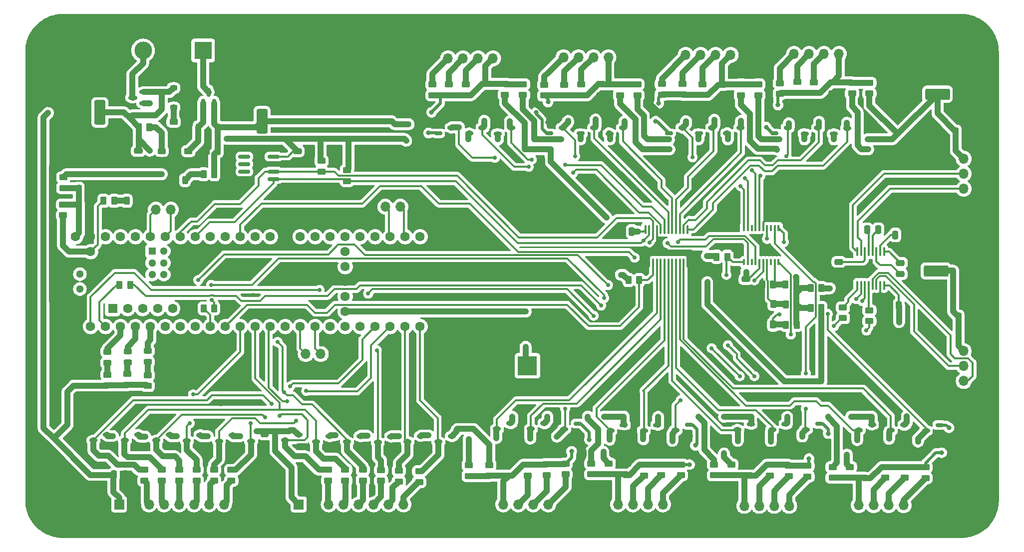
<source format=gbr>
%TF.GenerationSoftware,KiCad,Pcbnew,7.0.5*%
%TF.CreationDate,2023-09-16T15:17:10-07:00*%
%TF.ProjectId,TeensyIrrigation,5465656e-7379-4497-9272-69676174696f,rev?*%
%TF.SameCoordinates,Original*%
%TF.FileFunction,Copper,L1,Top*%
%TF.FilePolarity,Positive*%
%FSLAX46Y46*%
G04 Gerber Fmt 4.6, Leading zero omitted, Abs format (unit mm)*
G04 Created by KiCad (PCBNEW 7.0.5) date 2023-09-16 15:17:10*
%MOMM*%
%LPD*%
G01*
G04 APERTURE LIST*
G04 Aperture macros list*
%AMRoundRect*
0 Rectangle with rounded corners*
0 $1 Rounding radius*
0 $2 $3 $4 $5 $6 $7 $8 $9 X,Y pos of 4 corners*
0 Add a 4 corners polygon primitive as box body*
4,1,4,$2,$3,$4,$5,$6,$7,$8,$9,$2,$3,0*
0 Add four circle primitives for the rounded corners*
1,1,$1+$1,$2,$3*
1,1,$1+$1,$4,$5*
1,1,$1+$1,$6,$7*
1,1,$1+$1,$8,$9*
0 Add four rect primitives between the rounded corners*
20,1,$1+$1,$2,$3,$4,$5,0*
20,1,$1+$1,$4,$5,$6,$7,0*
20,1,$1+$1,$6,$7,$8,$9,0*
20,1,$1+$1,$8,$9,$2,$3,0*%
G04 Aperture macros list end*
%TA.AperFunction,ComponentPad*%
%ADD10R,1.700000X1.700000*%
%TD*%
%TA.AperFunction,ComponentPad*%
%ADD11O,1.700000X1.700000*%
%TD*%
%TA.AperFunction,SMDPad,CuDef*%
%ADD12RoundRect,0.250000X-0.450000X0.262500X-0.450000X-0.262500X0.450000X-0.262500X0.450000X0.262500X0*%
%TD*%
%TA.AperFunction,SMDPad,CuDef*%
%ADD13RoundRect,0.250000X0.475000X-0.250000X0.475000X0.250000X-0.475000X0.250000X-0.475000X-0.250000X0*%
%TD*%
%TA.AperFunction,SMDPad,CuDef*%
%ADD14RoundRect,0.150000X-0.512500X-0.150000X0.512500X-0.150000X0.512500X0.150000X-0.512500X0.150000X0*%
%TD*%
%TA.AperFunction,SMDPad,CuDef*%
%ADD15RoundRect,0.250000X0.450000X-0.262500X0.450000X0.262500X-0.450000X0.262500X-0.450000X-0.262500X0*%
%TD*%
%TA.AperFunction,SMDPad,CuDef*%
%ADD16RoundRect,0.150000X0.512500X0.150000X-0.512500X0.150000X-0.512500X-0.150000X0.512500X-0.150000X0*%
%TD*%
%TA.AperFunction,SMDPad,CuDef*%
%ADD17RoundRect,0.250000X-0.262500X-0.450000X0.262500X-0.450000X0.262500X0.450000X-0.262500X0.450000X0*%
%TD*%
%TA.AperFunction,SMDPad,CuDef*%
%ADD18RoundRect,0.250000X0.262500X0.450000X-0.262500X0.450000X-0.262500X-0.450000X0.262500X-0.450000X0*%
%TD*%
%TA.AperFunction,SMDPad,CuDef*%
%ADD19RoundRect,0.100000X-0.100000X0.637500X-0.100000X-0.637500X0.100000X-0.637500X0.100000X0.637500X0*%
%TD*%
%TA.AperFunction,SMDPad,CuDef*%
%ADD20RoundRect,0.250000X1.825000X0.700000X-1.825000X0.700000X-1.825000X-0.700000X1.825000X-0.700000X0*%
%TD*%
%TA.AperFunction,SMDPad,CuDef*%
%ADD21RoundRect,0.250000X-0.475000X0.250000X-0.475000X-0.250000X0.475000X-0.250000X0.475000X0.250000X0*%
%TD*%
%TA.AperFunction,SMDPad,CuDef*%
%ADD22RoundRect,0.250000X0.250000X0.475000X-0.250000X0.475000X-0.250000X-0.475000X0.250000X-0.475000X0*%
%TD*%
%TA.AperFunction,ComponentPad*%
%ADD23C,5.600000*%
%TD*%
%TA.AperFunction,SMDPad,CuDef*%
%ADD24RoundRect,0.250000X-1.825000X-0.700000X1.825000X-0.700000X1.825000X0.700000X-1.825000X0.700000X0*%
%TD*%
%TA.AperFunction,SMDPad,CuDef*%
%ADD25RoundRect,0.250000X-0.250000X-0.475000X0.250000X-0.475000X0.250000X0.475000X-0.250000X0.475000X0*%
%TD*%
%TA.AperFunction,SMDPad,CuDef*%
%ADD26RoundRect,0.243750X-0.456250X0.243750X-0.456250X-0.243750X0.456250X-0.243750X0.456250X0.243750X0*%
%TD*%
%TA.AperFunction,SMDPad,CuDef*%
%ADD27R,3.290000X3.290000*%
%TD*%
%TA.AperFunction,SMDPad,CuDef*%
%ADD28RoundRect,0.225000X-0.375000X0.225000X-0.375000X-0.225000X0.375000X-0.225000X0.375000X0.225000X0*%
%TD*%
%TA.AperFunction,SMDPad,CuDef*%
%ADD29RoundRect,0.150000X0.587500X0.150000X-0.587500X0.150000X-0.587500X-0.150000X0.587500X-0.150000X0*%
%TD*%
%TA.AperFunction,SMDPad,CuDef*%
%ADD30RoundRect,0.225000X0.225000X0.375000X-0.225000X0.375000X-0.225000X-0.375000X0.225000X-0.375000X0*%
%TD*%
%TA.AperFunction,SMDPad,CuDef*%
%ADD31RoundRect,0.100000X0.100000X-0.637500X0.100000X0.637500X-0.100000X0.637500X-0.100000X-0.637500X0*%
%TD*%
%TA.AperFunction,ComponentPad*%
%ADD32R,1.600000X1.600000*%
%TD*%
%TA.AperFunction,ComponentPad*%
%ADD33C,1.600000*%
%TD*%
%TA.AperFunction,ComponentPad*%
%ADD34R,1.300000X1.300000*%
%TD*%
%TA.AperFunction,ComponentPad*%
%ADD35C,1.300000*%
%TD*%
%TA.AperFunction,SMDPad,CuDef*%
%ADD36RoundRect,0.250000X-0.700000X1.825000X-0.700000X-1.825000X0.700000X-1.825000X0.700000X1.825000X0*%
%TD*%
%TA.AperFunction,SMDPad,CuDef*%
%ADD37RoundRect,0.150000X-0.825000X-0.150000X0.825000X-0.150000X0.825000X0.150000X-0.825000X0.150000X0*%
%TD*%
%TA.AperFunction,SMDPad,CuDef*%
%ADD38RoundRect,0.243750X-0.243750X-0.456250X0.243750X-0.456250X0.243750X0.456250X-0.243750X0.456250X0*%
%TD*%
%TA.AperFunction,SMDPad,CuDef*%
%ADD39RoundRect,0.250000X0.700000X-1.825000X0.700000X1.825000X-0.700000X1.825000X-0.700000X-1.825000X0*%
%TD*%
%TA.AperFunction,SMDPad,CuDef*%
%ADD40RoundRect,0.243750X0.456250X-0.243750X0.456250X0.243750X-0.456250X0.243750X-0.456250X-0.243750X0*%
%TD*%
%TA.AperFunction,SMDPad,CuDef*%
%ADD41RoundRect,0.243750X0.243750X0.456250X-0.243750X0.456250X-0.243750X-0.456250X0.243750X-0.456250X0*%
%TD*%
%TA.AperFunction,ComponentPad*%
%ADD42R,3.000000X3.000000*%
%TD*%
%TA.AperFunction,ComponentPad*%
%ADD43C,3.000000*%
%TD*%
%TA.AperFunction,SMDPad,CuDef*%
%ADD44RoundRect,0.150000X0.150000X-0.587500X0.150000X0.587500X-0.150000X0.587500X-0.150000X-0.587500X0*%
%TD*%
%TA.AperFunction,SMDPad,CuDef*%
%ADD45R,0.400000X1.000000*%
%TD*%
%TA.AperFunction,ViaPad*%
%ADD46C,0.700000*%
%TD*%
%TA.AperFunction,ViaPad*%
%ADD47C,0.800000*%
%TD*%
%TA.AperFunction,Conductor*%
%ADD48C,1.000000*%
%TD*%
%TA.AperFunction,Conductor*%
%ADD49C,0.300000*%
%TD*%
%TA.AperFunction,Conductor*%
%ADD50C,0.500000*%
%TD*%
G04 APERTURE END LIST*
D10*
%TO.P,J6,1,Pin_1*%
%TO.N,GND*%
X167840000Y-134000000D03*
D11*
%TO.P,J6,2,Pin_2*%
%TO.N,/TCA9548AI2CMultiplexer/I2CConnector1/VBus*%
X170380000Y-134000000D03*
%TO.P,J6,3,Pin_3*%
%TO.N,/TCA9548AI2CMultiplexer/I2CConnector1/SDA*%
X172920000Y-134000000D03*
%TO.P,J6,4,Pin_4*%
%TO.N,/TCA9548AI2CMultiplexer/I2CConnector1/SCL*%
X175460000Y-134000000D03*
%TO.P,J6,5,Pin_5*%
%TO.N,/TCA9548AI2CMultiplexer/I2CConnector1/INT*%
X178000000Y-134000000D03*
%TD*%
D12*
%TO.P,R65,1*%
%TO.N,/TCA9548AI2CMultiplexer/I2CConnector2/VBus*%
X199350000Y-127400000D03*
%TO.P,R65,2*%
%TO.N,/TCA9548AI2CMultiplexer/I2CConnector2/SCL*%
X199350000Y-129225000D03*
%TD*%
D13*
%TO.P,C7,1*%
%TO.N,/TCA9548AI2CMultiplexer/I2CConnector3/VBus*%
X212500000Y-129587500D03*
%TO.P,C7,2*%
%TO.N,GND*%
X212500000Y-127687500D03*
%TD*%
D14*
%TO.P,D14,1,K*%
%TO.N,GND*%
X206962500Y-69250000D03*
%TO.P,D14,2,K*%
%TO.N,+5V*%
X206962500Y-71150000D03*
%TO.P,D14,3,A*%
%TO.N,/TCA9548AI2CMultiplexer/I2CConnector4/SDA*%
X209237500Y-70200000D03*
%TD*%
D15*
%TO.P,R44,1*%
%TO.N,Net-(J15-Pin_4)*%
X93000000Y-129975000D03*
%TO.P,R44,2*%
%TO.N,/MOSI*%
X93000000Y-128150000D03*
%TD*%
D16*
%TO.P,D5,1,K*%
%TO.N,GND*%
X171350000Y-122450000D03*
%TO.P,D5,2,K*%
%TO.N,+5V*%
X171350000Y-120550000D03*
%TO.P,D5,3,A*%
%TO.N,/TCA9548AI2CMultiplexer/I2CConnector1/SDA*%
X169075000Y-121500000D03*
%TD*%
D12*
%TO.P,R31,1*%
%TO.N,/TCA9548AI2CMultiplexer/I2CConnector5/VBus*%
X194150000Y-62775000D03*
%TO.P,R31,2*%
%TO.N,+5V*%
X194150000Y-64600000D03*
%TD*%
D10*
%TO.P,J20,1,Pin_1*%
%TO.N,GND*%
X122500000Y-108500000D03*
D11*
%TO.P,J20,2,Pin_2*%
%TO.N,Net-(J20-Pin_2)*%
X119960000Y-108500000D03*
%TO.P,J20,3,Pin_3*%
%TO.N,Net-(J20-Pin_3)*%
X117420000Y-108500000D03*
%TD*%
D15*
%TO.P,R78,1*%
%TO.N,/TCA9548AI2CMultiplexer/I2CConnector7/VBus*%
X144600000Y-64600000D03*
%TO.P,R78,2*%
%TO.N,/TCA9548AI2CMultiplexer/I2CConnector7/SDA*%
X144600000Y-62775000D03*
%TD*%
%TO.P,R48,1*%
%TO.N,Net-(J15-Pin_8)*%
X104800000Y-129975000D03*
%TO.P,R48,2*%
%TO.N,/AUX1*%
X104800000Y-128150000D03*
%TD*%
D14*
%TO.P,D20,1,K*%
%TO.N,GND*%
X168912500Y-69200000D03*
%TO.P,D20,2,K*%
%TO.N,+5V*%
X168912500Y-71100000D03*
%TO.P,D20,3,A*%
%TO.N,/TCA9548AI2CMultiplexer/I2CConnector6/SDA*%
X171187500Y-70150000D03*
%TD*%
D17*
%TO.P,R34,1*%
%TO.N,Net-(U1-1_TX1_CTX2_MISO1)*%
X85837500Y-96750000D03*
%TO.P,R34,2*%
%TO.N,/TX0*%
X87662500Y-96750000D03*
%TD*%
D12*
%TO.P,R64,1*%
%TO.N,/TCA9548AI2CMultiplexer/I2CConnector1/VBus*%
X177700000Y-127237500D03*
%TO.P,R64,2*%
%TO.N,/TCA9548AI2CMultiplexer/I2CConnector1/SCL*%
X177700000Y-129062500D03*
%TD*%
D18*
%TO.P,R5,1*%
%TO.N,Net-(U3-VDD)*%
X200662500Y-103550000D03*
%TO.P,R5,2*%
%TO.N,Net-(U3-A0)*%
X198837500Y-103550000D03*
%TD*%
D19*
%TO.P,U4,1,C1+*%
%TO.N,Net-(U4-C1+)*%
X215475000Y-91137500D03*
%TO.P,U4,2,VS+*%
%TO.N,Net-(U4-VS+)*%
X214825000Y-91137500D03*
%TO.P,U4,3,C1-*%
%TO.N,Net-(U4-C1-)*%
X214175000Y-91137500D03*
%TO.P,U4,4,C2+*%
%TO.N,Net-(U4-C2+)*%
X213525000Y-91137500D03*
%TO.P,U4,5,C2-*%
%TO.N,Net-(U4-C2-)*%
X212875000Y-91137500D03*
%TO.P,U4,6,VS-*%
%TO.N,Net-(U4-VS-)*%
X212225000Y-91137500D03*
%TO.P,U4,7,T2OUT*%
%TO.N,Net-(J13-Pin_2)*%
X211575000Y-91137500D03*
%TO.P,U4,8,R2IN*%
%TO.N,Net-(J13-Pin_3)*%
X210925000Y-91137500D03*
%TO.P,U4,9,R2OUT*%
%TO.N,Net-(U4-R2OUT)*%
X210925000Y-96862500D03*
%TO.P,U4,10,T2IN*%
%TO.N,/TX1*%
X211575000Y-96862500D03*
%TO.P,U4,11,T1IN*%
%TO.N,/TX0*%
X212225000Y-96862500D03*
%TO.P,U4,12,R1OUT*%
%TO.N,Net-(U4-R1OUT)*%
X212875000Y-96862500D03*
%TO.P,U4,13,R1IN*%
%TO.N,Net-(J14-Pin_2)*%
X213525000Y-96862500D03*
%TO.P,U4,14,T1OUT*%
%TO.N,Net-(J14-Pin_3)*%
X214175000Y-96862500D03*
%TO.P,U4,15,GND*%
%TO.N,GND*%
X214825000Y-96862500D03*
%TO.P,U4,16,VCC*%
%TO.N,+3.3V*%
X215475000Y-96862500D03*
%TD*%
D12*
%TO.P,R32,1*%
%TO.N,/TCA9548AI2CMultiplexer/I2CConnector5/VBus*%
X191200000Y-62775000D03*
%TO.P,R32,2*%
%TO.N,+3.3V*%
X191200000Y-64600000D03*
%TD*%
D20*
%TO.P,C16,1*%
%TO.N,+5V*%
X224550000Y-64400000D03*
%TO.P,C16,2*%
%TO.N,GND*%
X217600000Y-64400000D03*
%TD*%
D21*
%TO.P,C9,1*%
%TO.N,/TCA9548AI2CMultiplexer/I2CConnector5/VBus*%
X187982500Y-62820000D03*
%TO.P,C9,2*%
%TO.N,GND*%
X187982500Y-64720000D03*
%TD*%
D22*
%TO.P,C13,1*%
%TO.N,+3.3V*%
X218000000Y-100250000D03*
%TO.P,C13,2*%
%TO.N,GND*%
X216100000Y-100250000D03*
%TD*%
D12*
%TO.P,R71,1*%
%TO.N,/TCA9548AI2CMultiplexer/I2CConnector/VBus*%
X155050000Y-127275000D03*
%TO.P,R71,2*%
%TO.N,/TCA9548AI2CMultiplexer/I2CConnector/SDA*%
X155050000Y-129100000D03*
%TD*%
D16*
%TO.P,D3,1,K*%
%TO.N,GND*%
X163525000Y-122200000D03*
%TO.P,D3,2,K*%
%TO.N,/TCA9548AI2CMultiplexer/I2CConnector/VBus*%
X163525000Y-120300000D03*
%TO.P,D3,3,A*%
%TO.N,/TCA9548AI2CMultiplexer/I2CConnector/INT*%
X161250000Y-121250000D03*
%TD*%
D12*
%TO.P,R35,1*%
%TO.N,/TCA9548AI2CMultiplexer/I2CConnector6/VBus*%
X173650000Y-62755000D03*
%TO.P,R35,2*%
%TO.N,+5V*%
X173650000Y-64580000D03*
%TD*%
D15*
%TO.P,R22,1*%
%TO.N,/SCL*%
X120100000Y-77562500D03*
%TO.P,R22,2*%
%TO.N,+3.3V*%
X120100000Y-75737500D03*
%TD*%
D12*
%TO.P,R36,1*%
%TO.N,/TCA9548AI2CMultiplexer/I2CConnector6/VBus*%
X170700000Y-62755000D03*
%TO.P,R36,2*%
%TO.N,+3.3V*%
X170700000Y-64580000D03*
%TD*%
D23*
%TO.P,J1,1,Pin_1*%
%TO.N,GND*%
X76200000Y-57150000D03*
%TD*%
D12*
%TO.P,R17,1*%
%TO.N,/TCA9548AI2CMultiplexer/I2CConnector1/VBus*%
X181050000Y-127237500D03*
%TO.P,R17,2*%
%TO.N,/TCA9548AI2CMultiplexer/I2CConnector1/INT*%
X181050000Y-129062500D03*
%TD*%
%TO.P,R63,1*%
%TO.N,/TCA9548AI2CMultiplexer/I2CConnector/VBus*%
X158250000Y-127187500D03*
%TO.P,R63,2*%
%TO.N,/TCA9548AI2CMultiplexer/I2CConnector/SCL*%
X158250000Y-129012500D03*
%TD*%
D16*
%TO.P,D11,1,K*%
%TO.N,GND*%
X213450000Y-122362500D03*
%TO.P,D11,2,K*%
%TO.N,+5V*%
X213450000Y-120462500D03*
%TO.P,D11,3,A*%
%TO.N,/TCA9548AI2CMultiplexer/I2CConnector3/SDA*%
X211175000Y-121412500D03*
%TD*%
D15*
%TO.P,R23,1*%
%TO.N,/TCA9548AI2CMultiplexer/I2CConnector3/VBus*%
X206750000Y-129487500D03*
%TO.P,R23,2*%
%TO.N,+5V*%
X206750000Y-127662500D03*
%TD*%
D18*
%TO.P,R7,1*%
%TO.N,Net-(U3-VDD)*%
X200650000Y-100050000D03*
%TO.P,R7,2*%
%TO.N,Net-(U3-A1)*%
X198825000Y-100050000D03*
%TD*%
D14*
%TO.P,D15,1,K*%
%TO.N,GND*%
X196862500Y-69150000D03*
%TO.P,D15,2,K*%
%TO.N,/TCA9548AI2CMultiplexer/I2CConnector4/VBus*%
X196862500Y-71050000D03*
%TO.P,D15,3,A*%
%TO.N,/TCA9548AI2CMultiplexer/I2CConnector4/INT*%
X199137500Y-70100000D03*
%TD*%
D24*
%TO.P,C22,1*%
%TO.N,+5V*%
X224275000Y-94400000D03*
%TO.P,C22,2*%
%TO.N,GND*%
X231225000Y-94400000D03*
%TD*%
D16*
%TO.P,D33,1,K*%
%TO.N,GND*%
X126675000Y-124350000D03*
%TO.P,D33,2,K*%
%TO.N,+3.3V*%
X126675000Y-122450000D03*
%TO.P,D33,3,A*%
%TO.N,/SCLK*%
X124400000Y-123400000D03*
%TD*%
D10*
%TO.P,J15,1,Pin_1*%
%TO.N,+3.3V*%
X85760000Y-134000000D03*
D11*
%TO.P,J15,2,Pin_2*%
%TO.N,GND*%
X88300000Y-134000000D03*
%TO.P,J15,3,Pin_3*%
%TO.N,Net-(J15-Pin_3)*%
X90840000Y-134000000D03*
%TO.P,J15,4,Pin_4*%
%TO.N,Net-(J15-Pin_4)*%
X93380000Y-134000000D03*
%TO.P,J15,5,Pin_5*%
%TO.N,Net-(J15-Pin_5)*%
X95920000Y-134000000D03*
%TO.P,J15,6,Pin_6*%
%TO.N,Net-(J15-Pin_6)*%
X98460000Y-134000000D03*
%TO.P,J15,7,Pin_7*%
%TO.N,Net-(J15-Pin_7)*%
X101000000Y-134000000D03*
%TO.P,J15,8,Pin_8*%
%TO.N,Net-(J15-Pin_8)*%
X103540000Y-134000000D03*
%TD*%
D16*
%TO.P,D6,1,K*%
%TO.N,GND*%
X182400000Y-122400000D03*
%TO.P,D6,2,K*%
%TO.N,/TCA9548AI2CMultiplexer/I2CConnector1/VBus*%
X182400000Y-120500000D03*
%TO.P,D6,3,A*%
%TO.N,/TCA9548AI2CMultiplexer/I2CConnector1/INT*%
X180125000Y-121450000D03*
%TD*%
D12*
%TO.P,R42,1*%
%TO.N,Net-(U4-R2OUT)*%
X208500000Y-100587500D03*
%TO.P,R42,2*%
%TO.N,/RX1*%
X208500000Y-102412500D03*
%TD*%
D10*
%TO.P,J7,1,Pin_1*%
%TO.N,GND*%
X189240000Y-134250000D03*
D11*
%TO.P,J7,2,Pin_2*%
%TO.N,/TCA9548AI2CMultiplexer/I2CConnector2/VBus*%
X191780000Y-134250000D03*
%TO.P,J7,3,Pin_3*%
%TO.N,/TCA9548AI2CMultiplexer/I2CConnector2/SDA*%
X194320000Y-134250000D03*
%TO.P,J7,4,Pin_4*%
%TO.N,/TCA9548AI2CMultiplexer/I2CConnector2/SCL*%
X196860000Y-134250000D03*
%TO.P,J7,5,Pin_5*%
%TO.N,/TCA9548AI2CMultiplexer/I2CConnector2/INT*%
X199400000Y-134250000D03*
%TD*%
D15*
%TO.P,R50,1*%
%TO.N,Net-(J16-Pin_4)*%
X124100000Y-129962500D03*
%TO.P,R50,2*%
%TO.N,/MOSI*%
X124100000Y-128137500D03*
%TD*%
D12*
%TO.P,R13,1*%
%TO.N,/TCA9548AI2CMultiplexer/I2CConnector/VBus*%
X161500000Y-127087500D03*
%TO.P,R13,2*%
%TO.N,/TCA9548AI2CMultiplexer/I2CConnector/INT*%
X161500000Y-128912500D03*
%TD*%
D15*
%TO.P,R69,1*%
%TO.N,/TCA9548AI2CMultiplexer/I2CConnector6/VBus*%
X161250000Y-64637500D03*
%TO.P,R69,2*%
%TO.N,/TCA9548AI2CMultiplexer/I2CConnector6/SCL*%
X161250000Y-62812500D03*
%TD*%
D21*
%TO.P,C3,1*%
%TO.N,Net-(U3-VDD)*%
X192050000Y-95800000D03*
%TO.P,C3,2*%
%TO.N,GND*%
X192050000Y-97700000D03*
%TD*%
D25*
%TO.P,C25,1*%
%TO.N,+3.3V*%
X84900000Y-128975000D03*
%TO.P,C25,2*%
%TO.N,GND*%
X86800000Y-128975000D03*
%TD*%
D15*
%TO.P,R41,1*%
%TO.N,/TCA9548AI2CMultiplexer/I2CConnector7/VBus*%
X138900000Y-64587500D03*
%TO.P,R41,2*%
%TO.N,/TCA9548AI2CMultiplexer/I2CConnector7/INT*%
X138900000Y-62762500D03*
%TD*%
D12*
%TO.P,R73,1*%
%TO.N,/TCA9548AI2CMultiplexer/I2CConnector2/VBus*%
X196100000Y-127275000D03*
%TO.P,R73,2*%
%TO.N,/TCA9548AI2CMultiplexer/I2CConnector2/SDA*%
X196100000Y-129100000D03*
%TD*%
D16*
%TO.P,D25,1,K*%
%TO.N,GND*%
X83675000Y-124100000D03*
%TO.P,D25,2,K*%
%TO.N,+3.3V*%
X83675000Y-122200000D03*
%TO.P,D25,3,A*%
%TO.N,/MISO*%
X81400000Y-123150000D03*
%TD*%
D12*
%TO.P,R28,1*%
%TO.N,/TCA9548AI2CMultiplexer/I2CConnector4/VBus*%
X210050000Y-62475000D03*
%TO.P,R28,2*%
%TO.N,+3.3V*%
X210050000Y-64300000D03*
%TD*%
D16*
%TO.P,D30,1,K*%
%TO.N,GND*%
X110437500Y-124200000D03*
%TO.P,D30,2,K*%
%TO.N,+3.3V*%
X110437500Y-122300000D03*
%TO.P,D30,3,A*%
%TO.N,/AUX1*%
X108162500Y-123250000D03*
%TD*%
D12*
%TO.P,R40,1*%
%TO.N,/TCA9548AI2CMultiplexer/I2CConnector7/VBus*%
X151200000Y-62687500D03*
%TO.P,R40,2*%
%TO.N,+3.3V*%
X151200000Y-64512500D03*
%TD*%
D15*
%TO.P,R16,1*%
%TO.N,/TCA9548AI2CMultiplexer/I2CConnector1/VBus*%
X168800000Y-128900000D03*
%TO.P,R16,2*%
%TO.N,+3.3V*%
X168800000Y-127075000D03*
%TD*%
D18*
%TO.P,R8,1*%
%TO.N,Net-(U3-A1)*%
X196712500Y-100000000D03*
%TO.P,R8,2*%
%TO.N,GND*%
X194887500Y-100000000D03*
%TD*%
D16*
%TO.P,D34,1,K*%
%TO.N,GND*%
X131900000Y-124400000D03*
%TO.P,D34,2,K*%
%TO.N,+3.3V*%
X131900000Y-122500000D03*
%TO.P,D34,3,A*%
%TO.N,/CS1*%
X129625000Y-123450000D03*
%TD*%
%TO.P,D10,1,K*%
%TO.N,GND*%
X218925000Y-122412500D03*
%TO.P,D10,2,K*%
%TO.N,+5V*%
X218925000Y-120512500D03*
%TO.P,D10,3,A*%
%TO.N,/TCA9548AI2CMultiplexer/I2CConnector3/SCL*%
X216650000Y-121462500D03*
%TD*%
%TO.P,D12,1,K*%
%TO.N,GND*%
X224875000Y-122450000D03*
%TO.P,D12,2,K*%
%TO.N,/TCA9548AI2CMultiplexer/I2CConnector3/VBus*%
X224875000Y-120550000D03*
%TO.P,D12,3,A*%
%TO.N,/TCA9548AI2CMultiplexer/I2CConnector3/INT*%
X222600000Y-121500000D03*
%TD*%
D15*
%TO.P,R56,1*%
%TO.N,GND*%
X95000000Y-70912500D03*
%TO.P,R56,2*%
%TO.N,Net-(D38-A)*%
X95000000Y-69087500D03*
%TD*%
D12*
%TO.P,R62,1*%
%TO.N,Net-(D44-A)*%
X83800000Y-111987500D03*
%TO.P,R62,2*%
%TO.N,+3.3V*%
X83800000Y-113812500D03*
%TD*%
D14*
%TO.P,D17,1,K*%
%TO.N,GND*%
X188862500Y-69150000D03*
%TO.P,D17,2,K*%
%TO.N,+5V*%
X188862500Y-71050000D03*
%TO.P,D17,3,A*%
%TO.N,/TCA9548AI2CMultiplexer/I2CConnector5/SDA*%
X191137500Y-70100000D03*
%TD*%
D26*
%TO.P,D44,1,K*%
%TO.N,Net-(D44-K)*%
X83800000Y-108112500D03*
%TO.P,D44,2,A*%
%TO.N,Net-(D44-A)*%
X83800000Y-109987500D03*
%TD*%
D16*
%TO.P,D31,1,K*%
%TO.N,GND*%
X116175000Y-124100000D03*
%TO.P,D31,2,K*%
%TO.N,+3.3V*%
X116175000Y-122200000D03*
%TO.P,D31,3,A*%
%TO.N,/MISO*%
X113900000Y-123150000D03*
%TD*%
D21*
%TO.P,C12,1*%
%TO.N,Net-(U4-C1+)*%
X218250000Y-93050000D03*
%TO.P,C12,2*%
%TO.N,Net-(U4-C1-)*%
X218250000Y-94950000D03*
%TD*%
D27*
%TO.P,BT1,1,+*%
%TO.N,+BATT*%
X155000000Y-110485000D03*
%TO.P,BT1,2,-*%
%TO.N,GND*%
X155000000Y-79515000D03*
%TD*%
D22*
%TO.P,C30,1*%
%TO.N,+5V*%
X102500000Y-74000000D03*
%TO.P,C30,2*%
%TO.N,GND*%
X100600000Y-74000000D03*
%TD*%
D21*
%TO.P,C8,1*%
%TO.N,/TCA9548AI2CMultiplexer/I2CConnector4/VBus*%
X206750000Y-62387500D03*
%TO.P,C8,2*%
%TO.N,GND*%
X206750000Y-64287500D03*
%TD*%
D12*
%TO.P,R39,1*%
%TO.N,/TCA9548AI2CMultiplexer/I2CConnector7/VBus*%
X154250000Y-62725000D03*
%TO.P,R39,2*%
%TO.N,+5V*%
X154250000Y-64550000D03*
%TD*%
D21*
%TO.P,C10,1*%
%TO.N,/TCA9548AI2CMultiplexer/I2CConnector6/VBus*%
X167450000Y-62687500D03*
%TO.P,C10,2*%
%TO.N,GND*%
X167450000Y-64587500D03*
%TD*%
D18*
%TO.P,R10,1*%
%TO.N,Net-(U3-A2)*%
X196662500Y-96700000D03*
%TO.P,R10,2*%
%TO.N,GND*%
X194837500Y-96700000D03*
%TD*%
D17*
%TO.P,R30,1*%
%TO.N,Net-(U1-8_TX2_IN1)*%
X100087500Y-100750000D03*
%TO.P,R30,2*%
%TO.N,/TX1*%
X101912500Y-100750000D03*
%TD*%
D21*
%TO.P,C11,1*%
%TO.N,/TCA9548AI2CMultiplexer/I2CConnector7/VBus*%
X147900000Y-62687500D03*
%TO.P,C11,2*%
%TO.N,GND*%
X147900000Y-64587500D03*
%TD*%
D16*
%TO.P,D4,1,K*%
%TO.N,GND*%
X177025000Y-122450000D03*
%TO.P,D4,2,K*%
%TO.N,+5V*%
X177025000Y-120550000D03*
%TO.P,D4,3,A*%
%TO.N,/TCA9548AI2CMultiplexer/I2CConnector1/SCL*%
X174750000Y-121500000D03*
%TD*%
D10*
%TO.P,J11,1,Pin_1*%
%TO.N,GND*%
X171278900Y-58144100D03*
D11*
%TO.P,J11,2,Pin_2*%
%TO.N,/TCA9548AI2CMultiplexer/I2CConnector6/VBus*%
X168738900Y-58144100D03*
%TO.P,J11,3,Pin_3*%
%TO.N,/TCA9548AI2CMultiplexer/I2CConnector6/SDA*%
X166198900Y-58144100D03*
%TO.P,J11,4,Pin_4*%
%TO.N,/TCA9548AI2CMultiplexer/I2CConnector6/SCL*%
X163658900Y-58144100D03*
%TO.P,J11,5,Pin_5*%
%TO.N,/TCA9548AI2CMultiplexer/I2CConnector6/INT*%
X161118900Y-58144100D03*
%TD*%
D15*
%TO.P,R11,1*%
%TO.N,/TCA9548AI2CMultiplexer/I2CConnector/VBus*%
X145050000Y-129200000D03*
%TO.P,R11,2*%
%TO.N,+5V*%
X145050000Y-127375000D03*
%TD*%
%TO.P,R12,1*%
%TO.N,/TCA9548AI2CMultiplexer/I2CConnector/VBus*%
X148550000Y-129150000D03*
%TO.P,R12,2*%
%TO.N,+3.3V*%
X148550000Y-127325000D03*
%TD*%
D23*
%TO.P,J3,1,Pin_1*%
%TO.N,GND*%
X228600000Y-133350000D03*
%TD*%
D12*
%TO.P,R38,1*%
%TO.N,Net-(U4-R1OUT)*%
X213000000Y-101087500D03*
%TO.P,R38,2*%
%TO.N,/RX0*%
X213000000Y-102912500D03*
%TD*%
D16*
%TO.P,D29,1,K*%
%TO.N,GND*%
X104987500Y-124200000D03*
%TO.P,D29,2,K*%
%TO.N,+3.3V*%
X104987500Y-122300000D03*
%TO.P,D29,3,A*%
%TO.N,/AUX0*%
X102712500Y-123250000D03*
%TD*%
D10*
%TO.P,J12,1,Pin_1*%
%TO.N,GND*%
X151712500Y-58325000D03*
D11*
%TO.P,J12,2,Pin_2*%
%TO.N,/TCA9548AI2CMultiplexer/I2CConnector7/VBus*%
X149172500Y-58325000D03*
%TO.P,J12,3,Pin_3*%
%TO.N,/TCA9548AI2CMultiplexer/I2CConnector7/SDA*%
X146632500Y-58325000D03*
%TO.P,J12,4,Pin_4*%
%TO.N,/TCA9548AI2CMultiplexer/I2CConnector7/SCL*%
X144092500Y-58325000D03*
%TO.P,J12,5,Pin_5*%
%TO.N,/TCA9548AI2CMultiplexer/I2CConnector7/INT*%
X141552500Y-58325000D03*
%TD*%
D15*
%TO.P,R24,1*%
%TO.N,/TCA9548AI2CMultiplexer/I2CConnector3/VBus*%
X209700000Y-129487500D03*
%TO.P,R24,2*%
%TO.N,+3.3V*%
X209700000Y-127662500D03*
%TD*%
D28*
%TO.P,D38,1,K*%
%TO.N,+3.3V*%
X95000000Y-63350000D03*
%TO.P,D38,2,A*%
%TO.N,Net-(D38-A)*%
X95000000Y-66650000D03*
%TD*%
D18*
%TO.P,R9,1*%
%TO.N,Net-(U3-VDD)*%
X200600000Y-96700000D03*
%TO.P,R9,2*%
%TO.N,Net-(U3-A2)*%
X198775000Y-96700000D03*
%TD*%
D13*
%TO.P,C4,1*%
%TO.N,/TCA9548AI2CMultiplexer/I2CConnector/VBus*%
X151900000Y-129100000D03*
%TO.P,C4,2*%
%TO.N,GND*%
X151900000Y-127200000D03*
%TD*%
D29*
%TO.P,Q2,1,G*%
%TO.N,Net-(D38-A)*%
X89937500Y-65950000D03*
%TO.P,Q2,2,S*%
%TO.N,+3.3V*%
X89937500Y-64050000D03*
%TO.P,Q2,3,D*%
%TO.N,Net-(J17-Pin_3)*%
X88062500Y-65000000D03*
%TD*%
D14*
%TO.P,D22,1,K*%
%TO.N,GND*%
X145112500Y-69150000D03*
%TO.P,D22,2,K*%
%TO.N,+5V*%
X145112500Y-71050000D03*
%TO.P,D22,3,A*%
%TO.N,/TCA9548AI2CMultiplexer/I2CConnector7/SCL*%
X147387500Y-70100000D03*
%TD*%
D16*
%TO.P,D8,1,K*%
%TO.N,GND*%
X192875000Y-122300000D03*
%TO.P,D8,2,K*%
%TO.N,+5V*%
X192875000Y-120400000D03*
%TO.P,D8,3,A*%
%TO.N,/TCA9548AI2CMultiplexer/I2CConnector2/SDA*%
X190600000Y-121350000D03*
%TD*%
%TO.P,D7,1,K*%
%TO.N,GND*%
X198787500Y-122300000D03*
%TO.P,D7,2,K*%
%TO.N,+5V*%
X198787500Y-120400000D03*
%TO.P,D7,3,A*%
%TO.N,/TCA9548AI2CMultiplexer/I2CConnector2/SCL*%
X196512500Y-121350000D03*
%TD*%
D30*
%TO.P,D37,1,K*%
%TO.N,+5V*%
X102500000Y-70000000D03*
%TO.P,D37,2,A*%
%TO.N,Net-(D37-A)*%
X99200000Y-70000000D03*
%TD*%
D21*
%TO.P,C29,1*%
%TO.N,+3.3V*%
X89000000Y-74050000D03*
%TO.P,C29,2*%
%TO.N,GND*%
X89000000Y-75950000D03*
%TD*%
D12*
%TO.P,R66,1*%
%TO.N,/TCA9548AI2CMultiplexer/I2CConnector3/VBus*%
X218950000Y-127675000D03*
%TO.P,R66,2*%
%TO.N,/TCA9548AI2CMultiplexer/I2CConnector3/SCL*%
X218950000Y-129500000D03*
%TD*%
D18*
%TO.P,R58,1*%
%TO.N,Net-(D40-A)*%
X90912500Y-70000000D03*
%TO.P,R58,2*%
%TO.N,+3.3V*%
X89087500Y-70000000D03*
%TD*%
D22*
%TO.P,C2,1*%
%TO.N,+3.3V*%
X172700000Y-87700000D03*
%TO.P,C2,2*%
%TO.N,GND*%
X170800000Y-87700000D03*
%TD*%
D14*
%TO.P,D16,1,K*%
%TO.N,GND*%
X184062500Y-69150000D03*
%TO.P,D16,2,K*%
%TO.N,+5V*%
X184062500Y-71050000D03*
%TO.P,D16,3,A*%
%TO.N,/TCA9548AI2CMultiplexer/I2CConnector5/SCL*%
X186337500Y-70100000D03*
%TD*%
D15*
%TO.P,R70,1*%
%TO.N,/TCA9548AI2CMultiplexer/I2CConnector7/VBus*%
X141650000Y-64587500D03*
%TO.P,R70,2*%
%TO.N,/TCA9548AI2CMultiplexer/I2CConnector7/SCL*%
X141650000Y-62762500D03*
%TD*%
D12*
%TO.P,R60,1*%
%TO.N,Net-(D42-A)*%
X90600000Y-112087500D03*
%TO.P,R60,2*%
%TO.N,+3.3V*%
X90600000Y-113912500D03*
%TD*%
D25*
%TO.P,C19,1*%
%TO.N,+5V*%
X227650000Y-70800000D03*
%TO.P,C19,2*%
%TO.N,GND*%
X229550000Y-70800000D03*
%TD*%
D31*
%TO.P,U2,1,A0*%
%TO.N,GND*%
X175000000Y-93083800D03*
%TO.P,U2,2,A1*%
X175650000Y-93083800D03*
%TO.P,U2,3,~{RESET}*%
%TO.N,/~{RESET}I2C*%
X176300000Y-93083800D03*
%TO.P,U2,4,SD0*%
%TO.N,/TCA9548AI2CMultiplexer/I2CConnector/SDA*%
X176950000Y-93083800D03*
%TO.P,U2,5,SC0*%
%TO.N,/TCA9548AI2CMultiplexer/I2CConnector/SCL*%
X177600000Y-93083800D03*
%TO.P,U2,6,SD1*%
%TO.N,/TCA9548AI2CMultiplexer/I2CConnector1/SDA*%
X178250000Y-93083800D03*
%TO.P,U2,7,SC1*%
%TO.N,/TCA9548AI2CMultiplexer/I2CConnector1/SCL*%
X178900000Y-93083800D03*
%TO.P,U2,8,SD2*%
%TO.N,/TCA9548AI2CMultiplexer/I2CConnector2/SDA*%
X179550000Y-93083800D03*
%TO.P,U2,9,SC2*%
%TO.N,/TCA9548AI2CMultiplexer/I2CConnector2/SCL*%
X180200000Y-93083800D03*
%TO.P,U2,10,SD3*%
%TO.N,/TCA9548AI2CMultiplexer/I2CConnector3/SDA*%
X180850000Y-93083800D03*
%TO.P,U2,11,SC3*%
%TO.N,/TCA9548AI2CMultiplexer/I2CConnector3/SCL*%
X181500000Y-93083800D03*
%TO.P,U2,12,GND*%
%TO.N,GND*%
X182150000Y-93083800D03*
%TO.P,U2,13,SD4*%
%TO.N,/TCA9548AI2CMultiplexer/I2CConnector4/SDA*%
X182150000Y-87358800D03*
%TO.P,U2,14,SC4*%
%TO.N,/TCA9548AI2CMultiplexer/I2CConnector4/SCL*%
X181500000Y-87358800D03*
%TO.P,U2,15,SD5*%
%TO.N,/TCA9548AI2CMultiplexer/I2CConnector5/SDA*%
X180850000Y-87358800D03*
%TO.P,U2,16,SC5*%
%TO.N,/TCA9548AI2CMultiplexer/I2CConnector5/SCL*%
X180200000Y-87358800D03*
%TO.P,U2,17,SD6*%
%TO.N,/TCA9548AI2CMultiplexer/I2CConnector6/SDA*%
X179550000Y-87358800D03*
%TO.P,U2,18,SC6*%
%TO.N,/TCA9548AI2CMultiplexer/I2CConnector6/SCL*%
X178900000Y-87358800D03*
%TO.P,U2,19,SD7*%
%TO.N,/TCA9548AI2CMultiplexer/I2CConnector7/SDA*%
X178250000Y-87358800D03*
%TO.P,U2,20,SC7*%
%TO.N,/TCA9548AI2CMultiplexer/I2CConnector7/SCL*%
X177600000Y-87358800D03*
%TO.P,U2,21,A2*%
%TO.N,GND*%
X176950000Y-87358800D03*
%TO.P,U2,22,SCL*%
%TO.N,/SCL*%
X176300000Y-87358800D03*
%TO.P,U2,23,SDA*%
%TO.N,/SDA*%
X175650000Y-87358800D03*
%TO.P,U2,24,VCC*%
%TO.N,+3.3V*%
X175000000Y-87358800D03*
%TD*%
D15*
%TO.P,R54,1*%
%TO.N,Net-(J16-Pin_8)*%
X136650000Y-130212500D03*
%TO.P,R54,2*%
%TO.N,/AUX3*%
X136650000Y-128387500D03*
%TD*%
D14*
%TO.P,D24,1,K*%
%TO.N,GND*%
X139862500Y-69150000D03*
%TO.P,D24,2,K*%
%TO.N,/TCA9548AI2CMultiplexer/I2CConnector7/VBus*%
X139862500Y-71050000D03*
%TO.P,D24,3,A*%
%TO.N,/TCA9548AI2CMultiplexer/I2CConnector7/INT*%
X142137500Y-70100000D03*
%TD*%
D15*
%TO.P,R29,1*%
%TO.N,/TCA9548AI2CMultiplexer/I2CConnector4/VBus*%
X197800000Y-64362500D03*
%TO.P,R29,2*%
%TO.N,/TCA9548AI2CMultiplexer/I2CConnector4/INT*%
X197800000Y-62537500D03*
%TD*%
%TO.P,R53,1*%
%TO.N,Net-(J16-Pin_7)*%
X133200000Y-130112500D03*
%TO.P,R53,2*%
%TO.N,/AUX2*%
X133200000Y-128287500D03*
%TD*%
D16*
%TO.P,D26,1,K*%
%TO.N,GND*%
X89012500Y-124100000D03*
%TO.P,D26,2,K*%
%TO.N,+3.3V*%
X89012500Y-122200000D03*
%TO.P,D26,3,A*%
%TO.N,/MOSI*%
X86737500Y-123150000D03*
%TD*%
D15*
%TO.P,R77,1*%
%TO.N,/TCA9548AI2CMultiplexer/I2CConnector6/VBus*%
X164100000Y-64600000D03*
%TO.P,R77,2*%
%TO.N,/TCA9548AI2CMultiplexer/I2CConnector6/SDA*%
X164100000Y-62775000D03*
%TD*%
D22*
%TO.P,C14,1*%
%TO.N,Net-(U4-C2+)*%
X214500000Y-87400000D03*
%TO.P,C14,2*%
%TO.N,Net-(U4-C2-)*%
X212600000Y-87400000D03*
%TD*%
D25*
%TO.P,C1,1*%
%TO.N,Net-(U1-VIN)*%
X78900000Y-80500000D03*
%TO.P,C1,2*%
%TO.N,GND*%
X80800000Y-80500000D03*
%TD*%
D15*
%TO.P,R19,1*%
%TO.N,/TCA9548AI2CMultiplexer/I2CConnector2/VBus*%
X186650000Y-129075000D03*
%TO.P,R19,2*%
%TO.N,+5V*%
X186650000Y-127250000D03*
%TD*%
%TO.P,R43,1*%
%TO.N,Net-(J15-Pin_3)*%
X90050000Y-129975000D03*
%TO.P,R43,2*%
%TO.N,/MISO*%
X90050000Y-128150000D03*
%TD*%
D32*
%TO.P,U1,1,GND*%
%TO.N,GND*%
X78380000Y-103828200D03*
D33*
%TO.P,U1,2,0_RX1_CRX2_CS1*%
%TO.N,/RX0*%
X80920000Y-103828200D03*
%TO.P,U1,3,1_TX1_CTX2_MISO1*%
%TO.N,Net-(U1-1_TX1_CTX2_MISO1)*%
X83460000Y-103828200D03*
%TO.P,U1,4,2_OUT2*%
%TO.N,Net-(D44-K)*%
X86000000Y-103828200D03*
%TO.P,U1,5,3_LRCLK2*%
%TO.N,Net-(D43-K)*%
X88540000Y-103828200D03*
%TO.P,U1,6,4_BCLK2*%
%TO.N,Net-(D42-K)*%
X91080000Y-103828200D03*
%TO.P,U1,7,5_IN2*%
%TO.N,unconnected-(U1-5_IN2-Pad7)*%
X93620000Y-103828200D03*
%TO.P,U1,8,6_OUT1D*%
%TO.N,unconnected-(U1-6_OUT1D-Pad8)*%
X96160000Y-103828200D03*
%TO.P,U1,9,7_RX2_OUT1A*%
%TO.N,/RX1*%
X98700000Y-103828200D03*
%TO.P,U1,10,8_TX2_IN1*%
%TO.N,Net-(U1-8_TX2_IN1)*%
X101240000Y-103828200D03*
%TO.P,U1,11,9_OUT1C*%
%TO.N,/~{RESET}I2C*%
X103780000Y-103828200D03*
%TO.P,U1,12,10_CS_MQSR*%
%TO.N,/CS0*%
X106320000Y-103828200D03*
%TO.P,U1,13,11_MOSI_CTX1*%
%TO.N,/MOSI*%
X108860000Y-103828200D03*
%TO.P,U1,14,12_MISO_MQSL*%
%TO.N,/MISO*%
X111400000Y-103828200D03*
%TO.P,U1,15,3V3*%
%TO.N,unconnected-(U1-3V3-Pad15)*%
X113940000Y-103828200D03*
%TO.P,U1,16,24_A10_TX6_SCL2*%
%TO.N,Net-(J20-Pin_3)*%
X116480000Y-103828200D03*
%TO.P,U1,17,25_A11_RX6_SDA2*%
%TO.N,Net-(J20-Pin_2)*%
X119020000Y-103828200D03*
%TO.P,U1,18,26_A12_MOSI1*%
%TO.N,unconnected-(U1-26_A12_MOSI1-Pad18)*%
X121560000Y-103828200D03*
%TO.P,U1,19,27_A13_SCK1*%
%TO.N,unconnected-(U1-27_A13_SCK1-Pad19)*%
X124100000Y-103828200D03*
%TO.P,U1,20,28_RX7*%
%TO.N,unconnected-(U1-28_RX7-Pad20)*%
X126640000Y-103828200D03*
%TO.P,U1,21,29_TX7*%
%TO.N,/AUX0*%
X129180000Y-103828200D03*
%TO.P,U1,22,30_CRX3*%
%TO.N,/AUX1*%
X131720000Y-103828200D03*
%TO.P,U1,23,31_CTX3*%
%TO.N,/AUX2*%
X134260000Y-103828200D03*
%TO.P,U1,24,32_OUT1B*%
%TO.N,/AUX3*%
X136800000Y-103828200D03*
%TO.P,U1,25,33_MCLK2*%
%TO.N,unconnected-(U1-33_MCLK2-Pad25)*%
X136800000Y-88588200D03*
%TO.P,U1,26,34_RX8*%
%TO.N,Net-(J18-Pin_2)*%
X134260000Y-88588200D03*
%TO.P,U1,27,35_TX8*%
%TO.N,Net-(J18-Pin_3)*%
X131720000Y-88588200D03*
%TO.P,U1,28,36_CS*%
%TO.N,unconnected-(U1-36_CS-Pad28)*%
X129180000Y-88588200D03*
%TO.P,U1,29,37_CS*%
%TO.N,/CS1*%
X126640000Y-88588200D03*
%TO.P,U1,30,38_CS1_IN1*%
%TO.N,unconnected-(U1-38_CS1_IN1-Pad30)*%
X124100000Y-88588200D03*
%TO.P,U1,31,39_MISO1_OUT1A*%
%TO.N,unconnected-(U1-39_MISO1_OUT1A-Pad31)*%
X121560000Y-88588200D03*
%TO.P,U1,32,40_A16*%
%TO.N,unconnected-(U1-40_A16-Pad32)*%
X119020000Y-88588200D03*
%TO.P,U1,33,41_A17*%
%TO.N,unconnected-(U1-41_A17-Pad33)*%
X116480000Y-88588200D03*
%TO.P,U1,34,GND*%
%TO.N,GND*%
X113940000Y-88588200D03*
%TO.P,U1,35,13_SCK_LED*%
%TO.N,/SCLK*%
X111400000Y-88588200D03*
%TO.P,U1,36,14_A0_TX3_SPDIF_OUT*%
%TO.N,unconnected-(U1-14_A0_TX3_SPDIF_OUT-Pad36)*%
X108860000Y-88588200D03*
%TO.P,U1,37,15_A1_RX3_SPDIF_IN*%
%TO.N,/TCA9548AI2CMultiplexer/~{INT}*%
X106320000Y-88588200D03*
%TO.P,U1,38,16_A2_RX4_SCL1*%
%TO.N,unconnected-(U1-16_A2_RX4_SCL1-Pad38)*%
X103780000Y-88588200D03*
%TO.P,U1,39,17_A3_TX4_SDA1*%
%TO.N,unconnected-(U1-17_A3_TX4_SDA1-Pad39)*%
X101240000Y-88588200D03*
%TO.P,U1,40,18_A4_SDA*%
%TO.N,/SDA*%
X98700000Y-88588200D03*
%TO.P,U1,41,19_A5_SCL*%
%TO.N,/SCL*%
X96160000Y-88588200D03*
%TO.P,U1,42,20_A6_TX5_LRCLK1*%
%TO.N,Net-(J19-Pin_2)*%
X93620000Y-88588200D03*
%TO.P,U1,43,21_A7_RX5_BCLK1*%
%TO.N,Net-(J19-Pin_3)*%
X91080000Y-88588200D03*
%TO.P,U1,44,22_A8_CTX1*%
%TO.N,unconnected-(U1-22_A8_CTX1-Pad44)*%
X88540000Y-88588200D03*
%TO.P,U1,45,23_A9_CRX1_MCLK1*%
%TO.N,unconnected-(U1-23_A9_CRX1_MCLK1-Pad45)*%
X86000000Y-88588200D03*
%TO.P,U1,46,3V3*%
%TO.N,unconnected-(U1-3V3-Pad46)*%
X83460000Y-88588200D03*
%TO.P,U1,47,GND*%
%TO.N,GND*%
X80920000Y-88588200D03*
%TO.P,U1,48,VIN*%
%TO.N,Net-(U1-VIN)*%
X78380000Y-88588200D03*
%TO.P,U1,49,VUSB*%
%TO.N,Net-(U1-VUSB)*%
X80920000Y-91128200D03*
%TO.P,U1,50,VBAT*%
%TO.N,+BATT*%
X124100000Y-101288200D03*
%TO.P,U1,51,3V3*%
%TO.N,unconnected-(U1-3V3-Pad51)*%
X124100000Y-98748200D03*
%TO.P,U1,52,GND*%
%TO.N,GND*%
X124100000Y-96208200D03*
%TO.P,U1,53,PROGRAM*%
%TO.N,unconnected-(U1-PROGRAM-Pad53)*%
X124100000Y-93668200D03*
%TO.P,U1,54,ON_OFF*%
%TO.N,unconnected-(U1-ON_OFF-Pad54)*%
X124100000Y-91128200D03*
D32*
%TO.P,U1,55,5V*%
%TO.N,unconnected-(U1-5V-Pad55)*%
X84679200Y-100777400D03*
D33*
%TO.P,U1,56,D-*%
%TO.N,unconnected-(U1-D--Pad56)*%
X87219200Y-100777400D03*
%TO.P,U1,57,D+*%
%TO.N,unconnected-(U1-D+-Pad57)*%
X89759200Y-100777400D03*
%TO.P,U1,58,GND*%
%TO.N,unconnected-(U1-GND-Pad58)*%
X92299200Y-100777400D03*
%TO.P,U1,59,GND*%
%TO.N,unconnected-(U1-GND-Pad59)*%
X94839200Y-100777400D03*
D34*
%TO.P,U1,60,R+*%
%TO.N,unconnected-(U1-R+-Pad60)*%
X91350000Y-91026600D03*
D35*
%TO.P,U1,61,LED*%
%TO.N,unconnected-(U1-LED-Pad61)*%
X91350000Y-93026600D03*
%TO.P,U1,62,T-*%
%TO.N,unconnected-(U1-T--Pad62)*%
X91350000Y-95026600D03*
%TO.P,U1,63,T+*%
%TO.N,unconnected-(U1-T+-Pad63)*%
X93350000Y-95026600D03*
%TO.P,U1,64,GND*%
%TO.N,unconnected-(U1-GND-Pad64)*%
X93350000Y-93026600D03*
%TO.P,U1,65,R-*%
%TO.N,unconnected-(U1-R--Pad65)*%
X93350000Y-91026600D03*
%TO.P,U1,66,D-*%
%TO.N,unconnected-(U1-D--Pad66)*%
X79110000Y-94938200D03*
%TO.P,U1,67,D+*%
%TO.N,unconnected-(U1-D+-Pad67)*%
X79110000Y-97478200D03*
%TD*%
D17*
%TO.P,R2,1*%
%TO.N,Net-(U3-VDD)*%
X203037500Y-97300000D03*
%TO.P,R2,2*%
%TO.N,+5V*%
X204862500Y-97300000D03*
%TD*%
D36*
%TO.P,C27,1*%
%TO.N,+3.3V*%
X82500000Y-67500000D03*
%TO.P,C27,2*%
%TO.N,GND*%
X82500000Y-74450000D03*
%TD*%
D37*
%TO.P,U5,1*%
%TO.N,unconnected-(U5-Pad1)*%
X107000000Y-75000000D03*
%TO.P,U5,2*%
%TO.N,unconnected-(U5-Pad2)*%
X107000000Y-76270000D03*
%TO.P,U5,3*%
%TO.N,unconnected-(U5-Pad3)*%
X107000000Y-77540000D03*
%TO.P,U5,4,VSS*%
%TO.N,GND*%
X107000000Y-78810000D03*
%TO.P,U5,5,SDA*%
%TO.N,/SDA*%
X111950000Y-78810000D03*
%TO.P,U5,6,SCL*%
%TO.N,/SCL*%
X111950000Y-77540000D03*
%TO.P,U5,7,WP*%
%TO.N,GND*%
X111950000Y-76270000D03*
%TO.P,U5,8,VDD*%
%TO.N,+3.3V*%
X111950000Y-75000000D03*
%TD*%
D14*
%TO.P,D13,1,K*%
%TO.N,GND*%
X202012500Y-69200000D03*
%TO.P,D13,2,K*%
%TO.N,+5V*%
X202012500Y-71100000D03*
%TO.P,D13,3,A*%
%TO.N,/TCA9548AI2CMultiplexer/I2CConnector4/SCL*%
X204287500Y-70150000D03*
%TD*%
D12*
%TO.P,R72,1*%
%TO.N,/TCA9548AI2CMultiplexer/I2CConnector1/VBus*%
X174750000Y-127287500D03*
%TO.P,R72,2*%
%TO.N,/TCA9548AI2CMultiplexer/I2CConnector1/SDA*%
X174750000Y-129112500D03*
%TD*%
D15*
%TO.P,R46,1*%
%TO.N,Net-(J15-Pin_6)*%
X98900000Y-129975000D03*
%TO.P,R46,2*%
%TO.N,/CS0*%
X98900000Y-128150000D03*
%TD*%
%TO.P,R15,1*%
%TO.N,/TCA9548AI2CMultiplexer/I2CConnector1/VBus*%
X165850000Y-128900000D03*
%TO.P,R15,2*%
%TO.N,+5V*%
X165850000Y-127075000D03*
%TD*%
%TO.P,R37,1*%
%TO.N,/TCA9548AI2CMultiplexer/I2CConnector6/VBus*%
X157850000Y-64650000D03*
%TO.P,R37,2*%
%TO.N,/TCA9548AI2CMultiplexer/I2CConnector6/INT*%
X157850000Y-62825000D03*
%TD*%
D18*
%TO.P,R59,1*%
%TO.N,Net-(D41-A)*%
X84912500Y-82500000D03*
%TO.P,R59,2*%
%TO.N,Net-(U1-VUSB)*%
X83087500Y-82500000D03*
%TD*%
D10*
%TO.P,J19,1,Pin_1*%
%TO.N,GND*%
X97080000Y-84000000D03*
D11*
%TO.P,J19,2,Pin_2*%
%TO.N,Net-(J19-Pin_2)*%
X94540000Y-84000000D03*
%TO.P,J19,3,Pin_3*%
%TO.N,Net-(J19-Pin_3)*%
X92000000Y-84000000D03*
%TD*%
D25*
%TO.P,C26,1*%
%TO.N,+3.3V*%
X115000000Y-129500000D03*
%TO.P,C26,2*%
%TO.N,GND*%
X116900000Y-129500000D03*
%TD*%
D12*
%TO.P,R14,1*%
%TO.N,+5V*%
X76300000Y-78525000D03*
%TO.P,R14,2*%
%TO.N,Net-(U1-VIN)*%
X76300000Y-80350000D03*
%TD*%
D15*
%TO.P,R68,1*%
%TO.N,/TCA9548AI2CMultiplexer/I2CConnector5/VBus*%
X181300000Y-64450000D03*
%TO.P,R68,2*%
%TO.N,/TCA9548AI2CMultiplexer/I2CConnector5/SCL*%
X181300000Y-62625000D03*
%TD*%
D26*
%TO.P,D43,1,K*%
%TO.N,Net-(D43-K)*%
X87200000Y-108012500D03*
%TO.P,D43,2,A*%
%TO.N,Net-(D43-A)*%
X87200000Y-109887500D03*
%TD*%
D16*
%TO.P,D1,1,K*%
%TO.N,GND*%
X157875000Y-122150000D03*
%TO.P,D1,2,K*%
%TO.N,+5V*%
X157875000Y-120250000D03*
%TO.P,D1,3,A*%
%TO.N,/TCA9548AI2CMultiplexer/I2CConnector/SCL*%
X155600000Y-121200000D03*
%TD*%
%TO.P,D28,1,K*%
%TO.N,GND*%
X99537500Y-124150000D03*
%TO.P,D28,2,K*%
%TO.N,+3.3V*%
X99537500Y-122250000D03*
%TO.P,D28,3,A*%
%TO.N,/CS0*%
X97262500Y-123200000D03*
%TD*%
D14*
%TO.P,D19,1,K*%
%TO.N,GND*%
X164062500Y-69150000D03*
%TO.P,D19,2,K*%
%TO.N,+5V*%
X164062500Y-71050000D03*
%TO.P,D19,3,A*%
%TO.N,/TCA9548AI2CMultiplexer/I2CConnector6/SCL*%
X166337500Y-70100000D03*
%TD*%
D23*
%TO.P,J4,1,Pin_1*%
%TO.N,GND*%
X76200000Y-133350000D03*
%TD*%
D25*
%TO.P,C15,1*%
%TO.N,Net-(U1-VIN)*%
X78950000Y-83300000D03*
%TO.P,C15,2*%
%TO.N,GND*%
X80850000Y-83300000D03*
%TD*%
D38*
%TO.P,D39,1,K*%
%TO.N,GND*%
X95062500Y-79000000D03*
%TO.P,D39,2,A*%
%TO.N,Net-(D39-A)*%
X96937500Y-79000000D03*
%TD*%
D10*
%TO.P,J10,1,Pin_1*%
%TO.N,GND*%
X192012500Y-57732500D03*
D11*
%TO.P,J10,2,Pin_2*%
%TO.N,/TCA9548AI2CMultiplexer/I2CConnector5/VBus*%
X189472500Y-57732500D03*
%TO.P,J10,3,Pin_3*%
%TO.N,/TCA9548AI2CMultiplexer/I2CConnector5/SDA*%
X186932500Y-57732500D03*
%TO.P,J10,4,Pin_4*%
%TO.N,/TCA9548AI2CMultiplexer/I2CConnector5/SCL*%
X184392500Y-57732500D03*
%TO.P,J10,5,Pin_5*%
%TO.N,/TCA9548AI2CMultiplexer/I2CConnector5/INT*%
X181852500Y-57732500D03*
%TD*%
D39*
%TO.P,C28,1*%
%TO.N,+5V*%
X110000000Y-69000000D03*
%TO.P,C28,2*%
%TO.N,GND*%
X110000000Y-62050000D03*
%TD*%
D10*
%TO.P,J16,1,Pin_1*%
%TO.N,+3.3V*%
X116220000Y-134000000D03*
D11*
%TO.P,J16,2,Pin_2*%
%TO.N,GND*%
X118760000Y-134000000D03*
%TO.P,J16,3,Pin_3*%
%TO.N,Net-(J16-Pin_3)*%
X121300000Y-134000000D03*
%TO.P,J16,4,Pin_4*%
%TO.N,Net-(J16-Pin_4)*%
X123840000Y-134000000D03*
%TO.P,J16,5,Pin_5*%
%TO.N,Net-(J16-Pin_5)*%
X126380000Y-134000000D03*
%TO.P,J16,6,Pin_6*%
%TO.N,Net-(J16-Pin_6)*%
X128920000Y-134000000D03*
%TO.P,J16,7,Pin_7*%
%TO.N,Net-(J16-Pin_7)*%
X131460000Y-134000000D03*
%TO.P,J16,8,Pin_8*%
%TO.N,Net-(J16-Pin_8)*%
X134000000Y-134000000D03*
%TD*%
D18*
%TO.P,R6,1*%
%TO.N,Net-(U3-A0)*%
X196662500Y-103500000D03*
%TO.P,R6,2*%
%TO.N,GND*%
X194837500Y-103500000D03*
%TD*%
D14*
%TO.P,D18,1,K*%
%TO.N,GND*%
X179012500Y-69150000D03*
%TO.P,D18,2,K*%
%TO.N,/TCA9548AI2CMultiplexer/I2CConnector5/VBus*%
X179012500Y-71050000D03*
%TO.P,D18,3,A*%
%TO.N,/TCA9548AI2CMultiplexer/I2CConnector5/INT*%
X181287500Y-70100000D03*
%TD*%
D15*
%TO.P,R76,1*%
%TO.N,/TCA9548AI2CMultiplexer/I2CConnector5/VBus*%
X184700000Y-64550000D03*
%TO.P,R76,2*%
%TO.N,/TCA9548AI2CMultiplexer/I2CConnector5/SDA*%
X184700000Y-62725000D03*
%TD*%
D12*
%TO.P,R18,1*%
%TO.N,Net-(U1-VIN)*%
X76250000Y-83137500D03*
%TO.P,R18,2*%
%TO.N,Net-(U1-VUSB)*%
X76250000Y-84962500D03*
%TD*%
D21*
%TO.P,C17,1*%
%TO.N,Net-(U4-VS-)*%
X207800000Y-92850000D03*
%TO.P,C17,2*%
%TO.N,GND*%
X207800000Y-94750000D03*
%TD*%
D13*
%TO.P,C6,1*%
%TO.N,/TCA9548AI2CMultiplexer/I2CConnector2/VBus*%
X192900000Y-129100000D03*
%TO.P,C6,2*%
%TO.N,GND*%
X192900000Y-127200000D03*
%TD*%
D10*
%TO.P,J9,1,Pin_1*%
%TO.N,GND*%
X210382500Y-57582500D03*
D11*
%TO.P,J9,2,Pin_2*%
%TO.N,/TCA9548AI2CMultiplexer/I2CConnector4/VBus*%
X207842500Y-57582500D03*
%TO.P,J9,3,Pin_3*%
%TO.N,/TCA9548AI2CMultiplexer/I2CConnector4/SDA*%
X205302500Y-57582500D03*
%TO.P,J9,4,Pin_4*%
%TO.N,/TCA9548AI2CMultiplexer/I2CConnector4/SCL*%
X202762500Y-57582500D03*
%TO.P,J9,5,Pin_5*%
%TO.N,/TCA9548AI2CMultiplexer/I2CConnector4/INT*%
X200222500Y-57582500D03*
%TD*%
D12*
%TO.P,R21,1*%
%TO.N,/TCA9548AI2CMultiplexer/I2CConnector2/VBus*%
X202500000Y-127475000D03*
%TO.P,R21,2*%
%TO.N,/TCA9548AI2CMultiplexer/I2CConnector2/INT*%
X202500000Y-129300000D03*
%TD*%
D10*
%TO.P,J13,1,Pin_1*%
%TO.N,GND*%
X229000000Y-83000000D03*
D11*
%TO.P,J13,2,Pin_2*%
%TO.N,Net-(J13-Pin_2)*%
X229000000Y-80460000D03*
%TO.P,J13,3,Pin_3*%
%TO.N,Net-(J13-Pin_3)*%
X229000000Y-77920000D03*
%TO.P,J13,4,Pin_4*%
%TO.N,+5V*%
X229000000Y-75380000D03*
%TD*%
D21*
%TO.P,C31,1*%
%TO.N,+3.3V*%
X116000000Y-74100000D03*
%TO.P,C31,2*%
%TO.N,GND*%
X116000000Y-76000000D03*
%TD*%
D14*
%TO.P,D21,1,K*%
%TO.N,GND*%
X158725000Y-69150000D03*
%TO.P,D21,2,K*%
%TO.N,/TCA9548AI2CMultiplexer/I2CConnector6/VBus*%
X158725000Y-71050000D03*
%TO.P,D21,3,A*%
%TO.N,/TCA9548AI2CMultiplexer/I2CConnector6/INT*%
X161000000Y-70100000D03*
%TD*%
D40*
%TO.P,D40,1,K*%
%TO.N,GND*%
X93000000Y-75937500D03*
%TO.P,D40,2,A*%
%TO.N,Net-(D40-A)*%
X93000000Y-74062500D03*
%TD*%
D15*
%TO.P,R55,1*%
%TO.N,GND*%
X97500000Y-75912500D03*
%TO.P,R55,2*%
%TO.N,Net-(D37-A)*%
X97500000Y-74087500D03*
%TD*%
D17*
%TO.P,R57,1*%
%TO.N,Net-(D39-A)*%
X100087500Y-78000000D03*
%TO.P,R57,2*%
%TO.N,+5V*%
X101912500Y-78000000D03*
%TD*%
D10*
%TO.P,J8,1,Pin_1*%
%TO.N,GND*%
X208650000Y-134150000D03*
D11*
%TO.P,J8,2,Pin_2*%
%TO.N,/TCA9548AI2CMultiplexer/I2CConnector3/VBus*%
X211190000Y-134150000D03*
%TO.P,J8,3,Pin_3*%
%TO.N,/TCA9548AI2CMultiplexer/I2CConnector3/SDA*%
X213730000Y-134150000D03*
%TO.P,J8,4,Pin_4*%
%TO.N,/TCA9548AI2CMultiplexer/I2CConnector3/SCL*%
X216270000Y-134150000D03*
%TO.P,J8,5,Pin_5*%
%TO.N,/TCA9548AI2CMultiplexer/I2CConnector3/INT*%
X218810000Y-134150000D03*
%TD*%
D15*
%TO.P,R20,1*%
%TO.N,/TCA9548AI2CMultiplexer/I2CConnector2/VBus*%
X189600000Y-129075000D03*
%TO.P,R20,2*%
%TO.N,+3.3V*%
X189600000Y-127250000D03*
%TD*%
D12*
%TO.P,R27,1*%
%TO.N,/TCA9548AI2CMultiplexer/I2CConnector4/VBus*%
X213000000Y-62475000D03*
%TO.P,R27,2*%
%TO.N,+5V*%
X213000000Y-64300000D03*
%TD*%
D41*
%TO.P,D41,1,K*%
%TO.N,GND*%
X88937500Y-82500000D03*
%TO.P,D41,2,A*%
%TO.N,Net-(D41-A)*%
X87062500Y-82500000D03*
%TD*%
D15*
%TO.P,R52,1*%
%TO.N,Net-(J16-Pin_6)*%
X130200000Y-130012500D03*
%TO.P,R52,2*%
%TO.N,/CS1*%
X130200000Y-128187500D03*
%TD*%
D23*
%TO.P,J2,1,Pin_1*%
%TO.N,GND*%
X228600000Y-57150000D03*
%TD*%
D16*
%TO.P,D35,1,K*%
%TO.N,GND*%
X136950000Y-124300000D03*
%TO.P,D35,2,K*%
%TO.N,+3.3V*%
X136950000Y-122400000D03*
%TO.P,D35,3,A*%
%TO.N,/AUX2*%
X134675000Y-123350000D03*
%TD*%
D15*
%TO.P,R75,1*%
%TO.N,/TCA9548AI2CMultiplexer/I2CConnector4/VBus*%
X203600000Y-64212500D03*
%TO.P,R75,2*%
%TO.N,/TCA9548AI2CMultiplexer/I2CConnector4/SDA*%
X203600000Y-62387500D03*
%TD*%
D42*
%TO.P,J17,1,Pin_1*%
%TO.N,Net-(J17-Pin_1)*%
X100000000Y-57000000D03*
D43*
%TO.P,J17,2,Pin_2*%
%TO.N,GND*%
X94920000Y-57000000D03*
%TO.P,J17,3,Pin_3*%
%TO.N,Net-(J17-Pin_3)*%
X89840000Y-57000000D03*
%TO.P,J17,4,Pin_4*%
%TO.N,GND*%
X84760000Y-57000000D03*
%TD*%
D25*
%TO.P,C24,1*%
%TO.N,+5V*%
X228100000Y-102200000D03*
%TO.P,C24,2*%
%TO.N,GND*%
X230000000Y-102200000D03*
%TD*%
%TO.P,C20,1*%
%TO.N,Net-(U4-VS+)*%
X217400000Y-88300000D03*
%TO.P,C20,2*%
%TO.N,GND*%
X219300000Y-88300000D03*
%TD*%
D10*
%TO.P,J5,1,Pin_1*%
%TO.N,GND*%
X148380000Y-134000000D03*
D11*
%TO.P,J5,2,Pin_2*%
%TO.N,/TCA9548AI2CMultiplexer/I2CConnector/VBus*%
X150920000Y-134000000D03*
%TO.P,J5,3,Pin_3*%
%TO.N,/TCA9548AI2CMultiplexer/I2CConnector/SDA*%
X153460000Y-134000000D03*
%TO.P,J5,4,Pin_4*%
%TO.N,/TCA9548AI2CMultiplexer/I2CConnector/SCL*%
X156000000Y-134000000D03*
%TO.P,J5,5,Pin_5*%
%TO.N,/TCA9548AI2CMultiplexer/I2CConnector/INT*%
X158540000Y-134000000D03*
%TD*%
D10*
%TO.P,J18,1,Pin_1*%
%TO.N,GND*%
X136000000Y-83500000D03*
D11*
%TO.P,J18,2,Pin_2*%
%TO.N,Net-(J18-Pin_2)*%
X133460000Y-83500000D03*
%TO.P,J18,3,Pin_3*%
%TO.N,Net-(J18-Pin_3)*%
X130920000Y-83500000D03*
%TD*%
D15*
%TO.P,R33,1*%
%TO.N,/TCA9548AI2CMultiplexer/I2CConnector5/VBus*%
X177800000Y-64500000D03*
%TO.P,R33,2*%
%TO.N,/TCA9548AI2CMultiplexer/I2CConnector5/INT*%
X177800000Y-62675000D03*
%TD*%
D14*
%TO.P,D23,1,K*%
%TO.N,GND*%
X149962500Y-69200000D03*
%TO.P,D23,2,K*%
%TO.N,+5V*%
X149962500Y-71100000D03*
%TO.P,D23,3,A*%
%TO.N,/TCA9548AI2CMultiplexer/I2CConnector7/SDA*%
X152237500Y-70150000D03*
%TD*%
D12*
%TO.P,R61,1*%
%TO.N,Net-(D43-A)*%
X87150000Y-111887500D03*
%TO.P,R61,2*%
%TO.N,+3.3V*%
X87150000Y-113712500D03*
%TD*%
D15*
%TO.P,R26,1*%
%TO.N,/SDA*%
X124400000Y-79162500D03*
%TO.P,R26,2*%
%TO.N,+3.3V*%
X124400000Y-77337500D03*
%TD*%
D44*
%TO.P,Q1,1,G*%
%TO.N,Net-(D37-A)*%
X100000000Y-65937500D03*
%TO.P,Q1,2,S*%
%TO.N,+5V*%
X101900000Y-65937500D03*
%TO.P,Q1,3,D*%
%TO.N,Net-(J17-Pin_1)*%
X100950000Y-64062500D03*
%TD*%
D45*
%TO.P,U3,1,~{INT}*%
%TO.N,/TCA9548AI2CMultiplexer/~{INT}*%
X191750000Y-92910400D03*
%TO.P,U3,2,SCL*%
%TO.N,/SCL*%
X192400000Y-92910400D03*
%TO.P,U3,3,NC*%
%TO.N,unconnected-(U3-NC-Pad3)*%
X193050000Y-92910400D03*
%TO.P,U3,4,SDA*%
%TO.N,/SDA*%
X193700000Y-92910400D03*
%TO.P,U3,5,VDD*%
%TO.N,Net-(U3-VDD)*%
X194350000Y-92910400D03*
%TO.P,U3,6,A0*%
%TO.N,Net-(U3-A0)*%
X195000000Y-92910400D03*
%TO.P,U3,7,A1*%
%TO.N,Net-(U3-A1)*%
X195650000Y-92910400D03*
%TO.P,U3,8,NC*%
%TO.N,unconnected-(U3-NC-Pad8)*%
X196300000Y-92910400D03*
%TO.P,U3,9,A2*%
%TO.N,Net-(U3-A2)*%
X196950000Y-92910400D03*
%TO.P,U3,10,P0*%
%TO.N,/TCA9548AI2CMultiplexer/I2CConnector/INT*%
X197600000Y-92910400D03*
%TO.P,U3,11,P1*%
%TO.N,/TCA9548AI2CMultiplexer/I2CConnector1/INT*%
X197600000Y-87110400D03*
%TO.P,U3,12,P2*%
%TO.N,/TCA9548AI2CMultiplexer/I2CConnector2/INT*%
X196950000Y-87110400D03*
%TO.P,U3,13,NC*%
%TO.N,unconnected-(U3-NC-Pad13)*%
X196300000Y-87110400D03*
%TO.P,U3,14,P3*%
%TO.N,/TCA9548AI2CMultiplexer/I2CConnector3/INT*%
X195650000Y-87110400D03*
%TO.P,U3,15,VSS*%
%TO.N,GND*%
X195000000Y-87110400D03*
%TO.P,U3,16,P4*%
%TO.N,/TCA9548AI2CMultiplexer/I2CConnector4/INT*%
X194350000Y-87110400D03*
%TO.P,U3,17,P5*%
%TO.N,/TCA9548AI2CMultiplexer/I2CConnector5/INT*%
X193700000Y-87110400D03*
%TO.P,U3,18,NC*%
%TO.N,unconnected-(U3-NC-Pad18)*%
X193050000Y-87110400D03*
%TO.P,U3,19,P6*%
%TO.N,/TCA9548AI2CMultiplexer/I2CConnector6/INT*%
X192400000Y-87110400D03*
%TO.P,U3,20,P7*%
%TO.N,/TCA9548AI2CMultiplexer/I2CConnector7/INT*%
X191750000Y-87110400D03*
%TD*%
D16*
%TO.P,D2,1,K*%
%TO.N,GND*%
X152125000Y-122150000D03*
%TO.P,D2,2,K*%
%TO.N,+5V*%
X152125000Y-120250000D03*
%TO.P,D2,3,A*%
%TO.N,/TCA9548AI2CMultiplexer/I2CConnector/SDA*%
X149850000Y-121200000D03*
%TD*%
%TO.P,D27,1,K*%
%TO.N,GND*%
X94337500Y-124100000D03*
%TO.P,D27,2,K*%
%TO.N,+3.3V*%
X94337500Y-122200000D03*
%TO.P,D27,3,A*%
%TO.N,/SCLK*%
X92062500Y-123150000D03*
%TD*%
D15*
%TO.P,R67,1*%
%TO.N,/TCA9548AI2CMultiplexer/I2CConnector4/VBus*%
X200750000Y-64162500D03*
%TO.P,R67,2*%
%TO.N,/TCA9548AI2CMultiplexer/I2CConnector4/SCL*%
X200750000Y-62337500D03*
%TD*%
%TO.P,R45,1*%
%TO.N,Net-(J15-Pin_5)*%
X95950000Y-129975000D03*
%TO.P,R45,2*%
%TO.N,/SCLK*%
X95950000Y-128150000D03*
%TD*%
D18*
%TO.P,R4,1*%
%TO.N,/TCA9548AI2CMultiplexer/~{INT}*%
X188912500Y-92000000D03*
%TO.P,R4,2*%
%TO.N,+3.3V*%
X187087500Y-92000000D03*
%TD*%
D26*
%TO.P,D42,1,K*%
%TO.N,Net-(D42-K)*%
X90600000Y-107962500D03*
%TO.P,D42,2,A*%
%TO.N,Net-(D42-A)*%
X90600000Y-109837500D03*
%TD*%
D16*
%TO.P,D9,1,K*%
%TO.N,GND*%
X204525000Y-122250000D03*
%TO.P,D9,2,K*%
%TO.N,/TCA9548AI2CMultiplexer/I2CConnector2/VBus*%
X204525000Y-120350000D03*
%TO.P,D9,3,A*%
%TO.N,/TCA9548AI2CMultiplexer/I2CConnector2/INT*%
X202250000Y-121300000D03*
%TD*%
D17*
%TO.P,R3,1*%
%TO.N,Net-(U3-VDD)*%
X203037500Y-100700000D03*
%TO.P,R3,2*%
%TO.N,+3.3V*%
X204862500Y-100700000D03*
%TD*%
D12*
%TO.P,R74,1*%
%TO.N,/TCA9548AI2CMultiplexer/I2CConnector3/VBus*%
X215700000Y-127675000D03*
%TO.P,R74,2*%
%TO.N,/TCA9548AI2CMultiplexer/I2CConnector3/SDA*%
X215700000Y-129500000D03*
%TD*%
D15*
%TO.P,R47,1*%
%TO.N,Net-(J15-Pin_7)*%
X101850000Y-129975000D03*
%TO.P,R47,2*%
%TO.N,/AUX0*%
X101850000Y-128150000D03*
%TD*%
%TO.P,R51,1*%
%TO.N,Net-(J16-Pin_5)*%
X127100000Y-129962500D03*
%TO.P,R51,2*%
%TO.N,/SCLK*%
X127100000Y-128137500D03*
%TD*%
D16*
%TO.P,D36,1,K*%
%TO.N,GND*%
X142187500Y-124350000D03*
%TO.P,D36,2,K*%
%TO.N,+3.3V*%
X142187500Y-122450000D03*
%TO.P,D36,3,A*%
%TO.N,/AUX3*%
X139912500Y-123400000D03*
%TD*%
D15*
%TO.P,R49,1*%
%TO.N,Net-(J16-Pin_3)*%
X121200000Y-129962500D03*
%TO.P,R49,2*%
%TO.N,/MISO*%
X121200000Y-128137500D03*
%TD*%
D10*
%TO.P,J14,1,Pin_1*%
%TO.N,GND*%
X229000000Y-115620000D03*
D11*
%TO.P,J14,2,Pin_2*%
%TO.N,Net-(J14-Pin_2)*%
X229000000Y-113080000D03*
%TO.P,J14,3,Pin_3*%
%TO.N,Net-(J14-Pin_3)*%
X229000000Y-110540000D03*
%TO.P,J14,4,Pin_4*%
%TO.N,+5V*%
X229000000Y-108000000D03*
%TD*%
D16*
%TO.P,D32,1,K*%
%TO.N,GND*%
X121425000Y-124350000D03*
%TO.P,D32,2,K*%
%TO.N,+3.3V*%
X121425000Y-122450000D03*
%TO.P,D32,3,A*%
%TO.N,/MOSI*%
X119150000Y-123400000D03*
%TD*%
D18*
%TO.P,R1,1*%
%TO.N,/~{RESET}I2C*%
X173962500Y-95950000D03*
%TO.P,R1,2*%
%TO.N,+3.3V*%
X172137500Y-95950000D03*
%TD*%
D12*
%TO.P,R25,1*%
%TO.N,/TCA9548AI2CMultiplexer/I2CConnector3/VBus*%
X222500000Y-127725000D03*
%TO.P,R25,2*%
%TO.N,/TCA9548AI2CMultiplexer/I2CConnector3/INT*%
X222500000Y-129550000D03*
%TD*%
D13*
%TO.P,C5,1*%
%TO.N,/TCA9548AI2CMultiplexer/I2CConnector1/VBus*%
X171900000Y-129000000D03*
%TO.P,C5,2*%
%TO.N,GND*%
X171900000Y-127100000D03*
%TD*%
D46*
%TO.N,+BATT*%
X154700000Y-101300000D03*
X154700000Y-107250000D03*
%TO.N,GND*%
X188500000Y-116500000D03*
X85100000Y-124300000D03*
X221500000Y-79000000D03*
X79750000Y-69750000D03*
X110000000Y-93000000D03*
X100950000Y-124300000D03*
X209200000Y-97600000D03*
X175000000Y-82250000D03*
X226500000Y-103000000D03*
X203500000Y-111500000D03*
X196000000Y-106500000D03*
X211800000Y-106000000D03*
X177150000Y-75150000D03*
X173500000Y-77250000D03*
X216500000Y-117000000D03*
X135500000Y-112500000D03*
X116500000Y-90500000D03*
X133150000Y-124300000D03*
X74800000Y-120300000D03*
X106000000Y-112500000D03*
X122500000Y-74500000D03*
X169400000Y-88400000D03*
X213000000Y-69500000D03*
X132000000Y-114000000D03*
X224500000Y-74500000D03*
X128000000Y-124300000D03*
X97000000Y-100500000D03*
X186000000Y-77000000D03*
X106000000Y-94000000D03*
X219700000Y-72000000D03*
X116500000Y-101500000D03*
X90100000Y-124300000D03*
X214850000Y-100550000D03*
X175650000Y-90900000D03*
X172000000Y-116000000D03*
X103000000Y-117000000D03*
X112500000Y-110000000D03*
X209500000Y-116000000D03*
X95550000Y-124300000D03*
X213000000Y-109400000D03*
X179500000Y-77000000D03*
X157500000Y-75450000D03*
X218300000Y-68550000D03*
X157725000Y-67225000D03*
X130250000Y-94250000D03*
X134250000Y-66750000D03*
X185500000Y-117500000D03*
X216500000Y-86500000D03*
X177000000Y-109500000D03*
X219500000Y-100500000D03*
X178500000Y-82500000D03*
X199500000Y-107500000D03*
X126500000Y-98750000D03*
X189000000Y-120500000D03*
X103300000Y-81400000D03*
X139000000Y-75750000D03*
X187500000Y-99500000D03*
X149000000Y-90000000D03*
X182000000Y-114000000D03*
X95500000Y-113500000D03*
X122800000Y-124300000D03*
X92500000Y-119500000D03*
X167500000Y-105500000D03*
X139500000Y-85000000D03*
X197000000Y-80500000D03*
X166500000Y-75250000D03*
X104000000Y-100500000D03*
X110000000Y-90500000D03*
X219500000Y-113500000D03*
X73350000Y-123550000D03*
X225500000Y-87500000D03*
X110250000Y-125600000D03*
X119750000Y-116250000D03*
X150000000Y-77750000D03*
X88500000Y-118000000D03*
X80500000Y-117500000D03*
X221500000Y-97000000D03*
X114250000Y-95700000D03*
X185000000Y-113500000D03*
X96750000Y-71750000D03*
X203400000Y-104400000D03*
X167000000Y-115000000D03*
X153500000Y-75750000D03*
X110250000Y-58500000D03*
X202500000Y-91000000D03*
X150000000Y-99000000D03*
X118000000Y-76000000D03*
X195750000Y-75250000D03*
X171000000Y-92500000D03*
X195500000Y-91250000D03*
X175500000Y-97500000D03*
X85000000Y-93500000D03*
X113900000Y-86100000D03*
X208500000Y-89500000D03*
X188500000Y-86000000D03*
X183250000Y-84000000D03*
X122500000Y-111000000D03*
X167200000Y-86700000D03*
X192000000Y-101500000D03*
X79750000Y-65250000D03*
X127500000Y-74500000D03*
X193000000Y-116000000D03*
X117550000Y-124300000D03*
X102000000Y-120000000D03*
X186500000Y-123000000D03*
X126500000Y-67000000D03*
X181750000Y-82250000D03*
X224400000Y-106000000D03*
X154500000Y-87000000D03*
X170500000Y-82500000D03*
X141500000Y-111500000D03*
X109000000Y-101500000D03*
X88500000Y-85500000D03*
X143550000Y-124800000D03*
X159000000Y-114000000D03*
X117000000Y-81500000D03*
X145000000Y-107000000D03*
X106350000Y-124300000D03*
X126500000Y-94250000D03*
X138200000Y-124300000D03*
X189000000Y-90000000D03*
X97500000Y-92500000D03*
X174000000Y-108500000D03*
X162500000Y-95000000D03*
X127500000Y-119500000D03*
X177500000Y-115500000D03*
X195500000Y-113000000D03*
X175700000Y-65700000D03*
X166000000Y-92500000D03*
X119500000Y-100000000D03*
X209250000Y-111250000D03*
X103500000Y-84500000D03*
X161000000Y-98750000D03*
X126000000Y-113000000D03*
X110000000Y-110500000D03*
X180000000Y-81000000D03*
X187000000Y-106000000D03*
X231225000Y-100150000D03*
X108500000Y-98500000D03*
X141500000Y-81000000D03*
X111000000Y-96000000D03*
%TO.N,+5V*%
X145050000Y-122950000D03*
X160750000Y-72100000D03*
X179000000Y-72100000D03*
X197700000Y-72100000D03*
X145000000Y-72100000D03*
X158400000Y-119100000D03*
X213400000Y-119100000D03*
X101912500Y-76000000D03*
X171350000Y-119100000D03*
X227200000Y-94350000D03*
X152450000Y-119100000D03*
X184000000Y-119150000D03*
X209900000Y-119100000D03*
X219350000Y-119050000D03*
X165250000Y-119100000D03*
X194700000Y-72100000D03*
X212700000Y-72050000D03*
X177150000Y-119150000D03*
X168000000Y-119100000D03*
X164000000Y-72100000D03*
X188350000Y-119150000D03*
X192950000Y-119100000D03*
X206000000Y-119100000D03*
X199050000Y-119150000D03*
X93000000Y-78000000D03*
X189000000Y-72100000D03*
X169000000Y-72100000D03*
X134862500Y-69500000D03*
X207000000Y-72100000D03*
X206300000Y-97350000D03*
X156150000Y-72100000D03*
X150000000Y-72100000D03*
X184000000Y-72100000D03*
X202000000Y-72100000D03*
X175350000Y-72100000D03*
%TO.N,+3.3V*%
X158950000Y-73750000D03*
X85150000Y-67500000D03*
X154550000Y-73750000D03*
X95500000Y-122450000D03*
X185500000Y-96300000D03*
X197300000Y-73800000D03*
X75700000Y-123800000D03*
X91000000Y-74000000D03*
X175250000Y-73750000D03*
X204862500Y-111500000D03*
X138250000Y-122300000D03*
X84700000Y-122400000D03*
X134450000Y-72300000D03*
X90200000Y-122500000D03*
X148550000Y-125800000D03*
X188350000Y-125350000D03*
X185450000Y-91850000D03*
X142950000Y-121400000D03*
X167900000Y-125100000D03*
X212800000Y-73750000D03*
X104000000Y-72000000D03*
X170850000Y-95050000D03*
X218050000Y-103100000D03*
X173750000Y-87700000D03*
X194100000Y-73700000D03*
X106250000Y-122450000D03*
X209200000Y-125550000D03*
X109100000Y-121600000D03*
X168400000Y-85350000D03*
X114750000Y-121400000D03*
X100800000Y-122450000D03*
X122450000Y-122250000D03*
X73700000Y-67600000D03*
X133250000Y-122450000D03*
X179100000Y-73750000D03*
X127850000Y-122350000D03*
%TO.N,Net-(U3-VDD)*%
X200550000Y-95400000D03*
X192100000Y-94550000D03*
D47*
%TO.N,/TCA9548AI2CMultiplexer/I2CConnector/VBus*%
X162500000Y-125000000D03*
X165500000Y-123000000D03*
%TO.N,/TCA9548AI2CMultiplexer/I2CConnector1/VBus*%
X183500000Y-124000000D03*
X182500000Y-127250000D03*
%TO.N,/TCA9548AI2CMultiplexer/I2CConnector2/VBus*%
X206000000Y-122000000D03*
X202750000Y-126250000D03*
%TO.N,/TCA9548AI2CMultiplexer/I2CConnector3/VBus*%
X225250000Y-125250000D03*
X226500000Y-121000000D03*
%TO.N,/TCA9548AI2CMultiplexer/I2CConnector4/VBus*%
X197500000Y-66250000D03*
X195500000Y-70000000D03*
%TO.N,/TCA9548AI2CMultiplexer/I2CConnector5/VBus*%
X177277464Y-65972536D03*
X176750000Y-69000000D03*
%TO.N,/TCA9548AI2CMultiplexer/I2CConnector6/VBus*%
X158500000Y-65750000D03*
X156472536Y-67527464D03*
%TO.N,/TCA9548AI2CMultiplexer/I2CConnector7/VBus*%
X138250000Y-71000000D03*
X138750000Y-67500000D03*
D46*
%TO.N,/TCA9548AI2CMultiplexer/I2CConnector/INT*%
X191000000Y-112250000D03*
X160000000Y-122500000D03*
X161095000Y-131445000D03*
X199650000Y-105200000D03*
X186250000Y-107500000D03*
X161400000Y-117800000D03*
%TO.N,/TCA9548AI2CMultiplexer/I2CConnector1/INT*%
X193500000Y-112250000D03*
X179600000Y-123250000D03*
X179506250Y-130606250D03*
X181000000Y-116350000D03*
X189000000Y-107000000D03*
X198500000Y-89500000D03*
%TO.N,/TCA9548AI2CMultiplexer/I2CConnector2/INT*%
X201600000Y-122550000D03*
X202200000Y-111750000D03*
X200775000Y-131025000D03*
X202200000Y-117750000D03*
%TO.N,/TCA9548AI2CMultiplexer/I2CConnector3/INT*%
X205932495Y-101699500D03*
X220675000Y-131375000D03*
X221250000Y-123350000D03*
X195650000Y-88950000D03*
%TO.N,/TCA9548AI2CMultiplexer/I2CConnector4/INT*%
X199350000Y-69350000D03*
X194525000Y-78275000D03*
X197800000Y-60005000D03*
X198900000Y-74900000D03*
%TO.N,/TCA9548AI2CMultiplexer/I2CConnector5/INT*%
X183000000Y-75100000D03*
X193100000Y-77300000D03*
X178942500Y-60642500D03*
X181900000Y-69000000D03*
%TO.N,/TCA9548AI2CMultiplexer/I2CConnector6/INT*%
X158581500Y-60681500D03*
X161900000Y-68950000D03*
X191850000Y-78650000D03*
X163100000Y-74900000D03*
%TO.N,/TCA9548AI2CMultiplexer/I2CConnector7/INT*%
X191150000Y-80000000D03*
X138900000Y-60977500D03*
X143400000Y-70000000D03*
X149500000Y-75200000D03*
%TO.N,Net-(D38-A)*%
X91000000Y-66000000D03*
X95000000Y-68000000D03*
%TO.N,/TCA9548AI2CMultiplexer/I2CConnector/SCL*%
X155500000Y-122850000D03*
X158250000Y-130950000D03*
%TO.N,/TCA9548AI2CMultiplexer/I2CConnector/SDA*%
X149750000Y-122750000D03*
X155050000Y-131000000D03*
%TO.N,/TCA9548AI2CMultiplexer/I2CConnector1/SCL*%
X174650000Y-122950000D03*
X175460000Y-131302500D03*
%TO.N,/TCA9548AI2CMultiplexer/I2CConnector1/SDA*%
X172920000Y-130942500D03*
X168950000Y-123050000D03*
%TO.N,/TCA9548AI2CMultiplexer/I2CConnector2/SCL*%
X196300000Y-123350000D03*
X197662500Y-130912500D03*
%TO.N,/TCA9548AI2CMultiplexer/I2CConnector2/SDA*%
X190700000Y-123250000D03*
X194320000Y-130880000D03*
%TO.N,/TCA9548AI2CMultiplexer/I2CConnector3/SCL*%
X216350000Y-122900000D03*
X217200000Y-131250000D03*
%TO.N,/TCA9548AI2CMultiplexer/I2CConnector3/SDA*%
X210950000Y-123100000D03*
X213730000Y-131470000D03*
%TO.N,/TCA9548AI2CMultiplexer/I2CConnector4/SCL*%
X200750000Y-60250000D03*
X204450000Y-69100000D03*
%TO.N,/TCA9548AI2CMultiplexer/I2CConnector4/SDA*%
X203600000Y-60350000D03*
X209200000Y-69250000D03*
%TO.N,/TCA9548AI2CMultiplexer/I2CConnector5/SCL*%
X181812500Y-60312500D03*
X186700000Y-68750000D03*
%TO.N,/TCA9548AI2CMultiplexer/I2CConnector5/SDA*%
X184700000Y-60550000D03*
X191200000Y-68950000D03*
%TO.N,/TCA9548AI2CMultiplexer/I2CConnector6/SCL*%
X161250000Y-60553000D03*
X166550000Y-68700000D03*
%TO.N,/TCA9548AI2CMultiplexer/I2CConnector6/SDA*%
X164100000Y-60900000D03*
X171450000Y-69050000D03*
%TO.N,/TCA9548AI2CMultiplexer/I2CConnector7/SCL*%
X147700000Y-68900000D03*
X162750000Y-77750000D03*
X155200000Y-76750000D03*
X141650000Y-60767500D03*
%TO.N,/TCA9548AI2CMultiplexer/I2CConnector7/SDA*%
X144600000Y-60900000D03*
X161400000Y-76350000D03*
X152050000Y-69000000D03*
X155750000Y-75500000D03*
%TO.N,/TCA9548AI2CMultiplexer/~{INT}*%
X188750000Y-95050000D03*
X173200000Y-92150000D03*
%TO.N,Net-(U3-A0)*%
X193500000Y-96000000D03*
X197750000Y-101750000D03*
%TO.N,/MISO*%
X111600000Y-116900000D03*
X113000000Y-119000000D03*
X114250000Y-116500000D03*
%TO.N,/SCLK*%
X113750000Y-115000000D03*
X112650000Y-106450000D03*
X110500000Y-119250000D03*
%TO.N,/CS0*%
X97750000Y-120250000D03*
X98300000Y-115350000D03*
%TO.N,/AUX0*%
X114750000Y-114000000D03*
X115800000Y-119850000D03*
%TO.N,/AUX1*%
X108100000Y-120200000D03*
X117500000Y-114750000D03*
%TO.N,/CS1*%
X129450000Y-107850000D03*
%TO.N,/SDA*%
X174675000Y-89275000D03*
X180500000Y-89500000D03*
%TO.N,/RX0*%
X166250000Y-102000000D03*
X119750000Y-97598200D03*
X212500000Y-104500000D03*
X128000000Y-98250000D03*
%TO.N,/TX0*%
X211750000Y-99500000D03*
X167500000Y-100250000D03*
%TO.N,/RX1*%
X168650000Y-96800000D03*
X207000000Y-103750000D03*
X99200000Y-95950000D03*
%TO.N,/TX1*%
X101500000Y-99299500D03*
X101400000Y-96750000D03*
X210750000Y-99150000D03*
X168000000Y-99000000D03*
%TO.N,/SCL*%
X175709406Y-89557772D03*
X178750000Y-89683871D03*
%TD*%
D48*
%TO.N,+BATT*%
X154700000Y-107250000D02*
X154700000Y-110185000D01*
X124100000Y-101288200D02*
X154688200Y-101288200D01*
X154700000Y-110185000D02*
X155000000Y-110485000D01*
X154688200Y-101288200D02*
X154700000Y-101300000D01*
%TO.N,GND*%
X104050000Y-80650000D02*
X106550000Y-80650000D01*
X189240000Y-136840000D02*
X189240000Y-134250000D01*
X136550000Y-67400000D02*
X138300000Y-69150000D01*
X164500000Y-125000000D02*
X163525000Y-124025000D01*
X193837500Y-97700000D02*
X194837500Y-96700000D01*
X163800000Y-131050000D02*
X163800000Y-126450000D01*
X137650000Y-55500000D02*
X150862500Y-55500000D01*
X202012500Y-69025000D02*
X206750000Y-64287500D01*
X164062500Y-67975000D02*
X167450000Y-64587500D01*
X215150000Y-100250000D02*
X214850000Y-100550000D01*
D49*
X97080000Y-84000000D02*
X97080000Y-81480000D01*
D48*
X193450000Y-126650000D02*
X192900000Y-127200000D01*
X175700000Y-60900000D02*
X175700000Y-65700000D01*
X206250000Y-137450000D02*
X189850000Y-137450000D01*
X229000000Y-83000000D02*
X232200000Y-86200000D01*
X94062500Y-80000000D02*
X91000000Y-80000000D01*
D49*
X110630000Y-76270000D02*
X111950000Y-76270000D01*
D48*
X196862500Y-68162500D02*
X196862500Y-69150000D01*
X181562500Y-66600000D02*
X183000000Y-66600000D01*
X164062500Y-69150000D02*
X164062500Y-67975000D01*
X222275000Y-125050000D02*
X220500000Y-125050000D01*
D49*
X175650000Y-90900000D02*
X175000000Y-91550000D01*
D48*
X168862500Y-55500000D02*
X190862500Y-55500000D01*
X230550000Y-83000000D02*
X229000000Y-83000000D01*
X159050000Y-124500000D02*
X154600000Y-124500000D01*
X182500000Y-125100000D02*
X178200000Y-125100000D01*
D49*
X115730000Y-76270000D02*
X116000000Y-76000000D01*
D48*
X164500000Y-125750000D02*
X164500000Y-125000000D01*
X167450000Y-64587500D02*
X168950000Y-66087500D01*
X224875000Y-122450000D02*
X222275000Y-125050000D01*
X199950000Y-90600000D02*
X204100000Y-94750000D01*
X204650000Y-122375000D02*
X204525000Y-122250000D01*
X157875000Y-123325000D02*
X159050000Y-124500000D01*
X199900000Y-124950000D02*
X198800000Y-123850000D01*
X210382500Y-57582500D02*
X214482500Y-57582500D01*
X198550000Y-84550000D02*
X199950000Y-85950000D01*
X202012500Y-67562500D02*
X202012500Y-69200000D01*
D49*
X107000000Y-78810000D02*
X107000000Y-80200000D01*
D48*
X84000000Y-75950000D02*
X82500000Y-74450000D01*
X157875000Y-122150000D02*
X157875000Y-123325000D01*
X194800000Y-96737500D02*
X194800000Y-99912500D01*
X89900000Y-124100000D02*
X90100000Y-124300000D01*
X97920000Y-54000000D02*
X103000000Y-54000000D01*
X122750000Y-124350000D02*
X122800000Y-124300000D01*
X214482500Y-57582500D02*
X217600000Y-60700000D01*
X199900000Y-124950000D02*
X199700000Y-124750000D01*
X110437500Y-125412500D02*
X110250000Y-125600000D01*
X217600000Y-60700000D02*
X217600000Y-64400000D01*
X89550000Y-137200000D02*
X88300000Y-135950000D01*
X184062500Y-69150000D02*
X184062500Y-68640000D01*
X157725000Y-67225000D02*
X156100000Y-65600000D01*
X76775000Y-68725000D02*
X76775000Y-74325000D01*
X218925000Y-123525000D02*
X217450000Y-125000000D01*
X232200000Y-93425000D02*
X231225000Y-94400000D01*
X116900000Y-129500000D02*
X118760000Y-131360000D01*
X133050000Y-124400000D02*
X133150000Y-124300000D01*
X194887500Y-103450000D02*
X194837500Y-103500000D01*
X110437500Y-124200000D02*
X110437500Y-125412500D01*
D49*
X111950000Y-76270000D02*
X115730000Y-76270000D01*
D48*
X110000000Y-61000000D02*
X110000000Y-62050000D01*
X76350000Y-57000000D02*
X76200000Y-57150000D01*
X100800000Y-124150000D02*
X100950000Y-124300000D01*
X172944100Y-58144100D02*
X175700000Y-60900000D01*
X189000000Y-69012500D02*
X188862500Y-69150000D01*
X178900000Y-69150000D02*
X179012500Y-69150000D01*
X189850000Y-137450000D02*
X189240000Y-136840000D01*
X154600000Y-124500000D02*
X154200000Y-124900000D01*
D49*
X182150000Y-91650000D02*
X182150000Y-93083800D01*
D48*
X74400000Y-99500000D02*
X78380000Y-103480000D01*
X145112500Y-67962500D02*
X145112500Y-69150000D01*
D49*
X216100000Y-100100000D02*
X214825000Y-98825000D01*
D48*
X199950000Y-85950000D02*
X199950000Y-90600000D01*
X231800000Y-114600000D02*
X230780000Y-115620000D01*
X231225000Y-94400000D02*
X231225000Y-100150000D01*
X177025000Y-122450000D02*
X177025000Y-123925000D01*
X183000000Y-66600000D02*
X184062500Y-67662500D01*
X200400000Y-80750000D02*
X196600000Y-84550000D01*
X148380000Y-136020000D02*
X147200000Y-137200000D01*
X147200000Y-137200000D02*
X121960000Y-137200000D01*
X80800000Y-83250000D02*
X80850000Y-83300000D01*
X143550000Y-124800000D02*
X142637500Y-124800000D01*
X194887500Y-100000000D02*
X194887500Y-103450000D01*
X74400000Y-76700000D02*
X74400000Y-99500000D01*
X169862500Y-55500000D02*
X171278900Y-56916400D01*
D49*
X137500000Y-85000000D02*
X139500000Y-85000000D01*
D48*
X104987500Y-124200000D02*
X106250000Y-124200000D01*
X230700000Y-70800000D02*
X231850000Y-71950000D01*
X232050000Y-122300000D02*
X231100000Y-123250000D01*
D49*
X196600000Y-84550000D02*
X195000000Y-86150000D01*
D48*
X142062500Y-66950000D02*
X144100000Y-66950000D01*
X94062500Y-80212500D02*
X95250000Y-81400000D01*
X91920000Y-54000000D02*
X87760000Y-54000000D01*
X192050000Y-97700000D02*
X193837500Y-97700000D01*
X170800000Y-87700000D02*
X170100000Y-87700000D01*
X208650000Y-136150000D02*
X208650000Y-134150000D01*
X232050000Y-129900000D02*
X228600000Y-133350000D01*
D49*
X177000000Y-89550000D02*
X177000000Y-87408800D01*
D48*
X199212500Y-66800000D02*
X201250000Y-66800000D01*
X150862500Y-55500000D02*
X168862500Y-55500000D01*
D49*
X214825000Y-98825000D02*
X214825000Y-96862500D01*
D48*
X89000000Y-80000000D02*
X89000000Y-82437500D01*
X181750000Y-123050000D02*
X182400000Y-122400000D01*
D49*
X107000000Y-80200000D02*
X106550000Y-80650000D01*
D48*
X190862500Y-55500000D02*
X192012500Y-56650000D01*
X208650000Y-134150000D02*
X208650000Y-135050000D01*
X166750000Y-134000000D02*
X163800000Y-131050000D01*
X208650000Y-135050000D02*
X206250000Y-137450000D01*
X216100000Y-100250000D02*
X215150000Y-100250000D01*
X202012500Y-69200000D02*
X202012500Y-69025000D01*
X193450000Y-124750000D02*
X193450000Y-122875000D01*
X147900000Y-64700000D02*
X149962500Y-66762500D01*
X74800000Y-120300000D02*
X74800000Y-104650000D01*
X76775000Y-74325000D02*
X74400000Y-76700000D01*
X190862500Y-55500000D02*
X208862500Y-55500000D01*
X95000000Y-78937500D02*
X95062500Y-79000000D01*
X154200000Y-124900000D02*
X151900000Y-127200000D01*
X92987500Y-75950000D02*
X93000000Y-75937500D01*
X231100000Y-123250000D02*
X225675000Y-123250000D01*
X206750000Y-69037500D02*
X206962500Y-69250000D01*
X228600000Y-133350000D02*
X224750000Y-137200000D01*
X193450000Y-124750000D02*
X193450000Y-126650000D01*
X157725000Y-67225000D02*
X158725000Y-68225000D01*
X160015000Y-79515000D02*
X155000000Y-79515000D01*
X168862500Y-55500000D02*
X169862500Y-55500000D01*
X228600000Y-57150000D02*
X214915000Y-57150000D01*
X114758200Y-96208200D02*
X124100000Y-96208200D01*
X127950000Y-124350000D02*
X128000000Y-124300000D01*
X168750000Y-137450000D02*
X167840000Y-136540000D01*
X116550000Y-55500000D02*
X136550000Y-55500000D01*
X121960000Y-137200000D02*
X89550000Y-137200000D01*
X212500000Y-126900000D02*
X212500000Y-127687500D01*
X157500000Y-75450000D02*
X157500000Y-77015000D01*
D49*
X181800000Y-91300000D02*
X182150000Y-91650000D01*
D48*
X126675000Y-124350000D02*
X127950000Y-124350000D01*
X214400000Y-125000000D02*
X214400000Y-123312500D01*
X88300000Y-135950000D02*
X88300000Y-134000000D01*
X218925000Y-123475000D02*
X218925000Y-122412500D01*
X160500000Y-124500000D02*
X159050000Y-124500000D01*
X89550000Y-137200000D02*
X80050000Y-137200000D01*
X80800000Y-80500000D02*
X80800000Y-83250000D01*
X106250000Y-124200000D02*
X106350000Y-124300000D01*
X94920000Y-57000000D02*
X97920000Y-54000000D01*
D49*
X136000000Y-83500000D02*
X137500000Y-85000000D01*
D48*
X203700000Y-124000000D02*
X200850000Y-124000000D01*
X184062500Y-67662500D02*
X184062500Y-69150000D01*
X80850000Y-88518200D02*
X80920000Y-88588200D01*
X151712500Y-56350000D02*
X151712500Y-58325000D01*
X208650000Y-134150000D02*
X207100000Y-134150000D01*
X95350000Y-124100000D02*
X95550000Y-124300000D01*
X174000000Y-125100000D02*
X171350000Y-122450000D01*
X189240000Y-134250000D02*
X187800000Y-134250000D01*
X95000000Y-70912500D02*
X95000000Y-75937500D01*
X149300000Y-137450000D02*
X148380000Y-136530000D01*
X196600000Y-84550000D02*
X198550000Y-84550000D01*
X171900000Y-127100000D02*
X172000000Y-127100000D01*
X209700000Y-137200000D02*
X208650000Y-136150000D01*
X232050000Y-122300000D02*
X232050000Y-129900000D01*
X199700000Y-124750000D02*
X193450000Y-124750000D01*
X74800000Y-104650000D02*
X75621800Y-103828200D01*
X176050000Y-91300000D02*
X182700000Y-91300000D01*
X83675000Y-124100000D02*
X84900000Y-124100000D01*
X136550000Y-55500000D02*
X137650000Y-55500000D01*
X175700000Y-65950000D02*
X178900000Y-69150000D01*
X214915000Y-57150000D02*
X214482500Y-57582500D01*
X170100000Y-87700000D02*
X169400000Y-88400000D01*
X118760000Y-131360000D02*
X118760000Y-134000000D01*
X217450000Y-125000000D02*
X214400000Y-125000000D01*
X113900000Y-88548200D02*
X113940000Y-88588200D01*
X189100000Y-97700000D02*
X192050000Y-97700000D01*
X163525000Y-122200000D02*
X162800000Y-122200000D01*
X194800000Y-99912500D02*
X194887500Y-100000000D01*
X193450000Y-122875000D02*
X192875000Y-122300000D01*
X167840000Y-134000000D02*
X166750000Y-134000000D01*
X229550000Y-70800000D02*
X230700000Y-70800000D01*
X178200000Y-125100000D02*
X174000000Y-125100000D01*
X89000000Y-75950000D02*
X92987500Y-75950000D01*
X219700000Y-72000000D02*
X210950000Y-80750000D01*
X229000000Y-115620000D02*
X232050000Y-118670000D01*
X184250000Y-130700000D02*
X184250000Y-126850000D01*
D49*
X216100000Y-100250000D02*
X216100000Y-100100000D01*
D48*
X158725000Y-69150000D02*
X161225000Y-66650000D01*
X214400000Y-123312500D02*
X213450000Y-122362500D01*
D49*
X108090000Y-78810000D02*
X110630000Y-76270000D01*
D48*
X168950000Y-69162500D02*
X168912500Y-69200000D01*
D49*
X175650000Y-90900000D02*
X175650000Y-93083800D01*
D48*
X114250000Y-95700000D02*
X114758200Y-96208200D01*
X113900000Y-86100000D02*
X113900000Y-88548200D01*
X206750000Y-64287500D02*
X206750000Y-69037500D01*
X97500000Y-75912500D02*
X98687500Y-75912500D01*
X229000000Y-83000000D02*
X224600000Y-83000000D01*
X217600000Y-67850000D02*
X218300000Y-68550000D01*
X103000000Y-54000000D02*
X110000000Y-61000000D01*
X88300000Y-131350000D02*
X88300000Y-134000000D01*
X175700000Y-65700000D02*
X175700000Y-65950000D01*
X182700000Y-91300000D02*
X189100000Y-97700000D01*
X195950000Y-61750000D02*
X195950000Y-67250000D01*
X89000000Y-82437500D02*
X88937500Y-82500000D01*
X76775000Y-68725000D02*
X82500000Y-74450000D01*
X187800000Y-134250000D02*
X184250000Y-130700000D01*
X95000000Y-75937500D02*
X95000000Y-78937500D01*
X171278900Y-58144100D02*
X172944100Y-58144100D01*
X154200000Y-124225000D02*
X152125000Y-122150000D01*
X198800000Y-123850000D02*
X198800000Y-122312500D01*
X232200000Y-86200000D02*
X232200000Y-93425000D01*
D49*
X177000000Y-87408800D02*
X176950000Y-87358800D01*
D48*
X147900000Y-64587500D02*
X147900000Y-64700000D01*
X89000000Y-75950000D02*
X84000000Y-75950000D01*
X163050000Y-66650000D02*
X164062500Y-67662500D01*
D49*
X107000000Y-78810000D02*
X108090000Y-78810000D01*
D48*
X181750000Y-124350000D02*
X181750000Y-123050000D01*
X80050000Y-137200000D02*
X76200000Y-133350000D01*
X93000000Y-75937500D02*
X95000000Y-75937500D01*
X231225000Y-100975000D02*
X230000000Y-102200000D01*
X97000000Y-81400000D02*
X103300000Y-81400000D01*
X207100000Y-134150000D02*
X204650000Y-131700000D01*
X229550000Y-58100000D02*
X228600000Y-57150000D01*
X195950000Y-67250000D02*
X196862500Y-68162500D01*
X187982500Y-64720000D02*
X189000000Y-65737500D01*
X167840000Y-136540000D02*
X167840000Y-134000000D01*
X142637500Y-124800000D02*
X142187500Y-124350000D01*
X218925000Y-122412500D02*
X218925000Y-123525000D01*
X230780000Y-115620000D02*
X229000000Y-115620000D01*
X87760000Y-54000000D02*
X84760000Y-57000000D01*
X210950000Y-80750000D02*
X200400000Y-80750000D01*
X184250000Y-126850000D02*
X182500000Y-125100000D01*
X121425000Y-124350000D02*
X122750000Y-124350000D01*
X231850000Y-81700000D02*
X230550000Y-83000000D01*
X192012500Y-57812500D02*
X195950000Y-61750000D01*
X145112500Y-67962500D02*
X145112500Y-67375000D01*
X168950000Y-66087500D02*
X168950000Y-69162500D01*
D49*
X97080000Y-81480000D02*
X97000000Y-81400000D01*
D48*
X217600000Y-64400000D02*
X217600000Y-67850000D01*
X81300000Y-80000000D02*
X80800000Y-80500000D01*
X145112500Y-67375000D02*
X147900000Y-64587500D01*
X76200000Y-68150000D02*
X76775000Y-68725000D01*
X232050000Y-118670000D02*
X232050000Y-122300000D01*
X214400000Y-125000000D02*
X212500000Y-126900000D01*
X149962500Y-66762500D02*
X149962500Y-69200000D01*
X78380000Y-103480000D02*
X78380000Y-103828200D01*
X230000000Y-102200000D02*
X231800000Y-104000000D01*
X172000000Y-127100000D02*
X174000000Y-125100000D01*
X154200000Y-124900000D02*
X154200000Y-124225000D01*
X94062500Y-80000000D02*
X94062500Y-80212500D01*
X144100000Y-66950000D02*
X145112500Y-67962500D01*
X168750000Y-137450000D02*
X149300000Y-137450000D01*
X94920000Y-57000000D02*
X91920000Y-54000000D01*
X162800000Y-122200000D02*
X160500000Y-124500000D01*
X95250000Y-81400000D02*
X97000000Y-81400000D01*
X84900000Y-124100000D02*
X85100000Y-124300000D01*
X86800000Y-129850000D02*
X88300000Y-131350000D01*
X95062500Y-79000000D02*
X94062500Y-80000000D01*
X153275000Y-58325000D02*
X151712500Y-58325000D01*
X177025000Y-123925000D02*
X178200000Y-125100000D01*
X204100000Y-94750000D02*
X207800000Y-94750000D01*
X86800000Y-128975000D02*
X86800000Y-129850000D01*
X98687500Y-75912500D02*
X100600000Y-74000000D01*
X131900000Y-124400000D02*
X133050000Y-124400000D01*
X225675000Y-123250000D02*
X224875000Y-122450000D01*
X179012500Y-69150000D02*
X181562500Y-66600000D01*
X163525000Y-124025000D02*
X163525000Y-122200000D01*
X224750000Y-137200000D02*
X209700000Y-137200000D01*
X194837500Y-96700000D02*
X194800000Y-96737500D01*
X84760000Y-57000000D02*
X76350000Y-57000000D01*
X148380000Y-136530000D02*
X148380000Y-134000000D01*
X175650000Y-90900000D02*
X176050000Y-91300000D01*
X198800000Y-122312500D02*
X198787500Y-122300000D01*
X89012500Y-124100000D02*
X89900000Y-124100000D01*
X139862500Y-69150000D02*
X142062500Y-66950000D01*
X150862500Y-55500000D02*
X151712500Y-56350000D01*
X76200000Y-133350000D02*
X76200000Y-126400000D01*
X210382500Y-57020000D02*
X210382500Y-57582500D01*
X231225000Y-100150000D02*
X231225000Y-100975000D01*
X204650000Y-124950000D02*
X203700000Y-124000000D01*
X110000000Y-62050000D02*
X116550000Y-55500000D01*
X204650000Y-131700000D02*
X204650000Y-124950000D01*
D49*
X175650000Y-90900000D02*
X177000000Y-89550000D01*
D48*
X231800000Y-104000000D02*
X231800000Y-114600000D01*
X156100000Y-65600000D02*
X156100000Y-61150000D01*
X75621800Y-103828200D02*
X78380000Y-103828200D01*
X208862500Y-55500000D02*
X210382500Y-57020000D01*
X189000000Y-65737500D02*
X189000000Y-69012500D01*
X156100000Y-61150000D02*
X153275000Y-58325000D01*
X76200000Y-126400000D02*
X73350000Y-123550000D01*
X163800000Y-126450000D02*
X164500000Y-125750000D01*
X103300000Y-81400000D02*
X104050000Y-80650000D01*
X91000000Y-80000000D02*
X81300000Y-80000000D01*
X99537500Y-124150000D02*
X100800000Y-124150000D01*
X220500000Y-125050000D02*
X218925000Y-123475000D01*
X229550000Y-70800000D02*
X229550000Y-58100000D01*
X196862500Y-69150000D02*
X199212500Y-66800000D01*
X121960000Y-137200000D02*
X118760000Y-134000000D01*
X192012500Y-57732500D02*
X192012500Y-57812500D01*
X148380000Y-134000000D02*
X148380000Y-136020000D01*
X231850000Y-71950000D02*
X231850000Y-81700000D01*
X167200000Y-86700000D02*
X160015000Y-79515000D01*
X76200000Y-57150000D02*
X76200000Y-68150000D01*
X136950000Y-124300000D02*
X138200000Y-124300000D01*
X80850000Y-83300000D02*
X80850000Y-88518200D01*
X184062500Y-68640000D02*
X187982500Y-64720000D01*
X200850000Y-124000000D02*
X199900000Y-124950000D01*
X224600000Y-83000000D02*
X219300000Y-88300000D01*
D49*
X175000000Y-91550000D02*
X175000000Y-93083800D01*
D48*
X182500000Y-125100000D02*
X181750000Y-124350000D01*
X158725000Y-68225000D02*
X158725000Y-69150000D01*
X201250000Y-66800000D02*
X202012500Y-67562500D01*
X97475000Y-75937500D02*
X97500000Y-75912500D01*
X161225000Y-66650000D02*
X163050000Y-66650000D01*
X117350000Y-124100000D02*
X117550000Y-124300000D01*
X157500000Y-77015000D02*
X155000000Y-79515000D01*
X116175000Y-124100000D02*
X117350000Y-124100000D01*
D49*
X195000000Y-86150000D02*
X195000000Y-87110400D01*
D48*
X95000000Y-75937500D02*
X97475000Y-75937500D01*
X94337500Y-124100000D02*
X95350000Y-124100000D01*
X204650000Y-124950000D02*
X204650000Y-122375000D01*
X136550000Y-55500000D02*
X136550000Y-67400000D01*
X189850000Y-137450000D02*
X168750000Y-137450000D01*
X138300000Y-69150000D02*
X139862500Y-69150000D01*
D49*
X122500000Y-108500000D02*
X122500000Y-111000000D01*
D48*
X164062500Y-67662500D02*
X164062500Y-69150000D01*
%TO.N,+5V*%
X173650000Y-66950000D02*
X174750000Y-68050000D01*
X169000000Y-72100000D02*
X169000000Y-71187500D01*
X207500000Y-126912500D02*
X206750000Y-127662500D01*
X171350000Y-119100000D02*
X168000000Y-119100000D01*
X213000000Y-66350000D02*
X217800000Y-71150000D01*
X206300000Y-97350000D02*
X204912500Y-97350000D01*
X202000000Y-72100000D02*
X202000000Y-71187500D01*
X152450000Y-119925000D02*
X152125000Y-120250000D01*
X219350000Y-119050000D02*
X219350000Y-120087500D01*
X101912500Y-78000000D02*
X101912500Y-74587500D01*
X194700000Y-72100000D02*
X196250000Y-72100000D01*
X134862500Y-69500000D02*
X132500000Y-69500000D01*
X227200000Y-94350000D02*
X224325000Y-94350000D01*
X152450000Y-119100000D02*
X152450000Y-119925000D01*
X199050000Y-120125000D02*
X198825000Y-120350000D01*
X169000000Y-71187500D02*
X168862500Y-71050000D01*
X217800000Y-71150000D02*
X224550000Y-64400000D01*
X192950000Y-119100000D02*
X192950000Y-120325000D01*
X145000000Y-71162500D02*
X145112500Y-71050000D01*
X189000000Y-71187500D02*
X188862500Y-71050000D01*
X228100000Y-102200000D02*
X228100000Y-107100000D01*
X145050000Y-122950000D02*
X145050000Y-127375000D01*
X174750000Y-71500000D02*
X175350000Y-72100000D01*
X227650000Y-74030000D02*
X229000000Y-75380000D01*
X158400000Y-119725000D02*
X157875000Y-120250000D01*
X164000000Y-72100000D02*
X164000000Y-71187500D01*
X160750000Y-72100000D02*
X156150000Y-72100000D01*
X185000000Y-120150000D02*
X185000000Y-124750000D01*
X213400000Y-119100000D02*
X213400000Y-120412500D01*
X132500000Y-69500000D02*
X132000000Y-69000000D01*
X102500000Y-74000000D02*
X102500000Y-70000000D01*
X184000000Y-72100000D02*
X184000000Y-71187500D01*
X204912500Y-97350000D02*
X204862500Y-97300000D01*
X213400000Y-120412500D02*
X213450000Y-120462500D01*
X196250000Y-72100000D02*
X197700000Y-72100000D01*
X101900000Y-65937500D02*
X101900000Y-69400000D01*
X185000000Y-124750000D02*
X186650000Y-126400000D01*
X173650000Y-64580000D02*
X173650000Y-66950000D01*
X199050000Y-119150000D02*
X199050000Y-120125000D01*
X145000000Y-72100000D02*
X145000000Y-71162500D01*
X213400000Y-119100000D02*
X209900000Y-119100000D01*
X174750000Y-68050000D02*
X174750000Y-71500000D01*
X154250000Y-67000000D02*
X156150000Y-68900000D01*
X177150000Y-120450000D02*
X177100000Y-120500000D01*
X154250000Y-64550000D02*
X154250000Y-67000000D01*
X109000000Y-70000000D02*
X110000000Y-69000000D01*
X167000000Y-121250000D02*
X167000000Y-123747056D01*
X194150000Y-64600000D02*
X194150000Y-71550000D01*
X192950000Y-119100000D02*
X188400000Y-119100000D01*
X228100000Y-107100000D02*
X229000000Y-108000000D01*
X224550000Y-67700000D02*
X227650000Y-70800000D01*
X216900000Y-72050000D02*
X217800000Y-71150000D01*
X206000000Y-119100000D02*
X206000000Y-119250000D01*
X165250000Y-119500000D02*
X167000000Y-121250000D01*
X93000000Y-78000000D02*
X76825000Y-78000000D01*
X76825000Y-78000000D02*
X76300000Y-78525000D01*
X206000000Y-119250000D02*
X207500000Y-120750000D01*
X224550000Y-64400000D02*
X224550000Y-67700000D01*
X219350000Y-120087500D02*
X218925000Y-120512500D01*
X224325000Y-94350000D02*
X224275000Y-94400000D01*
X165250000Y-119100000D02*
X165250000Y-119500000D01*
X150000000Y-72100000D02*
X150000000Y-71187500D01*
X171350000Y-119100000D02*
X171350000Y-120325000D01*
X184000000Y-119150000D02*
X185000000Y-120150000D01*
X171350000Y-120325000D02*
X171475000Y-120450000D01*
X179000000Y-72100000D02*
X175350000Y-72100000D01*
X188400000Y-119100000D02*
X188350000Y-119150000D01*
X165850000Y-124897056D02*
X165850000Y-127075000D01*
X101912500Y-74587500D02*
X102500000Y-74000000D01*
X213000000Y-64300000D02*
X213000000Y-66350000D01*
X101900000Y-69400000D02*
X102500000Y-70000000D01*
X227200000Y-101300000D02*
X228100000Y-102200000D01*
X110000000Y-69000000D02*
X132000000Y-69000000D01*
X158400000Y-119100000D02*
X158400000Y-119725000D01*
X212700000Y-72050000D02*
X216900000Y-72050000D01*
X194150000Y-71550000D02*
X194700000Y-72100000D01*
X156150000Y-68900000D02*
X156150000Y-72100000D01*
X207500000Y-120750000D02*
X207500000Y-126912500D01*
X167000000Y-123747056D02*
X165850000Y-124897056D01*
X186650000Y-126400000D02*
X186650000Y-127250000D01*
X102500000Y-70000000D02*
X109000000Y-70000000D01*
X227200000Y-94350000D02*
X227200000Y-101300000D01*
X227650000Y-70800000D02*
X227650000Y-74030000D01*
X207000000Y-72100000D02*
X207000000Y-71187500D01*
X189000000Y-72100000D02*
X189000000Y-71187500D01*
X177150000Y-119150000D02*
X177150000Y-120450000D01*
%TO.N,Net-(U1-VIN)*%
X78900000Y-83250000D02*
X78950000Y-83300000D01*
X78750000Y-80350000D02*
X78900000Y-80500000D01*
X78950000Y-83300000D02*
X78950000Y-88018200D01*
X76250000Y-83137500D02*
X78787500Y-83137500D01*
X78950000Y-88018200D02*
X78380000Y-88588200D01*
X76300000Y-80350000D02*
X78750000Y-80350000D01*
X78900000Y-80500000D02*
X78900000Y-83250000D01*
X78787500Y-83137500D02*
X78950000Y-83300000D01*
%TO.N,+3.3V*%
X83800000Y-113812500D02*
X87050000Y-113812500D01*
X133250000Y-122450000D02*
X131950000Y-122450000D01*
X126775000Y-122350000D02*
X126675000Y-122450000D01*
X114750000Y-121400000D02*
X115375000Y-121400000D01*
X142950000Y-121400000D02*
X142950000Y-121687500D01*
X82500000Y-67500000D02*
X86587500Y-67500000D01*
X171237500Y-95050000D02*
X172137500Y-95950000D01*
X89087500Y-72000000D02*
X89087500Y-73962500D01*
X158950000Y-75900000D02*
X158950000Y-73750000D01*
X145850000Y-121200000D02*
X148550000Y-123900000D01*
X191200000Y-64600000D02*
X191200000Y-66200000D01*
X115000000Y-127750000D02*
X115000000Y-129500000D01*
X209200000Y-125550000D02*
X209200000Y-127162500D01*
X210050000Y-66500000D02*
X210050000Y-64300000D01*
X173350000Y-72600000D02*
X174500000Y-73750000D01*
X93000000Y-64050000D02*
X93000000Y-67000000D01*
X89937500Y-64050000D02*
X93000000Y-64050000D01*
X168400000Y-85350000D02*
X158950000Y-75900000D01*
X218050000Y-100300000D02*
X218000000Y-100250000D01*
X85760000Y-132860000D02*
X84800000Y-131900000D01*
X93000000Y-64050000D02*
X94300000Y-64050000D01*
D49*
X114400000Y-75000000D02*
X111950000Y-75000000D01*
D48*
X197200000Y-73700000D02*
X197300000Y-73800000D01*
X115000000Y-132780000D02*
X116220000Y-134000000D01*
X80900000Y-129000000D02*
X84875000Y-129000000D01*
X78050000Y-113850000D02*
X83762500Y-113850000D01*
X143150000Y-121200000D02*
X145850000Y-121200000D01*
X90200000Y-122500000D02*
X89312500Y-122500000D01*
X83875000Y-122400000D02*
X83675000Y-122200000D01*
X167900000Y-125100000D02*
X167900000Y-126175000D01*
X151200000Y-64512500D02*
X151200000Y-65950000D01*
X87050000Y-113812500D02*
X87150000Y-113712500D01*
X84800000Y-129075000D02*
X84900000Y-128975000D01*
X204862500Y-113150000D02*
X204862500Y-100700000D01*
X85760000Y-134000000D02*
X85760000Y-132860000D01*
X122450000Y-122250000D02*
X121625000Y-122250000D01*
X112250000Y-121600000D02*
X112250000Y-125000000D01*
X73700000Y-67600000D02*
X72950000Y-68350000D01*
X170850000Y-95050000D02*
X171237500Y-95050000D01*
X142950000Y-121400000D02*
X143150000Y-121200000D01*
X77000000Y-114900000D02*
X78050000Y-113850000D01*
X89087500Y-72000000D02*
X89087500Y-72087500D01*
X188350000Y-126000000D02*
X189600000Y-127250000D01*
X112250000Y-121600000D02*
X114550000Y-121600000D01*
X113900000Y-72000000D02*
X119950000Y-72000000D01*
X89087500Y-73962500D02*
X89000000Y-74050000D01*
D49*
X218000000Y-98450000D02*
X218000000Y-100250000D01*
D48*
X114550000Y-121600000D02*
X114750000Y-121400000D01*
X172700000Y-87700000D02*
X173750000Y-87700000D01*
X119950000Y-72000000D02*
X119950000Y-75587500D01*
X109100000Y-121600000D02*
X112250000Y-121600000D01*
X137050000Y-122300000D02*
X136950000Y-122400000D01*
X211650000Y-73750000D02*
X211000000Y-73100000D01*
D49*
X174658800Y-87700000D02*
X175000000Y-87358800D01*
D48*
X151200000Y-65950000D02*
X154550000Y-69300000D01*
X119950000Y-72000000D02*
X124650000Y-72000000D01*
X84875000Y-129000000D02*
X84900000Y-128975000D01*
X115000000Y-129500000D02*
X115000000Y-132780000D01*
X138250000Y-122300000D02*
X137050000Y-122300000D01*
X127850000Y-122350000D02*
X126775000Y-122350000D01*
X90400000Y-113712500D02*
X90600000Y-113912500D01*
X175250000Y-73750000D02*
X179100000Y-73750000D01*
X94587500Y-122450000D02*
X94337500Y-122200000D01*
X154550000Y-73750000D02*
X158950000Y-73750000D01*
X209200000Y-127162500D02*
X209700000Y-127662500D01*
X212800000Y-73750000D02*
X211650000Y-73750000D01*
X218050000Y-103100000D02*
X218050000Y-100300000D01*
X106250000Y-122450000D02*
X105137500Y-122450000D01*
X167900000Y-126175000D02*
X168800000Y-127075000D01*
X211000000Y-73100000D02*
X211000000Y-67450000D01*
X93000000Y-67000000D02*
X92000000Y-68000000D01*
X121625000Y-122250000D02*
X121425000Y-122450000D01*
X89087500Y-72087500D02*
X91000000Y-74000000D01*
X131950000Y-122450000D02*
X131900000Y-122500000D01*
X124650000Y-72000000D02*
X124650000Y-77087500D01*
X113900000Y-72000000D02*
X116000000Y-74100000D01*
X192750000Y-67750000D02*
X192750000Y-72350000D01*
X99737500Y-122450000D02*
X99537500Y-122250000D01*
D49*
X116000000Y-74100000D02*
X115300000Y-74100000D01*
D48*
X74700000Y-122800000D02*
X80900000Y-129000000D01*
X100800000Y-122450000D02*
X99737500Y-122450000D01*
X124650000Y-72000000D02*
X134150000Y-72000000D01*
X185450000Y-91850000D02*
X186937500Y-91850000D01*
X84700000Y-122400000D02*
X83875000Y-122400000D01*
X89087500Y-70000000D02*
X89087500Y-72000000D01*
X170700000Y-64580000D02*
X170700000Y-66050000D01*
X87543750Y-68456250D02*
X89087500Y-70000000D01*
X115375000Y-121400000D02*
X116175000Y-122200000D01*
X105137500Y-122450000D02*
X104987500Y-122300000D01*
X174500000Y-73750000D02*
X175250000Y-73750000D01*
X84800000Y-131900000D02*
X84800000Y-129075000D01*
X185500000Y-100050000D02*
X198600000Y-113150000D01*
X88000000Y-68000000D02*
X87543750Y-68456250D01*
X134150000Y-72000000D02*
X134450000Y-72300000D01*
X104000000Y-72000000D02*
X113900000Y-72000000D01*
X83762500Y-113850000D02*
X83800000Y-113812500D01*
X148550000Y-125800000D02*
X148550000Y-127325000D01*
X92000000Y-68000000D02*
X88000000Y-68000000D01*
X87150000Y-113712500D02*
X90400000Y-113712500D01*
X74700000Y-122800000D02*
X77000000Y-120500000D01*
X170700000Y-66050000D02*
X173350000Y-68700000D01*
X188350000Y-125350000D02*
X188350000Y-126000000D01*
X112250000Y-125000000D02*
X115000000Y-127750000D01*
X191200000Y-66200000D02*
X192750000Y-67750000D01*
X154550000Y-69300000D02*
X154550000Y-73750000D01*
X186937500Y-91850000D02*
X187087500Y-92000000D01*
X198600000Y-113150000D02*
X204862500Y-113150000D01*
X89312500Y-122500000D02*
X89012500Y-122200000D01*
X119950000Y-75587500D02*
X120100000Y-75737500D01*
X95500000Y-122450000D02*
X94587500Y-122450000D01*
X192750000Y-72350000D02*
X194100000Y-73700000D01*
X124650000Y-77087500D02*
X124400000Y-77337500D01*
X185500000Y-96300000D02*
X185500000Y-100050000D01*
D49*
X216412500Y-96862500D02*
X218000000Y-98450000D01*
X173750000Y-87700000D02*
X174658800Y-87700000D01*
X115300000Y-74100000D02*
X114400000Y-75000000D01*
D48*
X211000000Y-67450000D02*
X210050000Y-66500000D01*
X72950000Y-68350000D02*
X72950000Y-121050000D01*
X142950000Y-121687500D02*
X142187500Y-122450000D01*
X72950000Y-121050000D02*
X74700000Y-122800000D01*
D49*
X215475000Y-96862500D02*
X216412500Y-96862500D01*
D48*
X86587500Y-67500000D02*
X87543750Y-68456250D01*
X173350000Y-68700000D02*
X173350000Y-72600000D01*
X148550000Y-123900000D02*
X148550000Y-125800000D01*
X194100000Y-73700000D02*
X197200000Y-73700000D01*
X94300000Y-64050000D02*
X95000000Y-63350000D01*
X77000000Y-120500000D02*
X77000000Y-114900000D01*
%TO.N,Net-(U3-VDD)*%
X200600000Y-100000000D02*
X200650000Y-100050000D01*
D49*
X192500000Y-95800000D02*
X192050000Y-95800000D01*
D48*
X200600000Y-96700000D02*
X200600000Y-98150000D01*
X203037500Y-97300000D02*
X201450000Y-97300000D01*
X192100000Y-94550000D02*
X192100000Y-95750000D01*
X201300000Y-100700000D02*
X200650000Y-100050000D01*
X200650000Y-103537500D02*
X200662500Y-103550000D01*
D49*
X194350000Y-93950000D02*
X192500000Y-95800000D01*
D48*
X192100000Y-95750000D02*
X192050000Y-95800000D01*
X203037500Y-100700000D02*
X201300000Y-100700000D01*
X201450000Y-97300000D02*
X200600000Y-98150000D01*
X200600000Y-95450000D02*
X200550000Y-95400000D01*
D49*
X194350000Y-92910400D02*
X194350000Y-93950000D01*
D48*
X200600000Y-96700000D02*
X200600000Y-95450000D01*
X200600000Y-98150000D02*
X200600000Y-100000000D01*
X200650000Y-100050000D02*
X200650000Y-103537500D01*
%TO.N,/TCA9548AI2CMultiplexer/I2CConnector/VBus*%
X154275000Y-127275000D02*
X155050000Y-127275000D01*
X158162500Y-127275000D02*
X158250000Y-127187500D01*
X155050000Y-127275000D02*
X158162500Y-127275000D01*
D50*
X165500000Y-123000000D02*
X165500000Y-121750000D01*
D48*
X151850000Y-129150000D02*
X151900000Y-129100000D01*
D50*
X165500000Y-121750000D02*
X164050000Y-120300000D01*
D48*
X150920000Y-130080000D02*
X151900000Y-129100000D01*
X152450000Y-129100000D02*
X154275000Y-127275000D01*
X150920000Y-134000000D02*
X150920000Y-130080000D01*
X148500000Y-129200000D02*
X148550000Y-129150000D01*
D50*
X162500000Y-126087500D02*
X161500000Y-127087500D01*
D48*
X148550000Y-129150000D02*
X151850000Y-129150000D01*
X145050000Y-129200000D02*
X148500000Y-129200000D01*
X161400000Y-127187500D02*
X161500000Y-127087500D01*
D50*
X164050000Y-120300000D02*
X163525000Y-120300000D01*
D48*
X158250000Y-127187500D02*
X161400000Y-127187500D01*
D50*
X162500000Y-125000000D02*
X162500000Y-126087500D01*
D48*
X151900000Y-129100000D02*
X152450000Y-129100000D01*
%TO.N,/TCA9548AI2CMultiplexer/I2CConnector1/VBus*%
X174750000Y-127287500D02*
X177650000Y-127287500D01*
D50*
X182500000Y-127250000D02*
X181062500Y-127250000D01*
D48*
X168800000Y-128900000D02*
X170400000Y-128900000D01*
X177650000Y-127287500D02*
X177700000Y-127237500D01*
D50*
X183750000Y-121250000D02*
X183750000Y-123750000D01*
D48*
X174012500Y-127287500D02*
X174750000Y-127287500D01*
X170380000Y-128920000D02*
X170400000Y-128900000D01*
X172300000Y-129000000D02*
X174012500Y-127287500D01*
D50*
X183750000Y-123750000D02*
X183500000Y-124000000D01*
X182400000Y-120500000D02*
X183000000Y-120500000D01*
D48*
X177700000Y-127237500D02*
X181050000Y-127237500D01*
X170380000Y-134000000D02*
X170380000Y-128920000D01*
D50*
X183000000Y-120500000D02*
X183750000Y-121250000D01*
D48*
X165850000Y-128900000D02*
X168800000Y-128900000D01*
D50*
X181062500Y-127250000D02*
X181050000Y-127237500D01*
D48*
X170400000Y-128900000D02*
X171800000Y-128900000D01*
X171800000Y-128900000D02*
X171900000Y-129000000D01*
X171900000Y-129000000D02*
X172300000Y-129000000D01*
%TO.N,/TCA9548AI2CMultiplexer/I2CConnector2/VBus*%
X196100000Y-127275000D02*
X199225000Y-127275000D01*
D50*
X202750000Y-126250000D02*
X202750000Y-127225000D01*
D48*
X192875000Y-129075000D02*
X192900000Y-129100000D01*
D50*
X202750000Y-127225000D02*
X202500000Y-127475000D01*
D48*
X199350000Y-127400000D02*
X202425000Y-127400000D01*
X186650000Y-129075000D02*
X189600000Y-129075000D01*
D50*
X206000000Y-121250000D02*
X206000000Y-122000000D01*
D48*
X191780000Y-129345000D02*
X192050000Y-129075000D01*
D50*
X205100000Y-120350000D02*
X206000000Y-121250000D01*
D48*
X191780000Y-134250000D02*
X191780000Y-129345000D01*
X195575000Y-127275000D02*
X196100000Y-127275000D01*
X199225000Y-127275000D02*
X199350000Y-127400000D01*
X192900000Y-129100000D02*
X193750000Y-129100000D01*
X189600000Y-129075000D02*
X192050000Y-129075000D01*
X192050000Y-129075000D02*
X192875000Y-129075000D01*
D50*
X204525000Y-120350000D02*
X205100000Y-120350000D01*
D48*
X202425000Y-127400000D02*
X202500000Y-127475000D01*
X193750000Y-129100000D02*
X195575000Y-127275000D01*
D49*
%TO.N,Net-(J13-Pin_3)*%
X210200000Y-83200000D02*
X210200000Y-90412500D01*
X215480000Y-77920000D02*
X210200000Y-83200000D01*
X229000000Y-77920000D02*
X215480000Y-77920000D01*
X210200000Y-90412500D02*
X210925000Y-91137500D01*
%TO.N,Net-(J14-Pin_3)*%
X215750000Y-95250000D02*
X220550000Y-100050000D01*
X214175000Y-96862500D02*
X214175000Y-95825000D01*
X220550000Y-100050000D02*
X220550000Y-104680000D01*
X220550000Y-104680000D02*
X226410000Y-110540000D01*
X226410000Y-110540000D02*
X229000000Y-110540000D01*
X214750000Y-95250000D02*
X215750000Y-95250000D01*
X214175000Y-95825000D02*
X214750000Y-95250000D01*
D48*
%TO.N,Net-(J15-Pin_3)*%
X90450000Y-130375000D02*
X90450000Y-133610000D01*
X90450000Y-133610000D02*
X90840000Y-134000000D01*
X90050000Y-129975000D02*
X90450000Y-130375000D01*
%TO.N,Net-(J16-Pin_3)*%
X121200000Y-133900000D02*
X121300000Y-134000000D01*
X121200000Y-129962500D02*
X121200000Y-133900000D01*
D50*
%TO.N,/TCA9548AI2CMultiplexer/I2CConnector3/VBus*%
X224250000Y-125250000D02*
X222500000Y-127000000D01*
D48*
X211190000Y-129697500D02*
X211400000Y-129487500D01*
X215700000Y-127675000D02*
X218950000Y-127675000D01*
X209700000Y-129487500D02*
X211400000Y-129487500D01*
X215075000Y-127675000D02*
X215700000Y-127675000D01*
X211400000Y-129487500D02*
X212400000Y-129487500D01*
D50*
X224875000Y-120550000D02*
X226050000Y-120550000D01*
X226050000Y-120550000D02*
X226500000Y-121000000D01*
D48*
X211190000Y-134150000D02*
X211190000Y-129697500D01*
X222450000Y-127675000D02*
X222500000Y-127725000D01*
X212400000Y-129487500D02*
X212500000Y-129587500D01*
D50*
X222500000Y-127000000D02*
X222500000Y-127725000D01*
D48*
X213162500Y-129587500D02*
X215075000Y-127675000D01*
X218950000Y-127675000D02*
X222450000Y-127675000D01*
X206750000Y-129487500D02*
X209700000Y-129487500D01*
X212500000Y-129587500D02*
X213162500Y-129587500D01*
D50*
X225250000Y-125250000D02*
X224250000Y-125250000D01*
D48*
%TO.N,/TCA9548AI2CMultiplexer/I2CConnector4/VBus*%
X206750000Y-62387500D02*
X206462500Y-62387500D01*
X204637500Y-64212500D02*
X203600000Y-64212500D01*
X210050000Y-62475000D02*
X213000000Y-62475000D01*
X209962500Y-62387500D02*
X210050000Y-62475000D01*
D50*
X196862500Y-71050000D02*
X196550000Y-71050000D01*
D48*
X207842500Y-61295000D02*
X206750000Y-62387500D01*
X203600000Y-64212500D02*
X200800000Y-64212500D01*
X207842500Y-57582500D02*
X207842500Y-61295000D01*
X200750000Y-64162500D02*
X198000000Y-64162500D01*
X206462500Y-62387500D02*
X204637500Y-64212500D01*
D50*
X196550000Y-71050000D02*
X195500000Y-70000000D01*
X197500000Y-66250000D02*
X197500000Y-64662500D01*
D48*
X200800000Y-64212500D02*
X200750000Y-64162500D01*
X206750000Y-62387500D02*
X209962500Y-62387500D01*
X198000000Y-64162500D02*
X197800000Y-64362500D01*
D50*
X197500000Y-64662500D02*
X197800000Y-64362500D01*
D48*
%TO.N,/TCA9548AI2CMultiplexer/I2CConnector5/VBus*%
X181400000Y-64550000D02*
X181300000Y-64450000D01*
X185650000Y-64550000D02*
X184700000Y-64550000D01*
D50*
X176750000Y-69000000D02*
X176962500Y-69000000D01*
D48*
X184700000Y-64550000D02*
X181400000Y-64550000D01*
X187982500Y-59222500D02*
X189472500Y-57732500D01*
X191200000Y-62775000D02*
X188027500Y-62775000D01*
X187982500Y-62820000D02*
X187982500Y-59222500D01*
X194150000Y-62775000D02*
X191200000Y-62775000D01*
X187380000Y-62820000D02*
X185650000Y-64550000D01*
D50*
X177277464Y-65972536D02*
X177277464Y-65022536D01*
X177277464Y-65022536D02*
X177800000Y-64500000D01*
D48*
X177850000Y-64450000D02*
X177800000Y-64500000D01*
X187982500Y-62820000D02*
X187380000Y-62820000D01*
X181300000Y-64450000D02*
X177850000Y-64450000D01*
D50*
X176962500Y-69000000D02*
X179012500Y-71050000D01*
D48*
X188027500Y-62775000D02*
X187982500Y-62820000D01*
%TO.N,/TCA9548AI2CMultiplexer/I2CConnector6/VBus*%
X164100000Y-64600000D02*
X161287500Y-64600000D01*
D50*
X157500000Y-68750000D02*
X156472536Y-67722536D01*
D48*
X167517500Y-62755000D02*
X167450000Y-62687500D01*
X157862500Y-64637500D02*
X157850000Y-64650000D01*
D50*
X158500000Y-65750000D02*
X158500000Y-65300000D01*
X158725000Y-71050000D02*
X158300000Y-71050000D01*
D48*
X167450000Y-62687500D02*
X167062500Y-62687500D01*
X170700000Y-62755000D02*
X168800000Y-62755000D01*
D50*
X157500000Y-70250000D02*
X157500000Y-68750000D01*
D48*
X168800000Y-62755000D02*
X167517500Y-62755000D01*
X161287500Y-64600000D02*
X161250000Y-64637500D01*
X168738900Y-62693900D02*
X168738900Y-58144100D01*
X167062500Y-62687500D02*
X165150000Y-64600000D01*
D50*
X158500000Y-65300000D02*
X157850000Y-64650000D01*
X158300000Y-71050000D02*
X157500000Y-70250000D01*
D48*
X165150000Y-64600000D02*
X164100000Y-64600000D01*
D50*
X156472536Y-67722536D02*
X156472536Y-67527464D01*
D48*
X161250000Y-64637500D02*
X157862500Y-64637500D01*
X173650000Y-62755000D02*
X170700000Y-62755000D01*
X168800000Y-62755000D02*
X168738900Y-62693900D01*
%TO.N,/TCA9548AI2CMultiplexer/I2CConnector7/VBus*%
X147900000Y-59597500D02*
X149172500Y-58325000D01*
X147900000Y-62687500D02*
X147312500Y-62687500D01*
D50*
X140250000Y-66000000D02*
X140250000Y-64587500D01*
D48*
X145400000Y-64600000D02*
X144600000Y-64600000D01*
X144600000Y-64600000D02*
X141662500Y-64600000D01*
X141662500Y-64600000D02*
X141650000Y-64587500D01*
X147900000Y-62687500D02*
X147900000Y-59597500D01*
X154250000Y-62725000D02*
X151237500Y-62725000D01*
X141650000Y-64587500D02*
X140250000Y-64587500D01*
X151237500Y-62725000D02*
X151200000Y-62687500D01*
X140250000Y-64587500D02*
X138900000Y-64587500D01*
D50*
X139812500Y-71000000D02*
X139862500Y-71050000D01*
D48*
X147312500Y-62687500D02*
X145400000Y-64600000D01*
D50*
X138250000Y-71000000D02*
X139812500Y-71000000D01*
D48*
X151200000Y-62687500D02*
X147900000Y-62687500D01*
D50*
X138750000Y-67500000D02*
X140250000Y-66000000D01*
D49*
%TO.N,Net-(U4-C1+)*%
X216337500Y-91137500D02*
X218250000Y-93050000D01*
X215475000Y-91137500D02*
X216337500Y-91137500D01*
%TO.N,Net-(U4-C1-)*%
X214175000Y-92775000D02*
X214800000Y-93400000D01*
X214800000Y-93400000D02*
X216700000Y-93400000D01*
X214175000Y-91137500D02*
X214175000Y-92775000D01*
X216700000Y-93400000D02*
X218250000Y-94950000D01*
%TO.N,Net-(U4-C2+)*%
X213525000Y-91137500D02*
X213525000Y-88375000D01*
X213525000Y-88375000D02*
X214500000Y-87400000D01*
%TO.N,Net-(U4-C2-)*%
X212875000Y-87675000D02*
X212600000Y-87400000D01*
X212875000Y-91137500D02*
X212875000Y-87675000D01*
%TO.N,Net-(U4-VS-)*%
X207800000Y-92850000D02*
X211950000Y-92850000D01*
X212225000Y-92575000D02*
X212225000Y-91137500D01*
X211950000Y-92850000D02*
X212225000Y-92575000D01*
%TO.N,Net-(U4-VS+)*%
X216600000Y-88300000D02*
X217400000Y-88300000D01*
X214825000Y-90075000D02*
X216600000Y-88300000D01*
X214825000Y-91137500D02*
X214825000Y-90075000D01*
D48*
%TO.N,/TCA9548AI2CMultiplexer/I2CConnector/INT*%
X161500000Y-128912500D02*
X161500000Y-131040000D01*
D49*
X199700000Y-95010400D02*
X199700000Y-105150000D01*
X161400000Y-117800000D02*
X161400000Y-121100000D01*
X199700000Y-105150000D02*
X199650000Y-105200000D01*
X161400000Y-121100000D02*
X161250000Y-121250000D01*
X197600000Y-92910400D02*
X199700000Y-95010400D01*
D48*
X161500000Y-131040000D02*
X158540000Y-134000000D01*
D49*
X191000000Y-112250000D02*
X186250000Y-107500000D01*
D48*
X160000000Y-122500000D02*
X161250000Y-121250000D01*
%TO.N,/TCA9548AI2CMultiplexer/I2CConnector1/INT*%
X179506250Y-130606250D02*
X181050000Y-129062500D01*
X179600000Y-121975000D02*
X180125000Y-121450000D01*
D49*
X180125000Y-117225000D02*
X181000000Y-116350000D01*
X193500000Y-112250000D02*
X190500000Y-109250000D01*
X190500000Y-109250000D02*
X190500000Y-108500000D01*
D48*
X178000000Y-132112500D02*
X179506250Y-130606250D01*
D49*
X180125000Y-121450000D02*
X180125000Y-117225000D01*
X190500000Y-108500000D02*
X189000000Y-107000000D01*
D48*
X178000000Y-134000000D02*
X178000000Y-132112500D01*
D49*
X198500000Y-89500000D02*
X198500000Y-88010400D01*
X198500000Y-88010400D02*
X197600000Y-87110400D01*
D48*
X179600000Y-123250000D02*
X179600000Y-121975000D01*
D49*
%TO.N,/TCA9548AI2CMultiplexer/I2CConnector2/INT*%
X202150000Y-117800000D02*
X202150000Y-121200000D01*
X203900000Y-96501472D02*
X203900000Y-102175000D01*
D48*
X201600000Y-121950000D02*
X202250000Y-121300000D01*
D49*
X203648528Y-96250000D02*
X203900000Y-96501472D01*
D48*
X200775000Y-131025000D02*
X202500000Y-129300000D01*
D49*
X202150000Y-121200000D02*
X202250000Y-121300000D01*
X202200000Y-117750000D02*
X202150000Y-117800000D01*
D48*
X201600000Y-122550000D02*
X201600000Y-121950000D01*
X199400000Y-132400000D02*
X200775000Y-131025000D01*
D49*
X202200000Y-103875000D02*
X202200000Y-111750000D01*
D48*
X199400000Y-134250000D02*
X199400000Y-132400000D01*
D49*
X203480761Y-96250000D02*
X203648528Y-96250000D01*
X203900000Y-102175000D02*
X202200000Y-103875000D01*
X196950000Y-87110400D02*
X196950000Y-89719239D01*
X196950000Y-89719239D02*
X203480761Y-96250000D01*
%TO.N,/TCA9548AI2CMultiplexer/I2CConnector3/INT*%
X205932495Y-104430413D02*
X205932495Y-101699500D01*
D48*
X218810000Y-134150000D02*
X218810000Y-133240000D01*
X221250000Y-123350000D02*
X221250000Y-122850000D01*
D49*
X195650000Y-88950000D02*
X195650000Y-87110400D01*
D48*
X218810000Y-133240000D02*
X220675000Y-131375000D01*
X221250000Y-122850000D02*
X222600000Y-121500000D01*
D49*
X222600000Y-121097918D02*
X205932495Y-104430413D01*
X222600000Y-121500000D02*
X222600000Y-121097918D01*
D48*
X220675000Y-131375000D02*
X222500000Y-129550000D01*
D49*
%TO.N,/TCA9548AI2CMultiplexer/I2CConnector4/INT*%
X194525000Y-78275000D02*
X194350000Y-78450000D01*
D48*
X200222500Y-57582500D02*
X197800000Y-60005000D01*
X197800000Y-62537500D02*
X197800000Y-60005000D01*
X199350000Y-69887500D02*
X199137500Y-70100000D01*
D49*
X199137500Y-74662500D02*
X198900000Y-74900000D01*
X199137500Y-70100000D02*
X199137500Y-74662500D01*
X194350000Y-78450000D02*
X194350000Y-87110400D01*
D48*
X199350000Y-69350000D02*
X199350000Y-69887500D01*
D49*
%TO.N,/TCA9548AI2CMultiplexer/I2CConnector5/INT*%
X183000000Y-71812500D02*
X181287500Y-70100000D01*
D48*
X177800000Y-61785000D02*
X181852500Y-57732500D01*
D49*
X183000000Y-75100000D02*
X183000000Y-71812500D01*
D48*
X177800000Y-62675000D02*
X177800000Y-61785000D01*
X181900000Y-69487500D02*
X181287500Y-70100000D01*
D49*
X193700000Y-77900000D02*
X193100000Y-77300000D01*
D48*
X181900000Y-69000000D02*
X181900000Y-69487500D01*
D49*
X193700000Y-87110400D02*
X193700000Y-77900000D01*
D48*
%TO.N,/TCA9548AI2CMultiplexer/I2CConnector6/INT*%
X157850000Y-61413000D02*
X158581500Y-60681500D01*
D49*
X163100000Y-74900000D02*
X163100000Y-72200000D01*
X192400000Y-87110400D02*
X192400000Y-79200000D01*
X163100000Y-72200000D02*
X161000000Y-70100000D01*
D48*
X161900000Y-68950000D02*
X161900000Y-69200000D01*
X161118900Y-58144100D02*
X158581500Y-60681500D01*
D49*
X192400000Y-79200000D02*
X191850000Y-78650000D01*
D48*
X161900000Y-69200000D02*
X161000000Y-70100000D01*
X157850000Y-62825000D02*
X157850000Y-61413000D01*
%TO.N,/TCA9548AI2CMultiplexer/I2CConnector7/INT*%
X142237500Y-70000000D02*
X142137500Y-70100000D01*
X143400000Y-70000000D02*
X142237500Y-70000000D01*
D49*
X145700000Y-75200000D02*
X143400000Y-72900000D01*
X149500000Y-75200000D02*
X145700000Y-75200000D01*
D48*
X138900000Y-60977500D02*
X141552500Y-58325000D01*
D49*
X143400000Y-72900000D02*
X143400000Y-70000000D01*
D48*
X138900000Y-62762500D02*
X138900000Y-60977500D01*
D49*
X191750000Y-87110400D02*
X191750000Y-80600000D01*
X191750000Y-80600000D02*
X191150000Y-80000000D01*
D48*
%TO.N,Net-(D37-A)*%
X99200000Y-72387500D02*
X97500000Y-74087500D01*
X100000000Y-65937500D02*
X100000000Y-69200000D01*
X99200000Y-70000000D02*
X99200000Y-72387500D01*
X100000000Y-69200000D02*
X99200000Y-70000000D01*
%TO.N,Net-(D38-A)*%
X91000000Y-66000000D02*
X89987500Y-66000000D01*
X89987500Y-66000000D02*
X89937500Y-65950000D01*
X95000000Y-69087500D02*
X95000000Y-68000000D01*
X95000000Y-66650000D02*
X95000000Y-68000000D01*
D49*
%TO.N,Net-(J13-Pin_2)*%
X211575000Y-91137500D02*
X211575000Y-89275000D01*
X216540000Y-80460000D02*
X229000000Y-80460000D01*
X211050000Y-88750000D02*
X211050000Y-85950000D01*
X211575000Y-89275000D02*
X211050000Y-88750000D01*
X211050000Y-85950000D02*
X216540000Y-80460000D01*
%TO.N,Net-(J14-Pin_2)*%
X226750000Y-105300000D02*
X226750000Y-108500000D01*
X230500000Y-112250000D02*
X229670000Y-113080000D01*
X230500000Y-109950000D02*
X230500000Y-112250000D01*
X229670000Y-113080000D02*
X229000000Y-113080000D01*
X229750000Y-109200000D02*
X230500000Y-109950000D01*
X214542894Y-94750000D02*
X216200000Y-94750000D01*
X227450000Y-109200000D02*
X229750000Y-109200000D01*
X226750000Y-108500000D02*
X227450000Y-109200000D01*
X213525000Y-96862500D02*
X213525000Y-95767894D01*
X216200000Y-94750000D02*
X226750000Y-105300000D01*
X213525000Y-95767894D02*
X214542894Y-94750000D01*
D48*
%TO.N,Net-(J15-Pin_4)*%
X93000000Y-129975000D02*
X93000000Y-133620000D01*
X93000000Y-133620000D02*
X93380000Y-134000000D01*
%TO.N,Net-(J15-Pin_5)*%
X95950000Y-129975000D02*
X95950000Y-133970000D01*
X95950000Y-133970000D02*
X95920000Y-134000000D01*
%TO.N,Net-(J15-Pin_6)*%
X98900000Y-133560000D02*
X98460000Y-134000000D01*
X98900000Y-129975000D02*
X98900000Y-133560000D01*
%TO.N,Net-(J15-Pin_7)*%
X101250000Y-130575000D02*
X101250000Y-133750000D01*
X101250000Y-133750000D02*
X101000000Y-134000000D01*
X101850000Y-129975000D02*
X101250000Y-130575000D01*
%TO.N,Net-(J15-Pin_8)*%
X104000000Y-130775000D02*
X104800000Y-129975000D01*
X103540000Y-134000000D02*
X104000000Y-133540000D01*
X104000000Y-133540000D02*
X104000000Y-130775000D01*
%TO.N,Net-(J16-Pin_4)*%
X124100000Y-129962500D02*
X124150000Y-130012500D01*
X124150000Y-130012500D02*
X124150000Y-133690000D01*
X124150000Y-133690000D02*
X123840000Y-134000000D01*
%TO.N,Net-(J16-Pin_5)*%
X127100000Y-129962500D02*
X127100000Y-133280000D01*
X127100000Y-133280000D02*
X126380000Y-134000000D01*
%TO.N,/TCA9548AI2CMultiplexer/I2CConnector/SCL*%
X158250000Y-131750000D02*
X156000000Y-134000000D01*
D49*
X177600000Y-93083800D02*
X177600000Y-102650000D01*
X155600000Y-119000000D02*
X155600000Y-121200000D01*
X163350000Y-116900000D02*
X157700000Y-116900000D01*
X177600000Y-102650000D02*
X163350000Y-116900000D01*
D48*
X158250000Y-129012500D02*
X158250000Y-131750000D01*
D49*
X157700000Y-116900000D02*
X155600000Y-119000000D01*
D48*
X155500000Y-122850000D02*
X155500000Y-121300000D01*
X155500000Y-121300000D02*
X155600000Y-121200000D01*
D49*
%TO.N,/TCA9548AI2CMultiplexer/I2CConnector/SDA*%
X176950000Y-93083800D02*
X176950000Y-101500000D01*
D48*
X155050000Y-132410000D02*
X153460000Y-134000000D01*
X149750000Y-122750000D02*
X149750000Y-121300000D01*
D49*
X153050000Y-116350000D02*
X149850000Y-119550000D01*
D48*
X149750000Y-121300000D02*
X149850000Y-121200000D01*
D49*
X162100000Y-116350000D02*
X153050000Y-116350000D01*
X176950000Y-101500000D02*
X162100000Y-116350000D01*
X149850000Y-119550000D02*
X149850000Y-121200000D01*
D48*
X155050000Y-129100000D02*
X155050000Y-132410000D01*
%TO.N,/TCA9548AI2CMultiplexer/I2CConnector1/SCL*%
X175460000Y-134000000D02*
X175460000Y-131302500D01*
D49*
X174650000Y-114750000D02*
X174750000Y-114850000D01*
D48*
X175460000Y-131302500D02*
X177700000Y-129062500D01*
X174650000Y-122950000D02*
X174650000Y-121600000D01*
X174650000Y-121600000D02*
X174750000Y-121500000D01*
D49*
X174750000Y-114850000D02*
X174750000Y-121500000D01*
X178900000Y-93083800D02*
X178900000Y-110500000D01*
X178900000Y-110500000D02*
X174650000Y-114750000D01*
%TO.N,/TCA9548AI2CMultiplexer/I2CConnector1/SDA*%
X178250000Y-106150000D02*
X166700000Y-117700000D01*
X166700000Y-117700000D02*
X166700000Y-119125000D01*
D48*
X168950000Y-121625000D02*
X169075000Y-121500000D01*
D49*
X166700000Y-119125000D02*
X169075000Y-121500000D01*
D48*
X172920000Y-130942500D02*
X174750000Y-129112500D01*
X168950000Y-123050000D02*
X168950000Y-121625000D01*
D49*
X178250000Y-93083800D02*
X178250000Y-106150000D01*
D48*
X172920000Y-134000000D02*
X172920000Y-130942500D01*
%TO.N,/TCA9548AI2CMultiplexer/I2CConnector2/SCL*%
X197662500Y-130912500D02*
X199350000Y-129225000D01*
D49*
X196512500Y-120762500D02*
X196512500Y-121350000D01*
D48*
X196860000Y-131715000D02*
X197662500Y-130912500D01*
D49*
X180200000Y-110800000D02*
X187400000Y-118000000D01*
X193750000Y-118000000D02*
X196512500Y-120762500D01*
D48*
X196860000Y-134250000D02*
X196860000Y-131715000D01*
D49*
X187400000Y-118000000D02*
X193750000Y-118000000D01*
D48*
X196300000Y-123350000D02*
X196300000Y-121562500D01*
D49*
X180200000Y-93083800D02*
X180200000Y-110800000D01*
D48*
X196300000Y-121562500D02*
X196512500Y-121350000D01*
D49*
%TO.N,/TCA9548AI2CMultiplexer/I2CConnector2/SDA*%
X179550000Y-113050000D02*
X187950000Y-121450000D01*
X187950000Y-121450000D02*
X190500000Y-121450000D01*
D48*
X194320000Y-134250000D02*
X194320000Y-130880000D01*
X190700000Y-123250000D02*
X190700000Y-121450000D01*
D49*
X190500000Y-121450000D02*
X190600000Y-121350000D01*
D48*
X190700000Y-121450000D02*
X190600000Y-121350000D01*
X194320000Y-130880000D02*
X196100000Y-129100000D01*
D49*
X179550000Y-93083800D02*
X179550000Y-113050000D01*
%TO.N,/TCA9548AI2CMultiplexer/I2CConnector3/SCL*%
X181500000Y-105992894D02*
X189857106Y-114350000D01*
X189857106Y-114350000D02*
X211950000Y-114350000D01*
X216650000Y-119050000D02*
X216650000Y-121462500D01*
D48*
X216270000Y-132180000D02*
X217200000Y-131250000D01*
X216350000Y-121762500D02*
X216650000Y-121462500D01*
X216350000Y-122900000D02*
X216350000Y-121762500D01*
X216270000Y-132180000D02*
X218950000Y-129500000D01*
X216270000Y-134150000D02*
X216270000Y-132180000D01*
D49*
X211950000Y-114350000D02*
X216650000Y-119050000D01*
X181500000Y-93083800D02*
X181500000Y-105992894D01*
%TO.N,/TCA9548AI2CMultiplexer/I2CConnector3/SDA*%
X204000000Y-116500000D02*
X204750000Y-117250000D01*
X180850000Y-93083800D02*
X180850000Y-106050000D01*
X199500000Y-117250000D02*
X200250000Y-116500000D01*
D48*
X210950000Y-121637500D02*
X211175000Y-121412500D01*
X210950000Y-123100000D02*
X210950000Y-121637500D01*
D49*
X210162500Y-121412500D02*
X211175000Y-121412500D01*
X200250000Y-116500000D02*
X204000000Y-116500000D01*
X192050000Y-117250000D02*
X199500000Y-117250000D01*
X206000000Y-117250000D02*
X210162500Y-121412500D01*
D48*
X213730000Y-131470000D02*
X215700000Y-129500000D01*
X213730000Y-134150000D02*
X213730000Y-131470000D01*
D49*
X180850000Y-106050000D02*
X192050000Y-117250000D01*
X204750000Y-117250000D02*
X206000000Y-117250000D01*
%TO.N,/TCA9548AI2CMultiplexer/I2CConnector4/SCL*%
X196650000Y-76500000D02*
X197500000Y-75650000D01*
X201400000Y-75650000D02*
X204450000Y-72600000D01*
X194400000Y-75650000D02*
X195250000Y-76500000D01*
D48*
X204450000Y-69100000D02*
X204450000Y-69987500D01*
D49*
X185442452Y-83807548D02*
X185442452Y-82692452D01*
D48*
X204450000Y-69987500D02*
X204287500Y-70150000D01*
D49*
X182442452Y-85692452D02*
X182500000Y-85750000D01*
D48*
X200750000Y-59595000D02*
X200750000Y-60250000D01*
D49*
X181500000Y-87358800D02*
X181500000Y-86634904D01*
X182500000Y-85750000D02*
X183500000Y-85750000D01*
D48*
X200750000Y-62337500D02*
X200750000Y-60250000D01*
D49*
X183500000Y-85750000D02*
X185442452Y-83807548D01*
X192484904Y-75650000D02*
X194400000Y-75650000D01*
X197500000Y-75650000D02*
X201400000Y-75650000D01*
D48*
X200750000Y-59595000D02*
X202762500Y-57582500D01*
D49*
X185442452Y-82692452D02*
X192484904Y-75650000D01*
X204450000Y-72600000D02*
X204450000Y-69987500D01*
X181500000Y-86634904D02*
X182442452Y-85692452D01*
X195250000Y-76500000D02*
X196650000Y-76500000D01*
%TO.N,/TCA9548AI2CMultiplexer/I2CConnector4/SDA*%
X186500000Y-84000000D02*
X186500000Y-82900000D01*
D48*
X209200000Y-70162500D02*
X209237500Y-70200000D01*
D49*
X209237500Y-72462500D02*
X209237500Y-70200000D01*
X196500000Y-77500000D02*
X197450000Y-76550000D01*
D48*
X209200000Y-69250000D02*
X209200000Y-70162500D01*
D49*
X182150000Y-87358800D02*
X183141200Y-87358800D01*
X194300000Y-76550000D02*
X195250000Y-77500000D01*
X205150000Y-76550000D02*
X209237500Y-72462500D01*
X183141200Y-87358800D02*
X186500000Y-84000000D01*
X197450000Y-76550000D02*
X205150000Y-76550000D01*
X186500000Y-82900000D02*
X192850000Y-76550000D01*
D48*
X203600000Y-59285000D02*
X203600000Y-60350000D01*
X203600000Y-62387500D02*
X203600000Y-60350000D01*
X203600000Y-59285000D02*
X205302500Y-57582500D01*
D49*
X192850000Y-76550000D02*
X194300000Y-76550000D01*
X195250000Y-77500000D02*
X196500000Y-77500000D01*
%TO.N,/TCA9548AI2CMultiplexer/I2CConnector5/SCL*%
X180200000Y-82300000D02*
X182200000Y-80300000D01*
D48*
X186700000Y-69737500D02*
X186337500Y-70100000D01*
X181300000Y-62625000D02*
X181300000Y-60825000D01*
D49*
X186550000Y-74100000D02*
X186550000Y-69887500D01*
D48*
X186700000Y-68750000D02*
X186700000Y-69737500D01*
D49*
X182200000Y-80300000D02*
X182200000Y-78450000D01*
X182200000Y-78450000D02*
X186550000Y-74100000D01*
D48*
X181300000Y-60825000D02*
X184392500Y-57732500D01*
D49*
X180200000Y-87358800D02*
X180200000Y-82300000D01*
X186550000Y-69887500D02*
X186700000Y-69737500D01*
%TO.N,/TCA9548AI2CMultiplexer/I2CConnector5/SDA*%
X180850000Y-84750000D02*
X191250000Y-74350000D01*
X191250000Y-70212500D02*
X191137500Y-70100000D01*
D48*
X191200000Y-70037500D02*
X191137500Y-70100000D01*
D49*
X191250000Y-74350000D02*
X191250000Y-70212500D01*
D48*
X184700000Y-62725000D02*
X184700000Y-59965000D01*
X191200000Y-68950000D02*
X191200000Y-70037500D01*
X184700000Y-59965000D02*
X186932500Y-57732500D01*
D49*
X180850000Y-87358800D02*
X180850000Y-84750000D01*
%TO.N,/TCA9548AI2CMultiplexer/I2CConnector6/SCL*%
X178900000Y-87358800D02*
X178900000Y-84450000D01*
D48*
X161250000Y-62812500D02*
X161250000Y-60553000D01*
X166550000Y-69887500D02*
X166337500Y-70100000D01*
X166550000Y-68700000D02*
X166550000Y-69887500D01*
D49*
X178900000Y-84450000D02*
X166337500Y-71887500D01*
D48*
X163658900Y-58144100D02*
X161250000Y-60553000D01*
D49*
X166337500Y-71887500D02*
X166337500Y-70100000D01*
%TO.N,/TCA9548AI2CMultiplexer/I2CConnector6/SDA*%
X177750000Y-79000000D02*
X171187500Y-72437500D01*
D48*
X171450000Y-69887500D02*
X171187500Y-70150000D01*
D49*
X177750000Y-80250000D02*
X177750000Y-79000000D01*
D48*
X164100000Y-60243000D02*
X164100000Y-60900000D01*
X164100000Y-60243000D02*
X166198900Y-58144100D01*
D49*
X171187500Y-72437500D02*
X171187500Y-70150000D01*
X179550000Y-82050000D02*
X177750000Y-80250000D01*
D48*
X164100000Y-62775000D02*
X164100000Y-60900000D01*
X171450000Y-69050000D02*
X171450000Y-69887500D01*
D49*
X179550000Y-87358800D02*
X179550000Y-82050000D01*
D48*
%TO.N,/TCA9548AI2CMultiplexer/I2CConnector7/SCL*%
X141650000Y-62762500D02*
X141650000Y-60767500D01*
D49*
X175528553Y-84471447D02*
X177600000Y-86542894D01*
D48*
X141650000Y-60767500D02*
X144092500Y-58325000D01*
D49*
X152800000Y-76750000D02*
X147387500Y-71337500D01*
D48*
X147700000Y-68900000D02*
X147700000Y-69787500D01*
D49*
X147387500Y-71337500D02*
X147387500Y-70100000D01*
X173971447Y-84471447D02*
X175528553Y-84471447D01*
X163250000Y-77250000D02*
X166750000Y-77250000D01*
X166750000Y-77250000D02*
X173971447Y-84471447D01*
D48*
X147700000Y-69787500D02*
X147387500Y-70100000D01*
D49*
X155200000Y-76750000D02*
X152800000Y-76750000D01*
X177600000Y-86542894D02*
X177600000Y-87358800D01*
X162750000Y-77750000D02*
X163250000Y-77250000D01*
D48*
%TO.N,/TCA9548AI2CMultiplexer/I2CConnector7/SDA*%
X144600000Y-60900000D02*
X144600000Y-62775000D01*
D49*
X161400000Y-76350000D02*
X161500000Y-76450000D01*
X167500000Y-76450000D02*
X174500000Y-83450000D01*
X155750000Y-75500000D02*
X155050000Y-75500000D01*
D48*
X152050000Y-69000000D02*
X152050000Y-69962500D01*
X152050000Y-69962500D02*
X152237500Y-70150000D01*
D49*
X152237500Y-72687500D02*
X152237500Y-70150000D01*
X178250000Y-85650000D02*
X178250000Y-87358800D01*
X161500000Y-76450000D02*
X167500000Y-76450000D01*
X174500000Y-83450000D02*
X176050000Y-83450000D01*
D48*
X144600000Y-60357500D02*
X144600000Y-60900000D01*
D49*
X155050000Y-75500000D02*
X152237500Y-72687500D01*
X176050000Y-83450000D02*
X178250000Y-85650000D01*
D48*
X146632500Y-58325000D02*
X144600000Y-60357500D01*
%TO.N,Net-(J16-Pin_6)*%
X130200000Y-130012500D02*
X130200000Y-132720000D01*
X130200000Y-132720000D02*
X128920000Y-134000000D01*
%TO.N,Net-(J16-Pin_7)*%
X132150000Y-131162500D02*
X132150000Y-133310000D01*
X132150000Y-133310000D02*
X131460000Y-134000000D01*
X133200000Y-130112500D02*
X132150000Y-131162500D01*
%TO.N,Net-(J16-Pin_8)*%
X136537500Y-130212500D02*
X136650000Y-130212500D01*
X134000000Y-134000000D02*
X134000000Y-132750000D01*
X134000000Y-132750000D02*
X136537500Y-130212500D01*
%TO.N,Net-(J17-Pin_1)*%
X100000000Y-57000000D02*
X100000000Y-63112500D01*
X100000000Y-63112500D02*
X100950000Y-64062500D01*
D49*
%TO.N,/TCA9548AI2CMultiplexer/~{INT}*%
X188750000Y-92162500D02*
X188912500Y-92000000D01*
X109900000Y-83000000D02*
X127000000Y-83000000D01*
X137000000Y-80000000D02*
X140000000Y-83000000D01*
X145250000Y-83000000D02*
X153450000Y-91200000D01*
X130000000Y-80000000D02*
X137000000Y-80000000D01*
X106320000Y-88588200D02*
X106320000Y-86580000D01*
X153450000Y-91200000D02*
X172250000Y-91200000D01*
X191750000Y-92910400D02*
X189822900Y-92910400D01*
X188750000Y-95050000D02*
X188750000Y-92162500D01*
X140000000Y-83000000D02*
X145250000Y-83000000D01*
X172250000Y-91200000D02*
X173200000Y-92150000D01*
X106320000Y-86580000D02*
X109900000Y-83000000D01*
X189822900Y-92910400D02*
X188912500Y-92000000D01*
X127000000Y-83000000D02*
X130000000Y-80000000D01*
D48*
%TO.N,Net-(U3-A0)*%
X198837500Y-103550000D02*
X198787500Y-103500000D01*
D49*
X195000000Y-94500000D02*
X195000000Y-92910400D01*
X193500000Y-96000000D02*
X195000000Y-94500000D01*
X197750000Y-101750000D02*
X197375000Y-101750000D01*
D48*
X198787500Y-103500000D02*
X196662500Y-103500000D01*
D49*
X196662500Y-102462500D02*
X196662500Y-103500000D01*
X197375000Y-101750000D02*
X196662500Y-102462500D01*
D48*
%TO.N,Net-(U3-A1)*%
X196712500Y-100000000D02*
X198775000Y-100000000D01*
D49*
X195800000Y-99087500D02*
X196712500Y-100000000D01*
X195650000Y-92910400D02*
X195650000Y-95950000D01*
X195800000Y-96100000D02*
X195800000Y-99087500D01*
D48*
X198775000Y-100000000D02*
X198825000Y-100050000D01*
D49*
X195650000Y-95950000D02*
X195800000Y-96100000D01*
%TO.N,Net-(U3-A2)*%
X196950000Y-92910400D02*
X196950000Y-96412500D01*
X196950000Y-96412500D02*
X196662500Y-96700000D01*
D48*
X198775000Y-96700000D02*
X196662500Y-96700000D01*
%TO.N,/MISO*%
X85450000Y-127300000D02*
X83900000Y-125750000D01*
D49*
X88205393Y-116300000D02*
X81400000Y-123105393D01*
D48*
X88300000Y-127300000D02*
X85450000Y-127300000D01*
X115550000Y-125850000D02*
X113900000Y-124200000D01*
D49*
X117200000Y-123150000D02*
X113900000Y-123150000D01*
D48*
X82300000Y-125750000D02*
X81400000Y-124850000D01*
D49*
X81400000Y-123105393D02*
X81400000Y-123150000D01*
D48*
X83900000Y-125750000D02*
X82300000Y-125750000D01*
D49*
X111150000Y-104078200D02*
X111400000Y-103828200D01*
X113250000Y-118750000D02*
X116750000Y-118750000D01*
X113000000Y-119000000D02*
X113250000Y-118750000D01*
X113457106Y-116500000D02*
X111150000Y-114192894D01*
X117750000Y-119750000D02*
X117750000Y-122600000D01*
X110200000Y-115500000D02*
X101500000Y-115500000D01*
X101500000Y-115500000D02*
X100700000Y-116300000D01*
D48*
X81400000Y-124850000D02*
X81400000Y-123150000D01*
X115550000Y-125850000D02*
X117362500Y-125850000D01*
X90050000Y-128150000D02*
X89150000Y-128150000D01*
D49*
X114250000Y-116500000D02*
X113457106Y-116500000D01*
X111150000Y-114192894D02*
X111150000Y-104078200D01*
X111600000Y-116900000D02*
X110200000Y-115500000D01*
D48*
X89150000Y-128150000D02*
X88300000Y-127300000D01*
X121200000Y-128137500D02*
X119650000Y-128137500D01*
D49*
X116750000Y-118750000D02*
X117750000Y-119750000D01*
D48*
X113900000Y-124200000D02*
X113900000Y-123150000D01*
X117362500Y-125850000D02*
X119650000Y-128137500D01*
D49*
X100700000Y-116300000D02*
X88205393Y-116300000D01*
X117750000Y-122600000D02*
X117200000Y-123150000D01*
D48*
%TO.N,/MOSI*%
X86650000Y-125450000D02*
X86650000Y-123237500D01*
D49*
X113000000Y-117950000D02*
X113000000Y-116750000D01*
D48*
X91000000Y-126000000D02*
X87200000Y-126000000D01*
X124100000Y-127850000D02*
X122500000Y-126250000D01*
D49*
X119150000Y-119800000D02*
X119150000Y-123400000D01*
D48*
X120400000Y-126250000D02*
X119150000Y-125000000D01*
X119150000Y-125000000D02*
X119150000Y-123400000D01*
X124100000Y-128137500D02*
X124100000Y-127850000D01*
D49*
X90700000Y-117950000D02*
X112450000Y-117950000D01*
X112450000Y-117950000D02*
X113000000Y-117950000D01*
D48*
X86650000Y-123237500D02*
X86737500Y-123150000D01*
D49*
X108860000Y-112610000D02*
X108860000Y-103828200D01*
X86737500Y-123150000D02*
X86737500Y-121912500D01*
D48*
X93000000Y-128150000D02*
X93000000Y-128000000D01*
X122500000Y-126250000D02*
X120400000Y-126250000D01*
D49*
X113000000Y-116750000D02*
X108860000Y-112610000D01*
D48*
X87200000Y-126000000D02*
X86650000Y-125450000D01*
X93000000Y-128000000D02*
X91000000Y-126000000D01*
D49*
X117300000Y-117950000D02*
X119150000Y-119800000D01*
X112450000Y-117950000D02*
X117300000Y-117950000D01*
X86737500Y-121912500D02*
X90700000Y-117950000D01*
%TO.N,/SCLK*%
X116798959Y-117048959D02*
X118451041Y-117048959D01*
X114250000Y-115500000D02*
X115250000Y-115500000D01*
X113750000Y-115000000D02*
X114250000Y-115500000D01*
X124400000Y-122997918D02*
X124400000Y-123400000D01*
D48*
X127100000Y-127600000D02*
X124400000Y-124900000D01*
D49*
X110050000Y-118800000D02*
X96367893Y-118800000D01*
X92062500Y-123105393D02*
X92062500Y-123150000D01*
X115250000Y-115500000D02*
X116798959Y-117048959D01*
X110500000Y-119250000D02*
X110050000Y-118800000D01*
X96367893Y-118800000D02*
X92062500Y-123105393D01*
D48*
X127100000Y-128137500D02*
X127100000Y-127600000D01*
D49*
X113500000Y-114750000D02*
X113500000Y-107300000D01*
D48*
X93150000Y-125850000D02*
X95250000Y-125850000D01*
D49*
X113750000Y-115000000D02*
X113500000Y-114750000D01*
D48*
X124400000Y-124900000D02*
X124400000Y-123400000D01*
X95250000Y-125850000D02*
X95950000Y-126550000D01*
X92062500Y-124762500D02*
X93150000Y-125850000D01*
X95950000Y-126550000D02*
X95950000Y-128150000D01*
X92062500Y-123150000D02*
X92062500Y-124762500D01*
D49*
X118451041Y-117048959D02*
X124400000Y-122997918D01*
X113500000Y-107300000D02*
X112650000Y-106450000D01*
%TO.N,/CS0*%
X97262500Y-120737500D02*
X97750000Y-120250000D01*
X97262500Y-123200000D02*
X97262500Y-120737500D01*
X106320000Y-108130000D02*
X106320000Y-103828200D01*
X99100000Y-115350000D02*
X106320000Y-108130000D01*
D48*
X97262500Y-124812500D02*
X97262500Y-123200000D01*
X98900000Y-126450000D02*
X97262500Y-124812500D01*
X98900000Y-128150000D02*
X98900000Y-126450000D01*
D49*
X98300000Y-115350000D02*
X99100000Y-115350000D01*
D48*
%TO.N,/AUX0*%
X101850000Y-127250000D02*
X102712500Y-126387500D01*
D49*
X127008200Y-109491800D02*
X127008200Y-106000000D01*
D48*
X101850000Y-128150000D02*
X101850000Y-127250000D01*
D49*
X108850000Y-119350000D02*
X109700000Y-120200000D01*
X102712500Y-121587500D02*
X104950000Y-119350000D01*
X104950000Y-119350000D02*
X108850000Y-119350000D01*
X123000000Y-113500000D02*
X127008200Y-109491800D01*
X102712500Y-123250000D02*
X102712500Y-121587500D01*
X114750000Y-114000000D02*
X115250000Y-113500000D01*
X127008200Y-106000000D02*
X129180000Y-103828200D01*
D48*
X102712500Y-126387500D02*
X102712500Y-123250000D01*
D49*
X115250000Y-113500000D02*
X123000000Y-113500000D01*
X109700000Y-120200000D02*
X115450000Y-120200000D01*
X115450000Y-120200000D02*
X115800000Y-119850000D01*
%TO.N,/AUX1*%
X108162500Y-123250000D02*
X108100000Y-123187500D01*
X117600000Y-114850000D02*
X126150000Y-114850000D01*
X128500000Y-107048200D02*
X131720000Y-103828200D01*
X126150000Y-114850000D02*
X128500000Y-112500000D01*
D48*
X105550000Y-128150000D02*
X108162500Y-125537500D01*
D49*
X117500000Y-114750000D02*
X117600000Y-114850000D01*
D48*
X108162500Y-125537500D02*
X108162500Y-123250000D01*
D49*
X128500000Y-112500000D02*
X128500000Y-107048200D01*
X108100000Y-123187500D02*
X108100000Y-120200000D01*
D48*
X104800000Y-128150000D02*
X105550000Y-128150000D01*
%TO.N,/CS1*%
X129625000Y-125975000D02*
X129625000Y-123450000D01*
X130200000Y-128187500D02*
X130200000Y-126550000D01*
D49*
X129625000Y-108025000D02*
X129625000Y-123450000D01*
D48*
X130200000Y-126550000D02*
X129625000Y-125975000D01*
D49*
X129450000Y-107850000D02*
X129625000Y-108025000D01*
%TO.N,/AUX2*%
X134260000Y-122935000D02*
X134260000Y-103828200D01*
D48*
X133200000Y-128287500D02*
X133200000Y-126950000D01*
X134675000Y-125475000D02*
X134675000Y-123350000D01*
X133200000Y-126950000D02*
X134675000Y-125475000D01*
D49*
X134675000Y-123350000D02*
X134260000Y-122935000D01*
D48*
%TO.N,/AUX3*%
X137112500Y-128387500D02*
X139912500Y-125587500D01*
D49*
X136800000Y-116350000D02*
X139800000Y-119350000D01*
X139800000Y-123287500D02*
X139912500Y-123400000D01*
X136800000Y-103828200D02*
X136800000Y-116350000D01*
D48*
X136650000Y-128387500D02*
X137112500Y-128387500D01*
X139912500Y-125587500D02*
X139912500Y-123400000D01*
D49*
X139800000Y-119350000D02*
X139800000Y-123287500D01*
%TO.N,Net-(J18-Pin_2)*%
X133460000Y-83500000D02*
X134040000Y-84080000D01*
X134040000Y-88368200D02*
X134260000Y-88588200D01*
X134040000Y-84080000D02*
X134040000Y-88368200D01*
%TO.N,Net-(J18-Pin_3)*%
X131500000Y-84080000D02*
X131500000Y-88368200D01*
X130920000Y-83500000D02*
X131500000Y-84080000D01*
X131500000Y-88368200D02*
X131720000Y-88588200D01*
D48*
%TO.N,Net-(D39-A)*%
X100087500Y-78000000D02*
X97937500Y-78000000D01*
X97937500Y-78000000D02*
X96937500Y-79000000D01*
%TO.N,Net-(D40-A)*%
X90912500Y-70000000D02*
X92000000Y-70000000D01*
X92000000Y-70000000D02*
X93000000Y-71000000D01*
X93000000Y-71000000D02*
X93000000Y-74062500D01*
%TO.N,Net-(D41-A)*%
X87062500Y-82500000D02*
X84912500Y-82500000D01*
%TO.N,Net-(U1-VUSB)*%
X77278200Y-91128200D02*
X80920000Y-91128200D01*
X76250000Y-90100000D02*
X77278200Y-91128200D01*
D49*
X80920000Y-91128200D02*
X82150000Y-89898200D01*
X82150000Y-89898200D02*
X82150000Y-83437500D01*
D48*
X76250000Y-84962500D02*
X76250000Y-90100000D01*
D49*
X82150000Y-83437500D02*
X83087500Y-82500000D01*
D48*
%TO.N,Net-(J17-Pin_3)*%
X89840000Y-59160000D02*
X88000000Y-61000000D01*
X88000000Y-64937500D02*
X88062500Y-65000000D01*
X88000000Y-61000000D02*
X88000000Y-64937500D01*
X89840000Y-57000000D02*
X89840000Y-59160000D01*
D49*
%TO.N,/SDA*%
X101138200Y-86150000D02*
X105350000Y-86150000D01*
X111950000Y-78810000D02*
X124047500Y-78810000D01*
X180500000Y-89500000D02*
X180900000Y-89100000D01*
X174300000Y-89650000D02*
X175650000Y-88300000D01*
X124047500Y-78810000D02*
X124400000Y-79162500D01*
X185200000Y-89100000D02*
X185800000Y-88500000D01*
X111950000Y-79550000D02*
X111950000Y-78810000D01*
X98700000Y-88588200D02*
X101138200Y-86150000D01*
X185800000Y-88500000D02*
X191907106Y-88500000D01*
X124400000Y-79162500D02*
X142862500Y-79162500D01*
X105350000Y-86150000D02*
X111950000Y-79550000D01*
X175650000Y-88300000D02*
X175650000Y-87358800D01*
X191907106Y-88500000D02*
X193700000Y-90292894D01*
X153350000Y-89650000D02*
X174300000Y-89650000D01*
X180900000Y-89100000D02*
X185200000Y-89100000D01*
X142862500Y-79162500D02*
X153350000Y-89650000D01*
X193700000Y-90292894D02*
X193700000Y-92910400D01*
%TO.N,/~{RESET}I2C*%
X175400000Y-95950000D02*
X176300000Y-95050000D01*
X121000000Y-101500000D02*
X122361800Y-100138200D01*
X122361800Y-100138200D02*
X161750000Y-100138200D01*
X176300000Y-95050000D02*
X176300000Y-93083800D01*
X173962500Y-100537500D02*
X173962500Y-95950000D01*
X119000000Y-101500000D02*
X121000000Y-101500000D01*
X170750000Y-103750000D02*
X173962500Y-100537500D01*
X165361800Y-103750000D02*
X170750000Y-103750000D01*
X117638200Y-100138200D02*
X119000000Y-101500000D01*
X173962500Y-95950000D02*
X175400000Y-95950000D01*
X107470000Y-100138200D02*
X117638200Y-100138200D01*
X103780000Y-103828200D02*
X107470000Y-100138200D01*
X161750000Y-100138200D02*
X165361800Y-103750000D01*
D48*
%TO.N,Net-(D42-A)*%
X90600000Y-112087500D02*
X90600000Y-109837500D01*
D49*
%TO.N,/RX0*%
X80920000Y-98830000D02*
X80920000Y-103828200D01*
X91198200Y-97598200D02*
X88350000Y-94750000D01*
X212500000Y-104500000D02*
X213000000Y-104000000D01*
X88350000Y-94750000D02*
X85000000Y-94750000D01*
X119750000Y-97598200D02*
X91198200Y-97598200D01*
X161750000Y-97500000D02*
X166250000Y-102000000D01*
X213000000Y-104000000D02*
X213000000Y-102912500D01*
X85000000Y-94750000D02*
X80920000Y-98830000D01*
X128750000Y-97500000D02*
X161750000Y-97500000D01*
X128000000Y-98250000D02*
X128750000Y-97500000D01*
%TO.N,/TX0*%
X90250000Y-98650000D02*
X88350000Y-96750000D01*
X106500000Y-99500000D02*
X105650000Y-98650000D01*
X105650000Y-98650000D02*
X101840450Y-98650000D01*
X126000000Y-97500000D02*
X122250000Y-97500000D01*
X101159550Y-98650000D02*
X90250000Y-98650000D01*
X121100000Y-98650000D02*
X110500000Y-98650000D01*
X88350000Y-96750000D02*
X87662500Y-96750000D01*
X101210050Y-98599500D02*
X101159550Y-98650000D01*
X101840450Y-98650000D02*
X101789950Y-98599500D01*
X126650000Y-96850000D02*
X126000000Y-97500000D01*
X212225000Y-99025000D02*
X211750000Y-99500000D01*
X212225000Y-96862500D02*
X212225000Y-99025000D01*
X109650000Y-99500000D02*
X106500000Y-99500000D01*
X101789950Y-98599500D02*
X101210050Y-98599500D01*
X110500000Y-98650000D02*
X109650000Y-99500000D01*
X122250000Y-97500000D02*
X121100000Y-98650000D01*
X167500000Y-100250000D02*
X164100000Y-96850000D01*
X164100000Y-96850000D02*
X126650000Y-96850000D01*
%TO.N,/RX1*%
X208500000Y-102412500D02*
X208337500Y-102412500D01*
X127450000Y-91700000D02*
X125700000Y-89950000D01*
X121250000Y-91600000D02*
X103550000Y-91600000D01*
X125700000Y-89950000D02*
X122900000Y-89950000D01*
X168650000Y-96800000D02*
X163550000Y-91700000D01*
X122900000Y-89950000D02*
X121250000Y-91600000D01*
X208337500Y-102412500D02*
X207000000Y-103750000D01*
X163550000Y-91700000D02*
X127450000Y-91700000D01*
X103550000Y-91600000D02*
X99200000Y-95950000D01*
%TO.N,/TX1*%
X211575000Y-96862500D02*
X211575000Y-98325000D01*
X168000000Y-98500000D02*
X161778200Y-92278200D01*
X211575000Y-98325000D02*
X210750000Y-99150000D01*
X168000000Y-99000000D02*
X168000000Y-98500000D01*
X108307106Y-96750000D02*
X101400000Y-96750000D01*
X101912500Y-100750000D02*
X101912500Y-99712000D01*
X161778200Y-92278200D02*
X112778906Y-92278200D01*
X112778906Y-92278200D02*
X108307106Y-96750000D01*
X101912500Y-99712000D02*
X101500000Y-99299500D01*
%TO.N,Net-(J19-Pin_2)*%
X94540000Y-84000000D02*
X94540000Y-87668200D01*
X94540000Y-87668200D02*
X93620000Y-88588200D01*
%TO.N,Net-(J19-Pin_3)*%
X92000000Y-84000000D02*
X91080000Y-84920000D01*
X91080000Y-84920000D02*
X91080000Y-88588200D01*
%TO.N,Net-(J20-Pin_2)*%
X119020000Y-103828200D02*
X119020000Y-107560000D01*
X119020000Y-107560000D02*
X119960000Y-108500000D01*
%TO.N,Net-(J20-Pin_3)*%
X116480000Y-103828200D02*
X116480000Y-107560000D01*
X116480000Y-107560000D02*
X117420000Y-108500000D01*
D48*
%TO.N,Net-(D43-A)*%
X87150000Y-111887500D02*
X87150000Y-109937500D01*
X87150000Y-109937500D02*
X87200000Y-109887500D01*
%TO.N,Net-(D44-A)*%
X83800000Y-109987500D02*
X83800000Y-111987500D01*
D49*
%TO.N,/SCL*%
X122262500Y-77562500D02*
X122950000Y-78250000D01*
X96160000Y-87840000D02*
X98000000Y-86000000D01*
X192400000Y-89700000D02*
X192400000Y-92910400D01*
X186550000Y-89000000D02*
X191700000Y-89000000D01*
X143100000Y-78250000D02*
X153550000Y-88700000D01*
X109400000Y-79950000D02*
X109400000Y-78650000D01*
X106300000Y-83050000D02*
X109400000Y-79950000D01*
X176300000Y-85950000D02*
X176300000Y-87358800D01*
X178750000Y-89683871D02*
X179366129Y-90300000D01*
X109400000Y-78650000D02*
X110510000Y-77540000D01*
X120077500Y-77540000D02*
X120100000Y-77562500D01*
X102000000Y-83050000D02*
X106300000Y-83050000D01*
X111950000Y-77540000D02*
X120077500Y-77540000D01*
X166850000Y-88700000D02*
X170100000Y-85450000D01*
X122950000Y-78250000D02*
X143100000Y-78250000D01*
X98000000Y-86000000D02*
X99050000Y-86000000D01*
X110510000Y-77540000D02*
X111950000Y-77540000D01*
X99050000Y-86000000D02*
X102000000Y-83050000D01*
X185250000Y-90300000D02*
X186550000Y-89000000D01*
X170100000Y-85450000D02*
X175800000Y-85450000D01*
X96160000Y-88588200D02*
X96160000Y-87840000D01*
X179366129Y-90300000D02*
X185250000Y-90300000D01*
X176300000Y-88967178D02*
X175709406Y-89557772D01*
X153550000Y-88700000D02*
X166850000Y-88700000D01*
X120100000Y-77562500D02*
X122262500Y-77562500D01*
X176300000Y-87358800D02*
X176300000Y-88967178D01*
X175800000Y-85450000D02*
X176300000Y-85950000D01*
X191700000Y-89000000D02*
X192400000Y-89700000D01*
D48*
%TO.N,Net-(D44-K)*%
X83800000Y-107550000D02*
X86000000Y-105350000D01*
X86000000Y-105350000D02*
X86000000Y-103828200D01*
X83800000Y-108112500D02*
X83800000Y-107550000D01*
%TO.N,Net-(D43-K)*%
X88540000Y-105960000D02*
X88540000Y-103828200D01*
X87200000Y-108012500D02*
X87200000Y-107300000D01*
X87200000Y-107300000D02*
X88540000Y-105960000D01*
%TO.N,Net-(D42-K)*%
X90600000Y-107962500D02*
X90600000Y-106600000D01*
X91080000Y-106120000D02*
X91080000Y-103828200D01*
X90600000Y-106600000D02*
X91080000Y-106120000D01*
D49*
%TO.N,Net-(U1-8_TX2_IN1)*%
X101240000Y-101902500D02*
X100087500Y-100750000D01*
X101240000Y-103828200D02*
X101240000Y-101902500D01*
%TO.N,Net-(U1-1_TX1_CTX2_MISO1)*%
X82450000Y-99700000D02*
X82450000Y-102818200D01*
X85837500Y-96750000D02*
X85400000Y-96750000D01*
X82450000Y-102818200D02*
X83460000Y-103828200D01*
X85400000Y-96750000D02*
X82450000Y-99700000D01*
%TO.N,Net-(U4-R1OUT)*%
X212850000Y-96887500D02*
X212850000Y-100937500D01*
X212875000Y-96862500D02*
X212850000Y-96887500D01*
X212850000Y-100937500D02*
X213000000Y-101087500D01*
%TO.N,Net-(U4-R2OUT)*%
X209400000Y-99687500D02*
X208500000Y-100587500D01*
X210925000Y-96862500D02*
X210925000Y-97625000D01*
X209400000Y-99150000D02*
X209400000Y-99687500D01*
X210925000Y-97625000D02*
X209400000Y-99150000D01*
%TD*%
%TA.AperFunction,Conductor*%
%TO.N,GND*%
G36*
X123166425Y-123049102D02*
G01*
X123219019Y-123095098D01*
X123238397Y-123162227D01*
X123238016Y-123171384D01*
X123237001Y-123184287D01*
X123237000Y-123184313D01*
X123237000Y-123615701D01*
X123239901Y-123652567D01*
X123239902Y-123652573D01*
X123285754Y-123810393D01*
X123285755Y-123810396D01*
X123285756Y-123810398D01*
X123294095Y-123824499D01*
X123369417Y-123951863D01*
X123373479Y-123957099D01*
X123399014Y-124022136D01*
X123399500Y-124033100D01*
X123399500Y-124886506D01*
X123399480Y-124888070D01*
X123398023Y-124945583D01*
X123397243Y-124976362D01*
X123397243Y-124976370D01*
X123408064Y-125036739D01*
X123408718Y-125041404D01*
X123414925Y-125102430D01*
X123414927Y-125102444D01*
X123425208Y-125135213D01*
X123427079Y-125142837D01*
X123433142Y-125176652D01*
X123433142Y-125176655D01*
X123455894Y-125233612D01*
X123457474Y-125238051D01*
X123475841Y-125296588D01*
X123475844Y-125296595D01*
X123492509Y-125326619D01*
X123495879Y-125333714D01*
X123508622Y-125365614D01*
X123508627Y-125365624D01*
X123527590Y-125394397D01*
X123538890Y-125411543D01*
X123542377Y-125416833D01*
X123544818Y-125420863D01*
X123574588Y-125474498D01*
X123574589Y-125474499D01*
X123574591Y-125474502D01*
X123596968Y-125500567D01*
X123601693Y-125506835D01*
X123607339Y-125515401D01*
X123620598Y-125535519D01*
X123663974Y-125578895D01*
X123667169Y-125582343D01*
X123707131Y-125628892D01*
X123707134Y-125628895D01*
X123734294Y-125649918D01*
X123740190Y-125655111D01*
X125179291Y-127094212D01*
X125212776Y-127155535D01*
X125208205Y-127219446D01*
X125248673Y-127209514D01*
X125314761Y-127232189D01*
X125330787Y-127245708D01*
X125863181Y-127778102D01*
X125896666Y-127839425D01*
X125899500Y-127865783D01*
X125899500Y-128450001D01*
X125899501Y-128450019D01*
X125910000Y-128552796D01*
X125910001Y-128552799D01*
X125965185Y-128719331D01*
X125965187Y-128719336D01*
X125988014Y-128756344D01*
X126057288Y-128868656D01*
X126106795Y-128918163D01*
X126150951Y-128962319D01*
X126184435Y-129023643D01*
X126179451Y-129093334D01*
X126150951Y-129137681D01*
X126057287Y-129231345D01*
X125965187Y-129380663D01*
X125965185Y-129380668D01*
X125948617Y-129430668D01*
X125910001Y-129547203D01*
X125910001Y-129547204D01*
X125910000Y-129547204D01*
X125899500Y-129649983D01*
X125899500Y-130275001D01*
X125899501Y-130275019D01*
X125910000Y-130377796D01*
X125910001Y-130377799D01*
X125965185Y-130544331D01*
X125965187Y-130544336D01*
X126005609Y-130609871D01*
X126033590Y-130655236D01*
X126057290Y-130693659D01*
X126063180Y-130699549D01*
X126096665Y-130760872D01*
X126099499Y-130787230D01*
X126099499Y-132581870D01*
X126079814Y-132648909D01*
X126027010Y-132694664D01*
X126007592Y-132701645D01*
X125916344Y-132726094D01*
X125916335Y-132726098D01*
X125702171Y-132825964D01*
X125702169Y-132825965D01*
X125508597Y-132961505D01*
X125362181Y-133107922D01*
X125300858Y-133141407D01*
X125231166Y-133136423D01*
X125175233Y-133094551D01*
X125150816Y-133029087D01*
X125150500Y-133020241D01*
X125150500Y-130716195D01*
X125168960Y-130651099D01*
X125234814Y-130544334D01*
X125289999Y-130377797D01*
X125300500Y-130275009D01*
X125300499Y-129649992D01*
X125295500Y-129601059D01*
X125289999Y-129547203D01*
X125289998Y-129547200D01*
X125274360Y-129500009D01*
X125234814Y-129380666D01*
X125142712Y-129231344D01*
X125049049Y-129137681D01*
X125015564Y-129076358D01*
X125020548Y-129006666D01*
X125049049Y-128962319D01*
X125093205Y-128918163D01*
X125142712Y-128868656D01*
X125234814Y-128719334D01*
X125289999Y-128552797D01*
X125300500Y-128450009D01*
X125300499Y-127824992D01*
X125299497Y-127815186D01*
X125289999Y-127722203D01*
X125289998Y-127722200D01*
X125278505Y-127687516D01*
X125234814Y-127555666D01*
X125142712Y-127406344D01*
X125142710Y-127406342D01*
X125138920Y-127400197D01*
X125141198Y-127398791D01*
X125119700Y-127345508D01*
X125129330Y-127294807D01*
X125100456Y-127305577D01*
X125032183Y-127290725D01*
X125024906Y-127285911D01*
X125024803Y-127286080D01*
X125018657Y-127282289D01*
X125018656Y-127282288D01*
X124869334Y-127190186D01*
X124869326Y-127190181D01*
X124864957Y-127188144D01*
X124823282Y-127156535D01*
X124792867Y-127121106D01*
X124792709Y-127120984D01*
X124765694Y-127100072D01*
X124759807Y-127094887D01*
X123216973Y-125552053D01*
X123215915Y-125550967D01*
X123155061Y-125486949D01*
X123155060Y-125486948D01*
X123155059Y-125486947D01*
X123127204Y-125467559D01*
X123104709Y-125451902D01*
X123100946Y-125449064D01*
X123053413Y-125410305D01*
X123053406Y-125410300D01*
X123022959Y-125394397D01*
X123016251Y-125390334D01*
X122988049Y-125370705D01*
X122988046Y-125370703D01*
X122988045Y-125370703D01*
X122988041Y-125370701D01*
X122931680Y-125346514D01*
X122927424Y-125344493D01*
X122873057Y-125316094D01*
X122873050Y-125316091D01*
X122873049Y-125316091D01*
X122867008Y-125314362D01*
X122840030Y-125306642D01*
X122832630Y-125304008D01*
X122801057Y-125290459D01*
X122801058Y-125290459D01*
X122740966Y-125278109D01*
X122736391Y-125276986D01*
X122677420Y-125260113D01*
X122677425Y-125260113D01*
X122643158Y-125257503D01*
X122635380Y-125256412D01*
X122601742Y-125249500D01*
X122601741Y-125249500D01*
X122540402Y-125249500D01*
X122535695Y-125249321D01*
X122530121Y-125248896D01*
X122474524Y-125244662D01*
X122454589Y-125247201D01*
X122440440Y-125249003D01*
X122432611Y-125249500D01*
X120865783Y-125249500D01*
X120798744Y-125229815D01*
X120778102Y-125213181D01*
X120186818Y-124621897D01*
X120153333Y-124560574D01*
X120150499Y-124534224D01*
X120150499Y-124033100D01*
X120170184Y-123966062D01*
X120176521Y-123957099D01*
X120180577Y-123951868D01*
X120180581Y-123951865D01*
X120264244Y-123810398D01*
X120304195Y-123672888D01*
X120310097Y-123652573D01*
X120310098Y-123652567D01*
X120310568Y-123646594D01*
X120313000Y-123615694D01*
X120313000Y-123217894D01*
X120332685Y-123150856D01*
X120385489Y-123105101D01*
X120454647Y-123095157D01*
X120502996Y-123115671D01*
X120503920Y-123114110D01*
X120521487Y-123124499D01*
X120652102Y-123201744D01*
X120663519Y-123205061D01*
X120806821Y-123246695D01*
X120845619Y-123265824D01*
X120914833Y-123316649D01*
X120914837Y-123316651D01*
X120914836Y-123316651D01*
X121099725Y-123401602D01*
X121099732Y-123401605D01*
X121133930Y-123409541D01*
X121297945Y-123447603D01*
X121501358Y-123452757D01*
X121501358Y-123452756D01*
X121501363Y-123452757D01*
X121680852Y-123420586D01*
X121701648Y-123416859D01*
X121701648Y-123416858D01*
X121701653Y-123416858D01*
X121890617Y-123341377D01*
X121997457Y-123270963D01*
X122064267Y-123250508D01*
X122065694Y-123250500D01*
X122500743Y-123250500D01*
X122652439Y-123235074D01*
X122846579Y-123174162D01*
X122846580Y-123174161D01*
X122846588Y-123174159D01*
X123024502Y-123075409D01*
X123033625Y-123067576D01*
X123097312Y-123038843D01*
X123166425Y-123049102D01*
G37*
%TD.AperFunction*%
%TA.AperFunction,Conductor*%
G36*
X125752997Y-123115669D02*
G01*
X125753920Y-123114110D01*
X125771487Y-123124499D01*
X125902102Y-123201744D01*
X125913519Y-123205061D01*
X126056821Y-123246695D01*
X126095619Y-123265824D01*
X126164833Y-123316649D01*
X126164837Y-123316651D01*
X126164836Y-123316651D01*
X126349725Y-123401602D01*
X126349732Y-123401605D01*
X126383930Y-123409541D01*
X126547945Y-123447603D01*
X126751358Y-123452757D01*
X126751358Y-123452756D01*
X126751363Y-123452757D01*
X126930852Y-123420586D01*
X126951648Y-123416859D01*
X126951648Y-123416858D01*
X126951653Y-123416858D01*
X127095630Y-123359346D01*
X127141627Y-123350500D01*
X127900743Y-123350500D01*
X128052439Y-123335074D01*
X128246579Y-123274162D01*
X128246579Y-123274161D01*
X128246588Y-123274159D01*
X128277823Y-123256822D01*
X128345987Y-123241499D01*
X128411620Y-123265461D01*
X128453878Y-123321103D01*
X128461999Y-123365241D01*
X128462000Y-123665681D01*
X128462000Y-123665701D01*
X128464901Y-123702567D01*
X128464902Y-123702573D01*
X128510754Y-123860393D01*
X128510755Y-123860396D01*
X128510756Y-123860398D01*
X128518538Y-123873556D01*
X128594421Y-124001869D01*
X128598482Y-124007105D01*
X128624013Y-124072143D01*
X128624498Y-124083099D01*
X128624499Y-125961509D01*
X128624479Y-125963068D01*
X128624164Y-125975498D01*
X128622243Y-126051359D01*
X128622243Y-126051367D01*
X128633064Y-126111739D01*
X128633718Y-126116404D01*
X128639925Y-126177430D01*
X128639927Y-126177444D01*
X128650208Y-126210213D01*
X128652079Y-126217837D01*
X128658142Y-126251652D01*
X128658142Y-126251655D01*
X128670465Y-126282503D01*
X128680706Y-126308143D01*
X128680894Y-126308612D01*
X128682474Y-126313051D01*
X128700841Y-126371588D01*
X128700844Y-126371595D01*
X128717509Y-126401619D01*
X128720879Y-126408714D01*
X128733622Y-126440614D01*
X128733627Y-126440624D01*
X128748698Y-126463491D01*
X128766430Y-126490397D01*
X128767377Y-126491833D01*
X128769818Y-126495863D01*
X128799588Y-126549498D01*
X128799589Y-126549499D01*
X128799591Y-126549502D01*
X128821968Y-126575567D01*
X128826693Y-126581835D01*
X128835128Y-126594633D01*
X128845239Y-126609975D01*
X128845599Y-126610520D01*
X128845600Y-126610522D01*
X128888965Y-126653887D01*
X128892168Y-126657343D01*
X128932133Y-126703894D01*
X128959299Y-126724923D01*
X128965194Y-126730115D01*
X129079959Y-126844880D01*
X129163181Y-126928101D01*
X129196666Y-126989424D01*
X129199500Y-127015782D01*
X129199500Y-127362769D01*
X129179815Y-127429808D01*
X129163185Y-127450446D01*
X129157286Y-127456345D01*
X129065189Y-127605659D01*
X129065185Y-127605668D01*
X129044089Y-127669331D01*
X129010001Y-127772203D01*
X129010001Y-127772204D01*
X129010000Y-127772204D01*
X128999500Y-127874983D01*
X128999500Y-128500001D01*
X128999501Y-128500019D01*
X129010000Y-128602796D01*
X129010001Y-128602799D01*
X129065185Y-128769331D01*
X129065187Y-128769336D01*
X129091867Y-128812591D01*
X129155307Y-128915445D01*
X129157289Y-128918657D01*
X129250951Y-129012319D01*
X129284436Y-129073642D01*
X129279452Y-129143334D01*
X129250951Y-129187681D01*
X129157289Y-129281342D01*
X129065187Y-129430663D01*
X129065185Y-129430668D01*
X129044089Y-129494331D01*
X129010001Y-129597203D01*
X129010001Y-129597204D01*
X129010000Y-129597204D01*
X128999500Y-129699983D01*
X128999500Y-130325001D01*
X128999501Y-130325019D01*
X129010000Y-130427796D01*
X129010001Y-130427799D01*
X129065185Y-130594331D01*
X129065187Y-130594336D01*
X129094127Y-130641255D01*
X129153084Y-130736841D01*
X129157289Y-130743657D01*
X129163180Y-130749548D01*
X129196665Y-130810871D01*
X129199499Y-130837229D01*
X129199499Y-132254216D01*
X129179814Y-132321255D01*
X129163180Y-132341897D01*
X128886969Y-132618108D01*
X128825646Y-132651593D01*
X128810097Y-132653955D01*
X128684596Y-132664936D01*
X128684586Y-132664938D01*
X128456344Y-132726094D01*
X128456335Y-132726098D01*
X128276904Y-132809768D01*
X128207826Y-132820260D01*
X128144042Y-132791740D01*
X128105803Y-132733264D01*
X128100499Y-132697386D01*
X128100499Y-131839975D01*
X128100499Y-130787226D01*
X128120184Y-130720191D01*
X128136819Y-130699549D01*
X128142712Y-130693656D01*
X128234814Y-130544334D01*
X128289999Y-130377797D01*
X128300500Y-130275009D01*
X128300499Y-129649992D01*
X128295500Y-129601059D01*
X128289999Y-129547203D01*
X128289998Y-129547200D01*
X128274360Y-129500009D01*
X128234814Y-129380666D01*
X128142712Y-129231344D01*
X128049049Y-129137681D01*
X128015564Y-129076358D01*
X128020548Y-129006666D01*
X128049049Y-128962319D01*
X128093205Y-128918163D01*
X128142712Y-128868656D01*
X128234814Y-128719334D01*
X128289999Y-128552797D01*
X128300500Y-128450009D01*
X128300499Y-127824992D01*
X128299497Y-127815186D01*
X128289999Y-127722203D01*
X128289998Y-127722200D01*
X128278505Y-127687516D01*
X128234814Y-127555666D01*
X128142712Y-127406344D01*
X128089628Y-127353260D01*
X128062156Y-127311576D01*
X128055458Y-127294807D01*
X128044095Y-127266360D01*
X128042524Y-127261946D01*
X128024159Y-127203412D01*
X128023755Y-127202685D01*
X128007491Y-127173382D01*
X128004120Y-127166284D01*
X128002608Y-127162498D01*
X127991378Y-127134383D01*
X127957605Y-127083139D01*
X127955183Y-127079142D01*
X127925409Y-127025498D01*
X127903034Y-126999434D01*
X127898306Y-126993163D01*
X127879404Y-126964484D01*
X127879399Y-126964478D01*
X127847610Y-126932690D01*
X127836019Y-126921099D01*
X127832828Y-126917655D01*
X127832584Y-126917371D01*
X127792866Y-126871105D01*
X127791677Y-126870185D01*
X127765694Y-126850072D01*
X127759807Y-126844887D01*
X125436819Y-124521899D01*
X125403334Y-124460576D01*
X125400500Y-124434218D01*
X125400500Y-124033100D01*
X125420185Y-123966061D01*
X125426521Y-123957099D01*
X125430578Y-123951867D01*
X125430581Y-123951865D01*
X125514244Y-123810398D01*
X125554195Y-123672888D01*
X125560097Y-123652573D01*
X125560098Y-123652567D01*
X125560568Y-123646594D01*
X125563000Y-123615694D01*
X125563000Y-123217891D01*
X125582683Y-123150856D01*
X125635487Y-123105101D01*
X125704646Y-123095157D01*
X125752997Y-123115669D01*
G37*
%TD.AperFunction*%
%TA.AperFunction,Conductor*%
G36*
X136027996Y-123065671D02*
G01*
X136028920Y-123064110D01*
X136035635Y-123068081D01*
X136177102Y-123151744D01*
X136188657Y-123155101D01*
X136331821Y-123196695D01*
X136370619Y-123215824D01*
X136439833Y-123266649D01*
X136439837Y-123266651D01*
X136439836Y-123266651D01*
X136624725Y-123351602D01*
X136624732Y-123351605D01*
X136689564Y-123366650D01*
X136822945Y-123397603D01*
X137026358Y-123402757D01*
X137026358Y-123402756D01*
X137026363Y-123402757D01*
X137218736Y-123368277D01*
X137226648Y-123366859D01*
X137226648Y-123366858D01*
X137226653Y-123366858D01*
X137370630Y-123309346D01*
X137416627Y-123300500D01*
X138300743Y-123300500D01*
X138376590Y-123292786D01*
X138452438Y-123285074D01*
X138588379Y-123242421D01*
X138658236Y-123241134D01*
X138717701Y-123277819D01*
X138747892Y-123340829D01*
X138749500Y-123360735D01*
X138749500Y-123615701D01*
X138752401Y-123652567D01*
X138752402Y-123652573D01*
X138798254Y-123810393D01*
X138798255Y-123810396D01*
X138798256Y-123810398D01*
X138806595Y-123824499D01*
X138881917Y-123951863D01*
X138885979Y-123957099D01*
X138911514Y-124022136D01*
X138912000Y-124033100D01*
X138912000Y-125121717D01*
X138892315Y-125188756D01*
X138875681Y-125209398D01*
X136746897Y-127338181D01*
X136685574Y-127371666D01*
X136659216Y-127374500D01*
X136149998Y-127374500D01*
X136149980Y-127374501D01*
X136047203Y-127385000D01*
X136047200Y-127385001D01*
X135880668Y-127440185D01*
X135880663Y-127440187D01*
X135731342Y-127532289D01*
X135607289Y-127656342D01*
X135515187Y-127805663D01*
X135515185Y-127805668D01*
X135499837Y-127851987D01*
X135460001Y-127972203D01*
X135460001Y-127972204D01*
X135460000Y-127972204D01*
X135449500Y-128074983D01*
X135449500Y-128700001D01*
X135449501Y-128700019D01*
X135460000Y-128802796D01*
X135460001Y-128802799D01*
X135515185Y-128969331D01*
X135515187Y-128969336D01*
X135541698Y-129012317D01*
X135607288Y-129118656D01*
X135655533Y-129166901D01*
X135700951Y-129212319D01*
X135734435Y-129273643D01*
X135729451Y-129343334D01*
X135700951Y-129387681D01*
X135607287Y-129481345D01*
X135515187Y-129630663D01*
X135515185Y-129630668D01*
X135460001Y-129797201D01*
X135460000Y-129797208D01*
X135455622Y-129840056D01*
X135429224Y-129904748D01*
X135419945Y-129915132D01*
X134553156Y-130781921D01*
X134491833Y-130815406D01*
X134422141Y-130810422D01*
X134366208Y-130768550D01*
X134341791Y-130703086D01*
X134347768Y-130655239D01*
X134389999Y-130527797D01*
X134400500Y-130425009D01*
X134400499Y-129799992D01*
X134398644Y-129781836D01*
X134389999Y-129697203D01*
X134389998Y-129697200D01*
X134378497Y-129662492D01*
X134334814Y-129530666D01*
X134242712Y-129381344D01*
X134149049Y-129287681D01*
X134115564Y-129226358D01*
X134120548Y-129156666D01*
X134149049Y-129112319D01*
X134189960Y-129071408D01*
X134242712Y-129018656D01*
X134334814Y-128869334D01*
X134389999Y-128702797D01*
X134400500Y-128600009D01*
X134400499Y-127974992D01*
X134399292Y-127963181D01*
X134389999Y-127872203D01*
X134389998Y-127872200D01*
X134387540Y-127864782D01*
X134334814Y-127705666D01*
X134242712Y-127556344D01*
X134236819Y-127550451D01*
X134203334Y-127489128D01*
X134200500Y-127462770D01*
X134200500Y-127415781D01*
X134220185Y-127348742D01*
X134236814Y-127328104D01*
X135372982Y-126191936D01*
X135373995Y-126190949D01*
X135438053Y-126130059D01*
X135469053Y-126085519D01*
X135473099Y-126079706D01*
X135475938Y-126075941D01*
X135479612Y-126071435D01*
X135514698Y-126028407D01*
X135530601Y-125997960D01*
X135534674Y-125991239D01*
X135545627Y-125975502D01*
X135554295Y-125963049D01*
X135578492Y-125906660D01*
X135580498Y-125902435D01*
X135608909Y-125848049D01*
X135618360Y-125815015D01*
X135620991Y-125807628D01*
X135624234Y-125800072D01*
X135634540Y-125776058D01*
X135646893Y-125715940D01*
X135648006Y-125711412D01*
X135664887Y-125652418D01*
X135667495Y-125618155D01*
X135668587Y-125610376D01*
X135669669Y-125605115D01*
X135675500Y-125576741D01*
X135675500Y-125515400D01*
X135675679Y-125510692D01*
X135676500Y-125499918D01*
X135680258Y-125450561D01*
X135680337Y-125449526D01*
X135675997Y-125415442D01*
X135675500Y-125407603D01*
X135675500Y-123983100D01*
X135695185Y-123916061D01*
X135701521Y-123907099D01*
X135705578Y-123901867D01*
X135705581Y-123901865D01*
X135789244Y-123760398D01*
X135831287Y-123615686D01*
X135835097Y-123602573D01*
X135835098Y-123602567D01*
X135836222Y-123588282D01*
X135838000Y-123565694D01*
X135838000Y-123167895D01*
X135857685Y-123100856D01*
X135910489Y-123055101D01*
X135979647Y-123045157D01*
X136027996Y-123065671D01*
G37*
%TD.AperFunction*%
%TA.AperFunction,Conductor*%
G36*
X130977996Y-123165671D02*
G01*
X130978920Y-123164110D01*
X130995912Y-123174159D01*
X131127102Y-123251744D01*
X131140378Y-123255601D01*
X131281821Y-123296695D01*
X131320619Y-123315824D01*
X131389833Y-123366649D01*
X131389837Y-123366651D01*
X131389836Y-123366651D01*
X131574725Y-123451602D01*
X131574732Y-123451605D01*
X131640456Y-123466857D01*
X131772945Y-123497603D01*
X131976358Y-123502757D01*
X131976358Y-123502756D01*
X131976363Y-123502757D01*
X132171487Y-123467784D01*
X132176648Y-123466859D01*
X132176649Y-123466858D01*
X132176653Y-123466858D01*
X132176655Y-123466856D01*
X132176659Y-123466856D01*
X132195455Y-123459348D01*
X132241454Y-123450500D01*
X133300742Y-123450500D01*
X133375455Y-123442902D01*
X133444140Y-123455703D01*
X133495003Y-123503607D01*
X133511209Y-123563293D01*
X133511738Y-123563272D01*
X133511809Y-123563267D01*
X133511809Y-123563269D01*
X133511905Y-123563266D01*
X133512000Y-123565701D01*
X133514901Y-123602567D01*
X133514902Y-123602573D01*
X133560754Y-123760393D01*
X133560755Y-123760396D01*
X133560756Y-123760398D01*
X133563651Y-123765293D01*
X133644417Y-123901863D01*
X133648479Y-123907099D01*
X133674014Y-123972136D01*
X133674500Y-123983100D01*
X133674500Y-125009217D01*
X133654815Y-125076256D01*
X133638181Y-125096898D01*
X132502090Y-126232988D01*
X132500966Y-126234084D01*
X132436946Y-126294942D01*
X132401899Y-126345294D01*
X132399062Y-126349056D01*
X132360302Y-126396592D01*
X132360299Y-126396597D01*
X132344392Y-126427047D01*
X132340324Y-126433761D01*
X132320702Y-126461954D01*
X132296509Y-126518330D01*
X132294488Y-126522584D01*
X132266091Y-126576951D01*
X132266090Y-126576952D01*
X132256640Y-126609975D01*
X132254007Y-126617371D01*
X132240459Y-126648943D01*
X132228113Y-126709019D01*
X132226990Y-126713595D01*
X132210113Y-126772577D01*
X132210113Y-126772579D01*
X132207503Y-126806841D01*
X132206414Y-126814608D01*
X132205206Y-126820490D01*
X132199499Y-126848258D01*
X132199500Y-126909597D01*
X132199321Y-126914305D01*
X132199088Y-126917371D01*
X132194663Y-126975476D01*
X132199002Y-127009553D01*
X132199499Y-127017392D01*
X132199499Y-127462770D01*
X132179814Y-127529809D01*
X132163184Y-127550447D01*
X132157290Y-127556341D01*
X132157288Y-127556343D01*
X132157288Y-127556344D01*
X132149998Y-127568163D01*
X132065187Y-127705663D01*
X132065185Y-127705668D01*
X132043139Y-127772200D01*
X132010001Y-127872203D01*
X132010001Y-127872204D01*
X132010000Y-127872204D01*
X131999500Y-127974983D01*
X131999500Y-128600001D01*
X131999501Y-128600019D01*
X132010000Y-128702796D01*
X132010001Y-128702799D01*
X132065185Y-128869331D01*
X132065187Y-128869336D01*
X132091800Y-128912483D01*
X132157288Y-129018656D01*
X132210040Y-129071408D01*
X132250951Y-129112319D01*
X132284435Y-129173643D01*
X132279451Y-129243334D01*
X132250951Y-129287681D01*
X132157287Y-129381345D01*
X132065187Y-129530663D01*
X132065185Y-129530666D01*
X132065186Y-129530666D01*
X132010001Y-129697203D01*
X132010001Y-129697204D01*
X132010000Y-129697204D01*
X131999500Y-129799983D01*
X131999500Y-129846717D01*
X131979815Y-129913756D01*
X131963181Y-129934398D01*
X131612180Y-130285398D01*
X131550857Y-130318883D01*
X131481165Y-130313899D01*
X131425232Y-130272027D01*
X131400815Y-130206563D01*
X131400499Y-130197739D01*
X131400499Y-129699992D01*
X131398644Y-129681836D01*
X131389999Y-129597203D01*
X131389998Y-129597200D01*
X131373431Y-129547204D01*
X131334814Y-129430666D01*
X131242712Y-129281344D01*
X131149048Y-129187680D01*
X131115564Y-129126356D01*
X131120548Y-129056665D01*
X131149045Y-129012322D01*
X131242712Y-128918656D01*
X131334814Y-128769334D01*
X131389999Y-128602797D01*
X131400500Y-128500009D01*
X131400499Y-127874992D01*
X131399638Y-127866567D01*
X131389999Y-127772203D01*
X131389998Y-127772200D01*
X131379426Y-127740295D01*
X131334814Y-127605666D01*
X131242712Y-127456344D01*
X131236819Y-127450451D01*
X131203334Y-127389128D01*
X131200500Y-127362770D01*
X131200500Y-126563491D01*
X131200520Y-126561921D01*
X131200547Y-126560878D01*
X131202757Y-126473637D01*
X131191933Y-126413249D01*
X131191280Y-126408587D01*
X131185074Y-126347563D01*
X131185072Y-126347557D01*
X131174784Y-126314768D01*
X131172917Y-126307155D01*
X131172443Y-126304513D01*
X131166858Y-126273347D01*
X131144095Y-126216361D01*
X131142527Y-126211955D01*
X131130776Y-126174501D01*
X131124161Y-126153416D01*
X131124160Y-126153414D01*
X131124129Y-126153359D01*
X131107491Y-126123383D01*
X131104124Y-126116295D01*
X131091625Y-126085001D01*
X131091380Y-126084387D01*
X131091378Y-126084383D01*
X131075612Y-126060461D01*
X131057612Y-126033150D01*
X131055183Y-126029142D01*
X131025409Y-125975498D01*
X131003034Y-125949434D01*
X130998306Y-125943163D01*
X130979404Y-125914484D01*
X130979399Y-125914478D01*
X130953476Y-125888556D01*
X130936019Y-125871099D01*
X130932828Y-125867655D01*
X130915994Y-125848046D01*
X130892866Y-125821105D01*
X130884312Y-125814484D01*
X130865694Y-125800072D01*
X130859807Y-125794887D01*
X130661819Y-125596899D01*
X130628334Y-125535576D01*
X130625500Y-125509218D01*
X130625500Y-124083100D01*
X130645185Y-124016061D01*
X130651521Y-124007099D01*
X130655578Y-124001867D01*
X130655581Y-124001865D01*
X130739244Y-123860398D01*
X130784843Y-123703446D01*
X130785097Y-123702573D01*
X130785098Y-123702567D01*
X130785153Y-123701865D01*
X130788000Y-123665694D01*
X130788000Y-123267895D01*
X130807685Y-123200856D01*
X130860489Y-123155101D01*
X130929647Y-123145157D01*
X130977996Y-123165671D01*
G37*
%TD.AperFunction*%
%TA.AperFunction,Conductor*%
G36*
X98615496Y-122915671D02*
G01*
X98616420Y-122914110D01*
X98650570Y-122934306D01*
X98764602Y-123001744D01*
X98888681Y-123037792D01*
X98941764Y-123069186D01*
X99020542Y-123147963D01*
X99021601Y-123149050D01*
X99082437Y-123213050D01*
X99082441Y-123213053D01*
X99132781Y-123248092D01*
X99136543Y-123250928D01*
X99184087Y-123289694D01*
X99184090Y-123289695D01*
X99184093Y-123289698D01*
X99214545Y-123305604D01*
X99221258Y-123309672D01*
X99249451Y-123329295D01*
X99305829Y-123353489D01*
X99310078Y-123355507D01*
X99364451Y-123383909D01*
X99385344Y-123389887D01*
X99397474Y-123393358D01*
X99404865Y-123395989D01*
X99436442Y-123409540D01*
X99436445Y-123409540D01*
X99436446Y-123409541D01*
X99496522Y-123421887D01*
X99501100Y-123423010D01*
X99510872Y-123425806D01*
X99560082Y-123439887D01*
X99594339Y-123442495D01*
X99602114Y-123443586D01*
X99635755Y-123450500D01*
X99635759Y-123450500D01*
X99697099Y-123450500D01*
X99701805Y-123450678D01*
X99730790Y-123452886D01*
X99762976Y-123455337D01*
X99762976Y-123455336D01*
X99762977Y-123455337D01*
X99797060Y-123450996D01*
X99804890Y-123450500D01*
X100850743Y-123450500D01*
X101002439Y-123435074D01*
X101196579Y-123374162D01*
X101196579Y-123374161D01*
X101196588Y-123374159D01*
X101365325Y-123280502D01*
X101433491Y-123265180D01*
X101499122Y-123289144D01*
X101541379Y-123344786D01*
X101549500Y-123388922D01*
X101549500Y-123465701D01*
X101552401Y-123502567D01*
X101552402Y-123502573D01*
X101598254Y-123660393D01*
X101598255Y-123660396D01*
X101598256Y-123660398D01*
X101605643Y-123672888D01*
X101681917Y-123801863D01*
X101685979Y-123807099D01*
X101711514Y-123872136D01*
X101712000Y-123883100D01*
X101712000Y-125921717D01*
X101692315Y-125988756D01*
X101675681Y-126009398D01*
X101152090Y-126532988D01*
X101150966Y-126534084D01*
X101086946Y-126594942D01*
X101051899Y-126645294D01*
X101049062Y-126649056D01*
X101010302Y-126696592D01*
X101010299Y-126696597D01*
X100994392Y-126727047D01*
X100990324Y-126733761D01*
X100970702Y-126761954D01*
X100946509Y-126818330D01*
X100944488Y-126822584D01*
X100916091Y-126876951D01*
X100916090Y-126876952D01*
X100906640Y-126909975D01*
X100904007Y-126917371D01*
X100890459Y-126948943D01*
X100878113Y-127009019D01*
X100876990Y-127013595D01*
X100860113Y-127072577D01*
X100860113Y-127072579D01*
X100857503Y-127106841D01*
X100856414Y-127114608D01*
X100853848Y-127127101D01*
X100849500Y-127148258D01*
X100849500Y-127209597D01*
X100849321Y-127214306D01*
X100844662Y-127275472D01*
X100849002Y-127309548D01*
X100849499Y-127317388D01*
X100849499Y-127325269D01*
X100829814Y-127392308D01*
X100813188Y-127412942D01*
X100807290Y-127418840D01*
X100807286Y-127418845D01*
X100715189Y-127568159D01*
X100715185Y-127568168D01*
X100697838Y-127620518D01*
X100660001Y-127734703D01*
X100660001Y-127734704D01*
X100660000Y-127734704D01*
X100649500Y-127837483D01*
X100649500Y-128462501D01*
X100649501Y-128462519D01*
X100660000Y-128565296D01*
X100660001Y-128565299D01*
X100715185Y-128731831D01*
X100715187Y-128731836D01*
X100730304Y-128756344D01*
X100799997Y-128869336D01*
X100807289Y-128881157D01*
X100900951Y-128974819D01*
X100934436Y-129036142D01*
X100929452Y-129105834D01*
X100900951Y-129150181D01*
X100807289Y-129243842D01*
X100715187Y-129393163D01*
X100715185Y-129393168D01*
X100708776Y-129412509D01*
X100660001Y-129559703D01*
X100660001Y-129559704D01*
X100660000Y-129559704D01*
X100649500Y-129662483D01*
X100649500Y-129709217D01*
X100629815Y-129776256D01*
X100613185Y-129796893D01*
X100578923Y-129831156D01*
X100552090Y-129857989D01*
X100550966Y-129859084D01*
X100486946Y-129919942D01*
X100451899Y-129970294D01*
X100449062Y-129974056D01*
X100410302Y-130021592D01*
X100410299Y-130021597D01*
X100394392Y-130052047D01*
X100390324Y-130058761D01*
X100370702Y-130086954D01*
X100346509Y-130143330D01*
X100344488Y-130147585D01*
X100334408Y-130166882D01*
X100285922Y-130217190D01*
X100217935Y-130233298D01*
X100152031Y-130210092D01*
X100109136Y-130154940D01*
X100100499Y-130109475D01*
X100100499Y-129662492D01*
X100099176Y-129649544D01*
X100089999Y-129559703D01*
X100089998Y-129559700D01*
X100075284Y-129515296D01*
X100034814Y-129393166D01*
X99942712Y-129243844D01*
X99849049Y-129150181D01*
X99815564Y-129088858D01*
X99820548Y-129019166D01*
X99849049Y-128974819D01*
X99894467Y-128929401D01*
X99942712Y-128881156D01*
X100034814Y-128731834D01*
X100089999Y-128565297D01*
X100100500Y-128462509D01*
X100100499Y-127837492D01*
X100099428Y-127827011D01*
X100089999Y-127734703D01*
X100089998Y-127734700D01*
X100069764Y-127673639D01*
X100034814Y-127568166D01*
X99942712Y-127418844D01*
X99936819Y-127412951D01*
X99903334Y-127351628D01*
X99900500Y-127325270D01*
X99900500Y-126463491D01*
X99900520Y-126461921D01*
X99900833Y-126449591D01*
X99902757Y-126373637D01*
X99891933Y-126313253D01*
X99891280Y-126308587D01*
X99885936Y-126256039D01*
X99885074Y-126247562D01*
X99874788Y-126214780D01*
X99872918Y-126207166D01*
X99866858Y-126173348D01*
X99844092Y-126116352D01*
X99842527Y-126111955D01*
X99824159Y-126053412D01*
X99823019Y-126051359D01*
X99807491Y-126023382D01*
X99804120Y-126016284D01*
X99803576Y-126014921D01*
X99791378Y-125984383D01*
X99789879Y-125982109D01*
X99777320Y-125963053D01*
X99757605Y-125933139D01*
X99755183Y-125929142D01*
X99725409Y-125875498D01*
X99703034Y-125849434D01*
X99698306Y-125843163D01*
X99679404Y-125814484D01*
X99679399Y-125814478D01*
X99647134Y-125782214D01*
X99636019Y-125771099D01*
X99632828Y-125767655D01*
X99601069Y-125730660D01*
X99592866Y-125721105D01*
X99565694Y-125700072D01*
X99559807Y-125694887D01*
X98299318Y-124434397D01*
X98265833Y-124373075D01*
X98262999Y-124346717D01*
X98262999Y-124094062D01*
X98262999Y-123833096D01*
X98282684Y-123766061D01*
X98289024Y-123757094D01*
X98293076Y-123751869D01*
X98293081Y-123751865D01*
X98376744Y-123610398D01*
X98420108Y-123461141D01*
X98422597Y-123452573D01*
X98422598Y-123452567D01*
X98422989Y-123447603D01*
X98425500Y-123415694D01*
X98425500Y-123017895D01*
X98445185Y-122950856D01*
X98497989Y-122905101D01*
X98567147Y-122895157D01*
X98615496Y-122915671D01*
G37*
%TD.AperFunction*%
%TA.AperFunction,Conductor*%
G36*
X104065496Y-122965671D02*
G01*
X104066420Y-122964110D01*
X104073135Y-122968081D01*
X104214602Y-123051744D01*
X104338684Y-123087793D01*
X104391765Y-123119186D01*
X104420529Y-123147949D01*
X104421587Y-123149035D01*
X104482440Y-123213052D01*
X104482447Y-123213058D01*
X104504061Y-123228101D01*
X104532803Y-123248106D01*
X104536544Y-123250926D01*
X104584093Y-123289698D01*
X104614545Y-123305604D01*
X104621258Y-123309672D01*
X104649451Y-123329295D01*
X104705829Y-123353489D01*
X104710078Y-123355507D01*
X104764451Y-123383909D01*
X104785344Y-123389887D01*
X104797474Y-123393358D01*
X104804865Y-123395989D01*
X104836442Y-123409540D01*
X104836445Y-123409540D01*
X104836446Y-123409541D01*
X104896522Y-123421887D01*
X104901100Y-123423010D01*
X104910872Y-123425806D01*
X104960082Y-123439887D01*
X104994339Y-123442495D01*
X105002114Y-123443586D01*
X105035755Y-123450500D01*
X105035759Y-123450500D01*
X105097098Y-123450500D01*
X105101804Y-123450678D01*
X105130789Y-123452886D01*
X105162975Y-123455337D01*
X105162975Y-123455336D01*
X105162976Y-123455337D01*
X105197059Y-123450996D01*
X105204889Y-123450500D01*
X106300743Y-123450500D01*
X106452439Y-123435074D01*
X106646579Y-123374162D01*
X106646579Y-123374161D01*
X106646588Y-123374159D01*
X106815325Y-123280502D01*
X106883491Y-123265180D01*
X106949122Y-123289144D01*
X106991379Y-123344786D01*
X106999500Y-123388922D01*
X106999500Y-123465701D01*
X107002401Y-123502567D01*
X107002402Y-123502573D01*
X107048254Y-123660393D01*
X107048255Y-123660396D01*
X107048256Y-123660398D01*
X107055643Y-123672888D01*
X107131917Y-123801863D01*
X107135979Y-123807099D01*
X107161514Y-123872136D01*
X107162000Y-123883100D01*
X107162000Y-125071716D01*
X107142315Y-125138755D01*
X107125681Y-125159397D01*
X105184397Y-127100681D01*
X105123074Y-127134166D01*
X105096716Y-127137000D01*
X104299998Y-127137000D01*
X104299980Y-127137001D01*
X104197203Y-127147500D01*
X104197200Y-127147501D01*
X104030668Y-127202685D01*
X104030663Y-127202687D01*
X103881342Y-127294789D01*
X103757289Y-127418842D01*
X103665187Y-127568163D01*
X103665185Y-127568168D01*
X103647838Y-127620518D01*
X103610001Y-127734703D01*
X103610001Y-127734704D01*
X103610000Y-127734704D01*
X103599500Y-127837483D01*
X103599500Y-128462501D01*
X103599501Y-128462519D01*
X103610000Y-128565296D01*
X103610001Y-128565299D01*
X103665185Y-128731831D01*
X103665187Y-128731836D01*
X103680304Y-128756344D01*
X103749997Y-128869336D01*
X103757289Y-128881157D01*
X103850951Y-128974819D01*
X103884436Y-129036142D01*
X103879452Y-129105834D01*
X103850951Y-129150181D01*
X103757289Y-129243842D01*
X103665187Y-129393163D01*
X103665185Y-129393168D01*
X103658776Y-129412509D01*
X103610001Y-129559703D01*
X103610001Y-129559704D01*
X103610000Y-129559704D01*
X103599500Y-129662483D01*
X103599500Y-129709217D01*
X103579815Y-129776256D01*
X103563181Y-129796898D01*
X103302091Y-130057987D01*
X103300967Y-130059083D01*
X103259932Y-130098091D01*
X103197781Y-130130013D01*
X103128238Y-130123265D01*
X103073382Y-130079991D01*
X103050631Y-130013930D01*
X103050499Y-130008241D01*
X103050499Y-129662492D01*
X103049176Y-129649544D01*
X103039999Y-129559703D01*
X103039998Y-129559700D01*
X103025284Y-129515296D01*
X102984814Y-129393166D01*
X102892712Y-129243844D01*
X102799049Y-129150181D01*
X102765564Y-129088858D01*
X102770548Y-129019166D01*
X102799049Y-128974819D01*
X102844467Y-128929401D01*
X102892712Y-128881156D01*
X102984814Y-128731834D01*
X103039999Y-128565297D01*
X103050500Y-128462509D01*
X103050499Y-127837492D01*
X103049428Y-127827011D01*
X103039999Y-127734703D01*
X103039998Y-127734700D01*
X102999399Y-127612180D01*
X102996997Y-127542352D01*
X103029422Y-127485497D01*
X103410482Y-127104436D01*
X103411495Y-127103449D01*
X103475553Y-127042559D01*
X103506796Y-126997670D01*
X103510599Y-126992206D01*
X103513438Y-126988441D01*
X103518581Y-126982134D01*
X103552198Y-126940907D01*
X103568101Y-126910460D01*
X103572174Y-126903739D01*
X103579535Y-126893163D01*
X103591795Y-126875549D01*
X103615992Y-126819160D01*
X103617998Y-126814935D01*
X103646409Y-126760549D01*
X103655857Y-126727522D01*
X103658488Y-126720133D01*
X103672040Y-126688558D01*
X103684395Y-126628430D01*
X103685499Y-126623929D01*
X103702386Y-126564918D01*
X103704995Y-126530655D01*
X103706085Y-126522888D01*
X103713000Y-126489241D01*
X103712999Y-126427900D01*
X103713178Y-126423190D01*
X103714111Y-126410939D01*
X103717837Y-126362024D01*
X103713495Y-126327930D01*
X103713000Y-126320119D01*
X103713000Y-123883099D01*
X103732685Y-123816060D01*
X103739021Y-123807099D01*
X103743078Y-123801867D01*
X103743081Y-123801865D01*
X103826744Y-123660398D01*
X103871875Y-123505059D01*
X103872597Y-123502573D01*
X103872598Y-123502567D01*
X103873068Y-123496594D01*
X103875500Y-123465694D01*
X103875500Y-123067894D01*
X103895185Y-123000856D01*
X103947989Y-122955101D01*
X104017147Y-122945157D01*
X104065496Y-122965671D01*
G37*
%TD.AperFunction*%
%TA.AperFunction,Conductor*%
G36*
X105117865Y-104371548D02*
G01*
X105162381Y-104422924D01*
X105173548Y-104446871D01*
X105189429Y-104480928D01*
X105189432Y-104480934D01*
X105319954Y-104667341D01*
X105480855Y-104828242D01*
X105480858Y-104828244D01*
X105480861Y-104828247D01*
X105616626Y-104923309D01*
X105660248Y-104977883D01*
X105669500Y-105024882D01*
X105669500Y-107809191D01*
X105649815Y-107876230D01*
X105633181Y-107896872D01*
X98914305Y-114615747D01*
X98852982Y-114649232D01*
X98783290Y-114644248D01*
X98753736Y-114628382D01*
X98727598Y-114609391D01*
X98727595Y-114609389D01*
X98727593Y-114609388D01*
X98564267Y-114536671D01*
X98564265Y-114536670D01*
X98436594Y-114509533D01*
X98389391Y-114499500D01*
X98210609Y-114499500D01*
X98195719Y-114502665D01*
X98035733Y-114536670D01*
X98035728Y-114536672D01*
X97872408Y-114609387D01*
X97727768Y-114714475D01*
X97608140Y-114847336D01*
X97518750Y-115002164D01*
X97518747Y-115002170D01*
X97463504Y-115172192D01*
X97463503Y-115172194D01*
X97455045Y-115252665D01*
X97444815Y-115350000D01*
X97461406Y-115507853D01*
X97461899Y-115512538D01*
X97449330Y-115581268D01*
X97401598Y-115632292D01*
X97338578Y-115649500D01*
X88290897Y-115649500D01*
X88274886Y-115647732D01*
X88274864Y-115647974D01*
X88267097Y-115647239D01*
X88196157Y-115649469D01*
X88194209Y-115649500D01*
X88164468Y-115649500D01*
X88164464Y-115649500D01*
X88164454Y-115649501D01*
X88157186Y-115650419D01*
X88151369Y-115650876D01*
X88102829Y-115652402D01*
X88102818Y-115652404D01*
X88082442Y-115658323D01*
X88063401Y-115662266D01*
X88042346Y-115664926D01*
X88042330Y-115664930D01*
X87997164Y-115682812D01*
X87991637Y-115684704D01*
X87944992Y-115698256D01*
X87926720Y-115709062D01*
X87909254Y-115717619D01*
X87889521Y-115725432D01*
X87850223Y-115753983D01*
X87845346Y-115757186D01*
X87842179Y-115759060D01*
X87803525Y-115781920D01*
X87788519Y-115796926D01*
X87773729Y-115809558D01*
X87756560Y-115822032D01*
X87756558Y-115822034D01*
X87725587Y-115859470D01*
X87721655Y-115863791D01*
X81474384Y-122111061D01*
X81413061Y-122144546D01*
X81380425Y-122147221D01*
X81349066Y-122145631D01*
X81349061Y-122145631D01*
X81147936Y-122176442D01*
X81147924Y-122176445D01*
X80957115Y-122247113D01*
X80957107Y-122247117D01*
X80805583Y-122341562D01*
X80774588Y-122355406D01*
X80627104Y-122398254D01*
X80627103Y-122398255D01*
X80485637Y-122481917D01*
X80485629Y-122481923D01*
X80369423Y-122598129D01*
X80369417Y-122598137D01*
X80285755Y-122739603D01*
X80285754Y-122739606D01*
X80239902Y-122897426D01*
X80239901Y-122897432D01*
X80237000Y-122934298D01*
X80237000Y-123365701D01*
X80239901Y-123402567D01*
X80239902Y-123402573D01*
X80285754Y-123560393D01*
X80285755Y-123560396D01*
X80369417Y-123701863D01*
X80373479Y-123707099D01*
X80399014Y-123772136D01*
X80399500Y-123783100D01*
X80399500Y-124836506D01*
X80399480Y-124838070D01*
X80398890Y-124861362D01*
X80397243Y-124926362D01*
X80397243Y-124926370D01*
X80408064Y-124986739D01*
X80408718Y-124991404D01*
X80414925Y-125052430D01*
X80414927Y-125052444D01*
X80425208Y-125085213D01*
X80427079Y-125092837D01*
X80433142Y-125126652D01*
X80433142Y-125126655D01*
X80443834Y-125153420D01*
X80453100Y-125176619D01*
X80455894Y-125183612D01*
X80457474Y-125188051D01*
X80475841Y-125246588D01*
X80475844Y-125246595D01*
X80492509Y-125276619D01*
X80495879Y-125283714D01*
X80498574Y-125290460D01*
X80508144Y-125314419D01*
X80508622Y-125315614D01*
X80508627Y-125315624D01*
X80529675Y-125347560D01*
X80541575Y-125365617D01*
X80542377Y-125366833D01*
X80544818Y-125370863D01*
X80574588Y-125424498D01*
X80574589Y-125424499D01*
X80574591Y-125424502D01*
X80596968Y-125450567D01*
X80601693Y-125456835D01*
X80620597Y-125485518D01*
X80663965Y-125528886D01*
X80667168Y-125532342D01*
X80707135Y-125578896D01*
X80734299Y-125599923D01*
X80740186Y-125605107D01*
X81160625Y-126025545D01*
X81582987Y-126447907D01*
X81584052Y-126448998D01*
X81629404Y-126496708D01*
X81644940Y-126513052D01*
X81644947Y-126513058D01*
X81664436Y-126526622D01*
X81695303Y-126548106D01*
X81699044Y-126550926D01*
X81746593Y-126589698D01*
X81777045Y-126605604D01*
X81783756Y-126609671D01*
X81811951Y-126629295D01*
X81868332Y-126653490D01*
X81872567Y-126655501D01*
X81926951Y-126683909D01*
X81959973Y-126693356D01*
X81967365Y-126695989D01*
X81998940Y-126709539D01*
X81998941Y-126709540D01*
X82007682Y-126711336D01*
X82059055Y-126721892D01*
X82063595Y-126723006D01*
X82122582Y-126739886D01*
X82156841Y-126742494D01*
X82164609Y-126743585D01*
X82198255Y-126750500D01*
X82198259Y-126750500D01*
X82259601Y-126750500D01*
X82264308Y-126750678D01*
X82300651Y-126753446D01*
X82325475Y-126755337D01*
X82325475Y-126755336D01*
X82325476Y-126755337D01*
X82359559Y-126750996D01*
X82367389Y-126750500D01*
X83434217Y-126750500D01*
X83501256Y-126770185D01*
X83521898Y-126786819D01*
X83988181Y-127253102D01*
X84355598Y-127620518D01*
X84389083Y-127681841D01*
X84384099Y-127751532D01*
X84342227Y-127807466D01*
X84333014Y-127813738D01*
X84330666Y-127815185D01*
X84330666Y-127815186D01*
X84294517Y-127837483D01*
X84181342Y-127907289D01*
X84125451Y-127963181D01*
X84064128Y-127996666D01*
X84037770Y-127999500D01*
X81365783Y-127999500D01*
X81298744Y-127979815D01*
X81278102Y-127963181D01*
X78741540Y-125426619D01*
X76202599Y-122887679D01*
X76169115Y-122826357D01*
X76174099Y-122756665D01*
X76202596Y-122712323D01*
X77697946Y-121216972D01*
X77698997Y-121215948D01*
X77763053Y-121155059D01*
X77789786Y-121116649D01*
X77798099Y-121104706D01*
X77800938Y-121100941D01*
X77804612Y-121096435D01*
X77839698Y-121053407D01*
X77855601Y-121022960D01*
X77859674Y-121016239D01*
X77867426Y-121005101D01*
X77879295Y-120988049D01*
X77903492Y-120931660D01*
X77905498Y-120927435D01*
X77933909Y-120873049D01*
X77943357Y-120840022D01*
X77945988Y-120832633D01*
X77959540Y-120801058D01*
X77971895Y-120740930D01*
X77972999Y-120736429D01*
X77989886Y-120677418D01*
X77992494Y-120643157D01*
X77993585Y-120635389D01*
X78000500Y-120601743D01*
X78000500Y-120540398D01*
X78000679Y-120535688D01*
X78000729Y-120535028D01*
X78005337Y-120474524D01*
X78001954Y-120447961D01*
X78000997Y-120440442D01*
X78000500Y-120432603D01*
X78000500Y-115365782D01*
X78020185Y-115298743D01*
X78036819Y-115278101D01*
X78428101Y-114886819D01*
X78489424Y-114853334D01*
X78515782Y-114850500D01*
X83749007Y-114850500D01*
X83750569Y-114850519D01*
X83787783Y-114851462D01*
X83838858Y-114852757D01*
X83838858Y-114852756D01*
X83838863Y-114852757D01*
X83899253Y-114841932D01*
X83903912Y-114841280D01*
X83946107Y-114836988D01*
X83964938Y-114835074D01*
X83970080Y-114833460D01*
X83977328Y-114831187D01*
X84014452Y-114825499D01*
X84300002Y-114825499D01*
X84300008Y-114825499D01*
X84402797Y-114814999D01*
X84402797Y-114814998D01*
X84409532Y-114814311D01*
X84409567Y-114814660D01*
X84425258Y-114813000D01*
X87036507Y-114813000D01*
X87038069Y-114813019D01*
X87075283Y-114813962D01*
X87126358Y-114815257D01*
X87126358Y-114815256D01*
X87126363Y-114815257D01*
X87186753Y-114804432D01*
X87191412Y-114803780D01*
X87233607Y-114799488D01*
X87252438Y-114797574D01*
X87285227Y-114787286D01*
X87292840Y-114785418D01*
X87326653Y-114779358D01*
X87383621Y-114756601D01*
X87388053Y-114755024D01*
X87446588Y-114736659D01*
X87446594Y-114736655D01*
X87449183Y-114735546D01*
X87451941Y-114734979D01*
X87452589Y-114734776D01*
X87452609Y-114734841D01*
X87498078Y-114725499D01*
X87650002Y-114725499D01*
X87650008Y-114725499D01*
X87752797Y-114714999D01*
X87752797Y-114714998D01*
X87759532Y-114714311D01*
X87759567Y-114714660D01*
X87775258Y-114713000D01*
X89575270Y-114713000D01*
X89642309Y-114732685D01*
X89662951Y-114749319D01*
X89681344Y-114767712D01*
X89830666Y-114859814D01*
X89997203Y-114914999D01*
X90099991Y-114925500D01*
X91100008Y-114925499D01*
X91100016Y-114925498D01*
X91100019Y-114925498D01*
X91165940Y-114918764D01*
X91202797Y-114914999D01*
X91369334Y-114859814D01*
X91518656Y-114767712D01*
X91642712Y-114643656D01*
X91734814Y-114494334D01*
X91789999Y-114327797D01*
X91800500Y-114225009D01*
X91800499Y-113599992D01*
X91796194Y-113557853D01*
X91789999Y-113497203D01*
X91789998Y-113497200D01*
X91785519Y-113483682D01*
X91734814Y-113330666D01*
X91642712Y-113181344D01*
X91549048Y-113087680D01*
X91515564Y-113026356D01*
X91520548Y-112956665D01*
X91549045Y-112912322D01*
X91642712Y-112818656D01*
X91734814Y-112669334D01*
X91789999Y-112502797D01*
X91800500Y-112400009D01*
X91800499Y-111774992D01*
X91789999Y-111672203D01*
X91734814Y-111505666D01*
X91642712Y-111356344D01*
X91636819Y-111350451D01*
X91603334Y-111289128D01*
X91600500Y-111262770D01*
X91600500Y-110640890D01*
X91620185Y-110573851D01*
X91636814Y-110553214D01*
X91644026Y-110546003D01*
X91735362Y-110397925D01*
X91790087Y-110232775D01*
X91800500Y-110130848D01*
X91800500Y-109544152D01*
X91790087Y-109442225D01*
X91735362Y-109277075D01*
X91735358Y-109277069D01*
X91735357Y-109277066D01*
X91644028Y-109129000D01*
X91644025Y-109128996D01*
X91521000Y-109005971D01*
X91520292Y-109005535D01*
X91519908Y-109005108D01*
X91515336Y-109001493D01*
X91515953Y-109000711D01*
X91473569Y-108953585D01*
X91462350Y-108884622D01*
X91490196Y-108820541D01*
X91515455Y-108798658D01*
X91515336Y-108798507D01*
X91518703Y-108795844D01*
X91520306Y-108794455D01*
X91521003Y-108794026D01*
X91644026Y-108671003D01*
X91735362Y-108522925D01*
X91790087Y-108357775D01*
X91800500Y-108255848D01*
X91800500Y-107669152D01*
X91790087Y-107567225D01*
X91735362Y-107402075D01*
X91735358Y-107402069D01*
X91735357Y-107402066D01*
X91644027Y-107253997D01*
X91636819Y-107246789D01*
X91603334Y-107185466D01*
X91600500Y-107159108D01*
X91600500Y-107065782D01*
X91620185Y-106998743D01*
X91636810Y-106978110D01*
X91778001Y-106836918D01*
X91779014Y-106835931D01*
X91843053Y-106775059D01*
X91878112Y-106724686D01*
X91880925Y-106720957D01*
X91919698Y-106673407D01*
X91935609Y-106642945D01*
X91939668Y-106636246D01*
X91959295Y-106608049D01*
X91983489Y-106551667D01*
X91985495Y-106547443D01*
X92013910Y-106493049D01*
X92023359Y-106460020D01*
X92025996Y-106452615D01*
X92039540Y-106421058D01*
X92044575Y-106396554D01*
X92051894Y-106360938D01*
X92053003Y-106356422D01*
X92069887Y-106297418D01*
X92072495Y-106263155D01*
X92073587Y-106255376D01*
X92073918Y-106253768D01*
X92080500Y-106221741D01*
X92080500Y-106160401D01*
X92080679Y-106155692D01*
X92085337Y-106094525D01*
X92080997Y-106060441D01*
X92080500Y-106052602D01*
X92080500Y-104705788D01*
X92100185Y-104638749D01*
X92102925Y-104634665D01*
X92114388Y-104618294D01*
X92210568Y-104480934D01*
X92237618Y-104422924D01*
X92283790Y-104370485D01*
X92350983Y-104351333D01*
X92417865Y-104371548D01*
X92462381Y-104422924D01*
X92473548Y-104446871D01*
X92489429Y-104480928D01*
X92489432Y-104480934D01*
X92619954Y-104667341D01*
X92780858Y-104828245D01*
X92780861Y-104828247D01*
X92967266Y-104958768D01*
X93173504Y-105054939D01*
X93393308Y-105113835D01*
X93555230Y-105128001D01*
X93619998Y-105133668D01*
X93620000Y-105133668D01*
X93620002Y-105133668D01*
X93676673Y-105128709D01*
X93846692Y-105113835D01*
X94066496Y-105054939D01*
X94272734Y-104958768D01*
X94459139Y-104828247D01*
X94620047Y-104667339D01*
X94750568Y-104480934D01*
X94777618Y-104422924D01*
X94823790Y-104370485D01*
X94890983Y-104351333D01*
X94957865Y-104371548D01*
X95002381Y-104422924D01*
X95013548Y-104446871D01*
X95029429Y-104480928D01*
X95029432Y-104480934D01*
X95159954Y-104667341D01*
X95320858Y-104828245D01*
X95320861Y-104828247D01*
X95507266Y-104958768D01*
X95713504Y-105054939D01*
X95933308Y-105113835D01*
X96095230Y-105128001D01*
X96159998Y-105133668D01*
X96160000Y-105133668D01*
X96160002Y-105133668D01*
X96216673Y-105128709D01*
X96386692Y-105113835D01*
X96606496Y-105054939D01*
X96812734Y-104958768D01*
X96999139Y-104828247D01*
X97160047Y-104667339D01*
X97290568Y-104480934D01*
X97317618Y-104422924D01*
X97363790Y-104370485D01*
X97430983Y-104351333D01*
X97497865Y-104371548D01*
X97542381Y-104422924D01*
X97553548Y-104446871D01*
X97569429Y-104480928D01*
X97569432Y-104480934D01*
X97699954Y-104667341D01*
X97860858Y-104828245D01*
X97860861Y-104828247D01*
X98047266Y-104958768D01*
X98253504Y-105054939D01*
X98473308Y-105113835D01*
X98635230Y-105128001D01*
X98699998Y-105133668D01*
X98700000Y-105133668D01*
X98700002Y-105133668D01*
X98756672Y-105128709D01*
X98926692Y-105113835D01*
X99146496Y-105054939D01*
X99352734Y-104958768D01*
X99539139Y-104828247D01*
X99700047Y-104667339D01*
X99830568Y-104480934D01*
X99857618Y-104422924D01*
X99903790Y-104370485D01*
X99970983Y-104351333D01*
X100037865Y-104371548D01*
X100082381Y-104422924D01*
X100093548Y-104446871D01*
X100109429Y-104480928D01*
X100109432Y-104480934D01*
X100239954Y-104667341D01*
X100400858Y-104828245D01*
X100400861Y-104828247D01*
X100587266Y-104958768D01*
X100793504Y-105054939D01*
X101013308Y-105113835D01*
X101175230Y-105128001D01*
X101239998Y-105133668D01*
X101240000Y-105133668D01*
X101240002Y-105133668D01*
X101296672Y-105128709D01*
X101466692Y-105113835D01*
X101686496Y-105054939D01*
X101892734Y-104958768D01*
X102079139Y-104828247D01*
X102240047Y-104667339D01*
X102370568Y-104480934D01*
X102397618Y-104422924D01*
X102443790Y-104370485D01*
X102510983Y-104351333D01*
X102577865Y-104371548D01*
X102622381Y-104422924D01*
X102633548Y-104446871D01*
X102649429Y-104480928D01*
X102649432Y-104480934D01*
X102779954Y-104667341D01*
X102940858Y-104828245D01*
X102940861Y-104828247D01*
X103127266Y-104958768D01*
X103333504Y-105054939D01*
X103553308Y-105113835D01*
X103715230Y-105128001D01*
X103779998Y-105133668D01*
X103780000Y-105133668D01*
X103780002Y-105133668D01*
X103836673Y-105128709D01*
X104006692Y-105113835D01*
X104226496Y-105054939D01*
X104432734Y-104958768D01*
X104619139Y-104828247D01*
X104780047Y-104667339D01*
X104910568Y-104480934D01*
X104937618Y-104422924D01*
X104983790Y-104370485D01*
X105050983Y-104351333D01*
X105117865Y-104371548D01*
G37*
%TD.AperFunction*%
%TA.AperFunction,Conductor*%
G36*
X82752996Y-122865671D02*
G01*
X82753920Y-122864110D01*
X82760635Y-122868081D01*
X82902102Y-122951744D01*
X83026181Y-122987792D01*
X83079265Y-123019186D01*
X83158042Y-123097963D01*
X83159101Y-123099050D01*
X83219937Y-123163050D01*
X83219941Y-123163053D01*
X83270281Y-123198092D01*
X83274043Y-123200928D01*
X83321587Y-123239694D01*
X83321590Y-123239695D01*
X83321593Y-123239698D01*
X83352045Y-123255604D01*
X83358756Y-123259671D01*
X83379572Y-123274159D01*
X83386951Y-123279295D01*
X83443329Y-123303489D01*
X83447578Y-123305507D01*
X83501951Y-123333909D01*
X83526136Y-123340829D01*
X83534974Y-123343358D01*
X83542368Y-123345990D01*
X83573942Y-123359540D01*
X83573945Y-123359540D01*
X83573946Y-123359541D01*
X83634022Y-123371887D01*
X83638600Y-123373010D01*
X83652501Y-123376987D01*
X83697582Y-123389887D01*
X83731839Y-123392495D01*
X83739614Y-123393586D01*
X83773255Y-123400500D01*
X83773259Y-123400500D01*
X83834599Y-123400500D01*
X83839305Y-123400678D01*
X83866596Y-123402757D01*
X83900476Y-123405337D01*
X83900476Y-123405336D01*
X83900477Y-123405337D01*
X83934560Y-123400996D01*
X83942390Y-123400500D01*
X84750743Y-123400500D01*
X84902439Y-123385074D01*
X85096579Y-123324162D01*
X85096580Y-123324161D01*
X85096588Y-123324159D01*
X85274502Y-123225409D01*
X85369730Y-123143657D01*
X85433418Y-123114926D01*
X85502530Y-123125188D01*
X85555123Y-123171185D01*
X85574500Y-123237744D01*
X85574500Y-123365701D01*
X85577401Y-123402567D01*
X85577402Y-123402573D01*
X85623253Y-123560393D01*
X85623255Y-123560396D01*
X85623256Y-123560398D01*
X85632232Y-123575576D01*
X85649500Y-123638696D01*
X85649500Y-125436506D01*
X85649480Y-125438076D01*
X85647243Y-125526362D01*
X85647243Y-125526370D01*
X85658064Y-125586739D01*
X85658718Y-125591404D01*
X85664925Y-125652430D01*
X85664927Y-125652444D01*
X85675208Y-125685213D01*
X85677079Y-125692837D01*
X85683142Y-125726652D01*
X85683142Y-125726655D01*
X85694509Y-125755111D01*
X85705335Y-125782214D01*
X85705894Y-125783612D01*
X85707472Y-125788045D01*
X85718313Y-125822595D01*
X85719601Y-125892453D01*
X85682917Y-125951917D01*
X85619907Y-125982109D01*
X85550577Y-125973442D01*
X85512319Y-125947398D01*
X84617011Y-125052091D01*
X84615914Y-125050966D01*
X84555061Y-124986949D01*
X84555060Y-124986948D01*
X84555059Y-124986947D01*
X84517079Y-124960512D01*
X84504709Y-124951902D01*
X84500946Y-124949064D01*
X84453413Y-124910305D01*
X84453406Y-124910300D01*
X84422959Y-124894397D01*
X84416251Y-124890334D01*
X84388049Y-124870705D01*
X84388046Y-124870703D01*
X84388045Y-124870703D01*
X84388041Y-124870701D01*
X84331680Y-124846514D01*
X84327424Y-124844493D01*
X84273057Y-124816094D01*
X84273050Y-124816091D01*
X84273049Y-124816091D01*
X84267008Y-124814362D01*
X84240030Y-124806642D01*
X84232630Y-124804008D01*
X84201057Y-124790459D01*
X84201058Y-124790459D01*
X84140966Y-124778109D01*
X84136391Y-124776986D01*
X84077420Y-124760113D01*
X84077425Y-124760113D01*
X84043158Y-124757503D01*
X84035380Y-124756412D01*
X84001742Y-124749500D01*
X84001741Y-124749500D01*
X83940402Y-124749500D01*
X83935695Y-124749321D01*
X83930121Y-124748896D01*
X83874524Y-124744662D01*
X83854589Y-124747201D01*
X83840440Y-124749003D01*
X83832611Y-124749500D01*
X82765783Y-124749500D01*
X82698744Y-124729815D01*
X82678102Y-124713181D01*
X82436819Y-124471898D01*
X82403334Y-124410575D01*
X82400500Y-124384217D01*
X82400500Y-123783100D01*
X82420185Y-123716061D01*
X82426521Y-123707099D01*
X82430578Y-123701867D01*
X82430581Y-123701865D01*
X82514244Y-123560398D01*
X82553825Y-123424162D01*
X82560097Y-123402573D01*
X82560098Y-123402567D01*
X82560489Y-123397603D01*
X82563000Y-123365694D01*
X82563000Y-122967895D01*
X82582685Y-122900856D01*
X82635489Y-122855101D01*
X82704647Y-122845157D01*
X82752996Y-122865671D01*
G37*
%TD.AperFunction*%
%TA.AperFunction,Conductor*%
G36*
X93415496Y-122865671D02*
G01*
X93416420Y-122864110D01*
X93423135Y-122868081D01*
X93564602Y-122951744D01*
X93688681Y-122987792D01*
X93741765Y-123019186D01*
X93870505Y-123147926D01*
X93871570Y-123149017D01*
X93918578Y-123198469D01*
X93932440Y-123213052D01*
X93932447Y-123213058D01*
X93954061Y-123228101D01*
X93982795Y-123248100D01*
X93986545Y-123250928D01*
X94034093Y-123289698D01*
X94064545Y-123305604D01*
X94071256Y-123309671D01*
X94099451Y-123329295D01*
X94155830Y-123353489D01*
X94160067Y-123355501D01*
X94214451Y-123383909D01*
X94247473Y-123393356D01*
X94254865Y-123395989D01*
X94286440Y-123409539D01*
X94286441Y-123409540D01*
X94299554Y-123412234D01*
X94346555Y-123421892D01*
X94351095Y-123423006D01*
X94410082Y-123439886D01*
X94444341Y-123442494D01*
X94452109Y-123443585D01*
X94485755Y-123450500D01*
X94485759Y-123450500D01*
X94547101Y-123450500D01*
X94551808Y-123450678D01*
X94580791Y-123452886D01*
X94612975Y-123455337D01*
X94612975Y-123455336D01*
X94612976Y-123455337D01*
X94647059Y-123450996D01*
X94654889Y-123450500D01*
X95550743Y-123450500D01*
X95702439Y-123435074D01*
X95896579Y-123374162D01*
X95896580Y-123374161D01*
X95896588Y-123374159D01*
X95919345Y-123361527D01*
X95987512Y-123346203D01*
X96053144Y-123370165D01*
X96095402Y-123425806D01*
X96101506Y-123447663D01*
X96102403Y-123452574D01*
X96148254Y-123610393D01*
X96148255Y-123610396D01*
X96148256Y-123610398D01*
X96182371Y-123668084D01*
X96231920Y-123751867D01*
X96235979Y-123757100D01*
X96261513Y-123822136D01*
X96261999Y-123833099D01*
X96261999Y-124799006D01*
X96261979Y-124800575D01*
X96259743Y-124888861D01*
X96259743Y-124888870D01*
X96266464Y-124926363D01*
X96270532Y-124949064D01*
X96270564Y-124949239D01*
X96271218Y-124953904D01*
X96277425Y-125014930D01*
X96277427Y-125014944D01*
X96287708Y-125047713D01*
X96289579Y-125055337D01*
X96294649Y-125083612D01*
X96295444Y-125088051D01*
X96295642Y-125089152D01*
X96295642Y-125089155D01*
X96318394Y-125146113D01*
X96319975Y-125150552D01*
X96330813Y-125185097D01*
X96332101Y-125254955D01*
X96295416Y-125314419D01*
X96232406Y-125344610D01*
X96163076Y-125335942D01*
X96124819Y-125309899D01*
X96048532Y-125233612D01*
X95966972Y-125152052D01*
X95965914Y-125150966D01*
X95905061Y-125086949D01*
X95905060Y-125086948D01*
X95905059Y-125086947D01*
X95859644Y-125055337D01*
X95854709Y-125051902D01*
X95850946Y-125049064D01*
X95803413Y-125010305D01*
X95803406Y-125010300D01*
X95772959Y-124994397D01*
X95766251Y-124990334D01*
X95738049Y-124970705D01*
X95738046Y-124970703D01*
X95738045Y-124970703D01*
X95738041Y-124970701D01*
X95681680Y-124946514D01*
X95677424Y-124944493D01*
X95623057Y-124916094D01*
X95623050Y-124916091D01*
X95623049Y-124916091D01*
X95616063Y-124914092D01*
X95590030Y-124906642D01*
X95582630Y-124904008D01*
X95551057Y-124890459D01*
X95551058Y-124890459D01*
X95490966Y-124878109D01*
X95486391Y-124876986D01*
X95427420Y-124860113D01*
X95427425Y-124860113D01*
X95393158Y-124857503D01*
X95385380Y-124856412D01*
X95351742Y-124849500D01*
X95351741Y-124849500D01*
X95290402Y-124849500D01*
X95285695Y-124849321D01*
X95280121Y-124848896D01*
X95224524Y-124844662D01*
X95204589Y-124847201D01*
X95190440Y-124849003D01*
X95182611Y-124849500D01*
X93615783Y-124849500D01*
X93548744Y-124829815D01*
X93528102Y-124813181D01*
X93099319Y-124384398D01*
X93065834Y-124323075D01*
X93063000Y-124296717D01*
X93063000Y-123783100D01*
X93082685Y-123716061D01*
X93089021Y-123707099D01*
X93093078Y-123701867D01*
X93093081Y-123701865D01*
X93176744Y-123560398D01*
X93216325Y-123424162D01*
X93222597Y-123402573D01*
X93222598Y-123402567D01*
X93222989Y-123397603D01*
X93225500Y-123365694D01*
X93225500Y-122967895D01*
X93245185Y-122900856D01*
X93297989Y-122855101D01*
X93367147Y-122845157D01*
X93415496Y-122865671D01*
G37*
%TD.AperFunction*%
%TA.AperFunction,Conductor*%
G36*
X117906334Y-123466125D02*
G01*
X117962268Y-123507997D01*
X117986684Y-123573462D01*
X117987000Y-123582307D01*
X117987000Y-123615701D01*
X117989901Y-123652567D01*
X117989902Y-123652573D01*
X118035754Y-123810393D01*
X118035755Y-123810396D01*
X118035756Y-123810398D01*
X118044095Y-123824499D01*
X118119417Y-123951863D01*
X118123479Y-123957099D01*
X118149014Y-124022136D01*
X118149500Y-124033100D01*
X118149500Y-124939666D01*
X118129815Y-125006705D01*
X118077011Y-125052460D01*
X118007853Y-125062404D01*
X117947139Y-125035768D01*
X117915907Y-125010301D01*
X117915906Y-125010300D01*
X117885459Y-124994397D01*
X117878751Y-124990334D01*
X117850549Y-124970705D01*
X117850546Y-124970703D01*
X117850545Y-124970703D01*
X117850541Y-124970701D01*
X117794180Y-124946514D01*
X117789924Y-124944493D01*
X117735557Y-124916094D01*
X117735550Y-124916091D01*
X117735549Y-124916091D01*
X117728563Y-124914092D01*
X117702530Y-124906642D01*
X117695130Y-124904008D01*
X117663557Y-124890459D01*
X117663558Y-124890459D01*
X117603466Y-124878109D01*
X117598891Y-124876986D01*
X117539920Y-124860113D01*
X117539925Y-124860113D01*
X117505658Y-124857503D01*
X117497880Y-124856412D01*
X117464242Y-124849500D01*
X117464241Y-124849500D01*
X117402902Y-124849500D01*
X117398195Y-124849321D01*
X117392621Y-124848896D01*
X117337024Y-124844662D01*
X117317089Y-124847201D01*
X117302940Y-124849003D01*
X117295111Y-124849500D01*
X116015783Y-124849500D01*
X115948744Y-124829815D01*
X115928102Y-124813181D01*
X115549139Y-124434218D01*
X115127100Y-124012180D01*
X115093616Y-123950858D01*
X115098600Y-123881167D01*
X115140472Y-123825233D01*
X115205936Y-123800816D01*
X115214782Y-123800500D01*
X117114495Y-123800500D01*
X117130505Y-123802267D01*
X117130528Y-123802026D01*
X117138294Y-123802760D01*
X117138295Y-123802759D01*
X117138296Y-123802760D01*
X117145271Y-123802540D01*
X117209235Y-123800531D01*
X117211183Y-123800500D01*
X117240925Y-123800500D01*
X117248190Y-123799581D01*
X117254016Y-123799122D01*
X117302569Y-123797597D01*
X117322956Y-123791673D01*
X117341996Y-123787731D01*
X117363058Y-123785071D01*
X117408235Y-123767183D01*
X117413735Y-123765300D01*
X117460398Y-123751744D01*
X117478665Y-123740939D01*
X117496136Y-123732380D01*
X117515871Y-123724568D01*
X117555177Y-123696010D01*
X117560043Y-123692813D01*
X117601865Y-123668081D01*
X117616870Y-123653075D01*
X117631668Y-123640436D01*
X117634063Y-123638696D01*
X117648837Y-123627963D01*
X117679809Y-123590522D01*
X117683713Y-123586231D01*
X117775321Y-123494623D01*
X117836643Y-123461141D01*
X117906334Y-123466125D01*
G37*
%TD.AperFunction*%
%TA.AperFunction,Conductor*%
G36*
X88090496Y-122865671D02*
G01*
X88091420Y-122864110D01*
X88098135Y-122868081D01*
X88239602Y-122951744D01*
X88363682Y-122987793D01*
X88416766Y-123019187D01*
X88595488Y-123197908D01*
X88596553Y-123198999D01*
X88645516Y-123250508D01*
X88657440Y-123263052D01*
X88657447Y-123263058D01*
X88680932Y-123279403D01*
X88707803Y-123298106D01*
X88711544Y-123300926D01*
X88759093Y-123339698D01*
X88789545Y-123355604D01*
X88796256Y-123359671D01*
X88806285Y-123366651D01*
X88824451Y-123379295D01*
X88880829Y-123403489D01*
X88885078Y-123405507D01*
X88939451Y-123433909D01*
X88960344Y-123439887D01*
X88972474Y-123443358D01*
X88979868Y-123445990D01*
X89011442Y-123459540D01*
X89011445Y-123459540D01*
X89011446Y-123459541D01*
X89071522Y-123471887D01*
X89076100Y-123473010D01*
X89090001Y-123476987D01*
X89135082Y-123489887D01*
X89169339Y-123492495D01*
X89177114Y-123493586D01*
X89210755Y-123500500D01*
X89210759Y-123500500D01*
X89272098Y-123500500D01*
X89276804Y-123500678D01*
X89304095Y-123502757D01*
X89337975Y-123505337D01*
X89337975Y-123505336D01*
X89337976Y-123505337D01*
X89372059Y-123500996D01*
X89379889Y-123500500D01*
X90250743Y-123500500D01*
X90402439Y-123485074D01*
X90596579Y-123424162D01*
X90596579Y-123424161D01*
X90596588Y-123424159D01*
X90729447Y-123350416D01*
X90797613Y-123335094D01*
X90863244Y-123359058D01*
X90905501Y-123414700D01*
X90908698Y-123424241D01*
X90948254Y-123560393D01*
X90948255Y-123560396D01*
X91031917Y-123701863D01*
X91035979Y-123707099D01*
X91061514Y-123772136D01*
X91062000Y-123783100D01*
X91062000Y-124749006D01*
X91061980Y-124750570D01*
X91061348Y-124775500D01*
X91059743Y-124838862D01*
X91059743Y-124838871D01*
X91062128Y-124852173D01*
X91054579Y-124921634D01*
X91010676Y-124975987D01*
X90955741Y-124997055D01*
X90940439Y-124999003D01*
X90932611Y-124999500D01*
X87774500Y-124999500D01*
X87707461Y-124979815D01*
X87661706Y-124927011D01*
X87650500Y-124875500D01*
X87650500Y-123870809D01*
X87670185Y-123803770D01*
X87686819Y-123783128D01*
X87768076Y-123701870D01*
X87768081Y-123701865D01*
X87851744Y-123560398D01*
X87891325Y-123424162D01*
X87897597Y-123402573D01*
X87897598Y-123402567D01*
X87897989Y-123397603D01*
X87900500Y-123365694D01*
X87900500Y-122967895D01*
X87920185Y-122900856D01*
X87972989Y-122855101D01*
X88042147Y-122845157D01*
X88090496Y-122865671D01*
G37*
%TD.AperFunction*%
%TA.AperFunction,Conductor*%
G36*
X133057862Y-104371548D02*
G01*
X133102380Y-104422922D01*
X133129432Y-104480934D01*
X133159520Y-104523905D01*
X133259954Y-104667341D01*
X133420855Y-104828242D01*
X133420858Y-104828244D01*
X133420861Y-104828247D01*
X133556626Y-104923309D01*
X133600248Y-104977883D01*
X133609500Y-105024882D01*
X133609500Y-121350396D01*
X133589815Y-121417435D01*
X133537011Y-121463190D01*
X133467853Y-121473134D01*
X133460539Y-121471858D01*
X133351742Y-121449500D01*
X133351741Y-121449500D01*
X131963493Y-121449500D01*
X131961930Y-121449480D01*
X131873637Y-121447243D01*
X131873628Y-121447243D01*
X131813260Y-121458064D01*
X131808595Y-121458718D01*
X131747563Y-121464925D01*
X131747555Y-121464927D01*
X131714781Y-121475210D01*
X131707154Y-121477082D01*
X131673350Y-121483141D01*
X131616384Y-121505894D01*
X131611948Y-121507473D01*
X131553414Y-121525840D01*
X131553412Y-121525841D01*
X131523385Y-121542506D01*
X131516293Y-121545874D01*
X131484383Y-121558621D01*
X131433154Y-121592383D01*
X131429126Y-121594824D01*
X131375502Y-121624588D01*
X131375499Y-121624590D01*
X131349427Y-121646970D01*
X131343160Y-121651695D01*
X131314485Y-121670596D01*
X131314477Y-121670602D01*
X131304265Y-121680814D01*
X131251183Y-121712206D01*
X131127104Y-121748254D01*
X131127103Y-121748255D01*
X130985637Y-121831917D01*
X130985629Y-121831923D01*
X130869423Y-121948129D01*
X130869417Y-121948137D01*
X130785755Y-122089603D01*
X130785754Y-122089606D01*
X130739902Y-122247426D01*
X130739901Y-122247432D01*
X130737000Y-122284298D01*
X130737000Y-122682104D01*
X130717315Y-122749143D01*
X130664511Y-122794898D01*
X130595353Y-122804842D01*
X130547002Y-122784330D01*
X130546080Y-122785890D01*
X130397897Y-122698255D01*
X130364902Y-122688669D01*
X130306017Y-122651061D01*
X130276813Y-122587588D01*
X130275500Y-122569593D01*
X130275500Y-115340436D01*
X130275500Y-108110491D01*
X130277268Y-108094489D01*
X130277026Y-108094467D01*
X130277759Y-108086706D01*
X130277760Y-108086703D01*
X130277522Y-108079146D01*
X130283531Y-108036929D01*
X130286497Y-108027803D01*
X130305185Y-107850000D01*
X130286497Y-107672197D01*
X130253111Y-107569446D01*
X130231252Y-107502170D01*
X130231249Y-107502164D01*
X130229015Y-107498294D01*
X130141859Y-107347335D01*
X130090038Y-107289782D01*
X130022235Y-107214478D01*
X130022232Y-107214476D01*
X130022231Y-107214475D01*
X130022230Y-107214474D01*
X129877593Y-107109388D01*
X129714267Y-107036671D01*
X129714265Y-107036670D01*
X129714264Y-107036670D01*
X129714263Y-107036669D01*
X129704436Y-107034581D01*
X129642954Y-107001389D01*
X129609177Y-106940226D01*
X129613829Y-106870511D01*
X129642533Y-106825612D01*
X131333062Y-105135082D01*
X131394383Y-105101599D01*
X131452834Y-105102990D01*
X131461074Y-105105197D01*
X131493308Y-105113835D01*
X131655230Y-105128001D01*
X131719998Y-105133668D01*
X131720000Y-105133668D01*
X131720002Y-105133668D01*
X131776672Y-105128709D01*
X131946692Y-105113835D01*
X132166496Y-105054939D01*
X132372734Y-104958768D01*
X132559139Y-104828247D01*
X132720047Y-104667339D01*
X132850568Y-104480934D01*
X132877619Y-104422921D01*
X132923788Y-104370486D01*
X132990981Y-104351333D01*
X133057862Y-104371548D01*
G37*
%TD.AperFunction*%
%TA.AperFunction,Conductor*%
G36*
X128893834Y-113128625D02*
G01*
X128949767Y-113170497D01*
X128974184Y-113235961D01*
X128974500Y-113244807D01*
X128974500Y-121829300D01*
X128954815Y-121896339D01*
X128902011Y-121942094D01*
X128832853Y-121952038D01*
X128769297Y-121923013D01*
X128745268Y-121894891D01*
X128645254Y-121734432D01*
X128645250Y-121734427D01*
X128505061Y-121586949D01*
X128505060Y-121586948D01*
X128505059Y-121586947D01*
X128383835Y-121502573D01*
X128338050Y-121470705D01*
X128151056Y-121390459D01*
X127951741Y-121349500D01*
X126788452Y-121349500D01*
X126786889Y-121349480D01*
X126698636Y-121347244D01*
X126698635Y-121347244D01*
X126698626Y-121347244D01*
X126638263Y-121358064D01*
X126633597Y-121358718D01*
X126572564Y-121364925D01*
X126539780Y-121375210D01*
X126532153Y-121377082D01*
X126498349Y-121383141D01*
X126441381Y-121405895D01*
X126436945Y-121407474D01*
X126378414Y-121425840D01*
X126378410Y-121425842D01*
X126348378Y-121442510D01*
X126341284Y-121445879D01*
X126309382Y-121458623D01*
X126309377Y-121458625D01*
X126258156Y-121492381D01*
X126254128Y-121494822D01*
X126200501Y-121524588D01*
X126174434Y-121546965D01*
X126168165Y-121551692D01*
X126139484Y-121570595D01*
X126139478Y-121570600D01*
X126096111Y-121613966D01*
X126092656Y-121617168D01*
X126067744Y-121638555D01*
X126021567Y-121663547D01*
X125902106Y-121698253D01*
X125902103Y-121698255D01*
X125760637Y-121781917D01*
X125760629Y-121781923D01*
X125644423Y-121898129D01*
X125644417Y-121898137D01*
X125560755Y-122039603D01*
X125560754Y-122039606D01*
X125514902Y-122197426D01*
X125514901Y-122197432D01*
X125512000Y-122234298D01*
X125512000Y-122632104D01*
X125492315Y-122699143D01*
X125439511Y-122744898D01*
X125370353Y-122754842D01*
X125322002Y-122734330D01*
X125321080Y-122735890D01*
X125229819Y-122681919D01*
X125172898Y-122648256D01*
X125172897Y-122648255D01*
X125172896Y-122648255D01*
X125172893Y-122648254D01*
X125020178Y-122603886D01*
X124978873Y-122582867D01*
X124931958Y-122546552D01*
X124888992Y-122525476D01*
X124826059Y-122494606D01*
X124792987Y-122470959D01*
X118971475Y-116649447D01*
X118961402Y-116636873D01*
X118961215Y-116637029D01*
X118956239Y-116631014D01*
X118922386Y-116599225D01*
X118904473Y-116582404D01*
X118903099Y-116581071D01*
X118882076Y-116560048D01*
X118876281Y-116555553D01*
X118871839Y-116551758D01*
X118836437Y-116518513D01*
X118836429Y-116518507D01*
X118817833Y-116508284D01*
X118801572Y-116497603D01*
X118784804Y-116484596D01*
X118757886Y-116472948D01*
X118740219Y-116465302D01*
X118734997Y-116462745D01*
X118692409Y-116439332D01*
X118692406Y-116439331D01*
X118671842Y-116434051D01*
X118653437Y-116427749D01*
X118633968Y-116419324D01*
X118633962Y-116419322D01*
X118585992Y-116411725D01*
X118580277Y-116410541D01*
X118563813Y-116406314D01*
X118533221Y-116398459D01*
X118533218Y-116398459D01*
X118511996Y-116398459D01*
X118492596Y-116396932D01*
X118471637Y-116393612D01*
X118471636Y-116393612D01*
X118447827Y-116395862D01*
X118423271Y-116398184D01*
X118417433Y-116398459D01*
X117119767Y-116398459D01*
X117052728Y-116378774D01*
X117032086Y-116362140D01*
X115770434Y-115100488D01*
X115760361Y-115087914D01*
X115760174Y-115088070D01*
X115755198Y-115082055D01*
X115718576Y-115047666D01*
X115703432Y-115033445D01*
X115702058Y-115032112D01*
X115681035Y-115011089D01*
X115675240Y-115006594D01*
X115670798Y-115002799D01*
X115635396Y-114969554D01*
X115635388Y-114969548D01*
X115616792Y-114959325D01*
X115600531Y-114948644D01*
X115583763Y-114935637D01*
X115560180Y-114925432D01*
X115539178Y-114916343D01*
X115533956Y-114913786D01*
X115491368Y-114890373D01*
X115491365Y-114890372D01*
X115470801Y-114885092D01*
X115452396Y-114878790D01*
X115432927Y-114870365D01*
X115432921Y-114870363D01*
X115384950Y-114862766D01*
X115379228Y-114861580D01*
X115371502Y-114859597D01*
X115362448Y-114857272D01*
X115302411Y-114821532D01*
X115271228Y-114759007D01*
X115278799Y-114689549D01*
X115317736Y-114640235D01*
X115317406Y-114639869D01*
X115319549Y-114637939D01*
X115320411Y-114636846D01*
X115322230Y-114635526D01*
X115322234Y-114635521D01*
X115322236Y-114635520D01*
X115355170Y-114598942D01*
X115441859Y-114502665D01*
X115531250Y-114347835D01*
X115549344Y-114292147D01*
X115567529Y-114236182D01*
X115606967Y-114178506D01*
X115671325Y-114151308D01*
X115685460Y-114150500D01*
X116649275Y-114150500D01*
X116716314Y-114170185D01*
X116762069Y-114222989D01*
X116772013Y-114292147D01*
X116756662Y-114336498D01*
X116746615Y-114353901D01*
X116718750Y-114402164D01*
X116718747Y-114402170D01*
X116663504Y-114572192D01*
X116663503Y-114572194D01*
X116644815Y-114749999D01*
X116644815Y-114750000D01*
X116647901Y-114779358D01*
X116663503Y-114927805D01*
X116663504Y-114927807D01*
X116718747Y-115097829D01*
X116718750Y-115097835D01*
X116808141Y-115252665D01*
X116831044Y-115278101D01*
X116927764Y-115385521D01*
X116927767Y-115385523D01*
X116927770Y-115385526D01*
X117072407Y-115490612D01*
X117235733Y-115563329D01*
X117410609Y-115600500D01*
X117410610Y-115600500D01*
X117589389Y-115600500D01*
X117589391Y-115600500D01*
X117764267Y-115563329D01*
X117881306Y-115511219D01*
X117931741Y-115500500D01*
X126064495Y-115500500D01*
X126080505Y-115502267D01*
X126080528Y-115502026D01*
X126088294Y-115502760D01*
X126088295Y-115502759D01*
X126088296Y-115502760D01*
X126095271Y-115502540D01*
X126159235Y-115500531D01*
X126161183Y-115500500D01*
X126190925Y-115500500D01*
X126198190Y-115499581D01*
X126204016Y-115499122D01*
X126252569Y-115497597D01*
X126272956Y-115491673D01*
X126291996Y-115487731D01*
X126313058Y-115485071D01*
X126358235Y-115467183D01*
X126363735Y-115465300D01*
X126410398Y-115451744D01*
X126428665Y-115440939D01*
X126446136Y-115432380D01*
X126465871Y-115424568D01*
X126505177Y-115396010D01*
X126510043Y-115392813D01*
X126551865Y-115368081D01*
X126566870Y-115353075D01*
X126581668Y-115340436D01*
X126598837Y-115327963D01*
X126629809Y-115290522D01*
X126633713Y-115286231D01*
X128762819Y-113157126D01*
X128824142Y-113123641D01*
X128893834Y-113128625D01*
G37*
%TD.AperFunction*%
%TA.AperFunction,Conductor*%
G36*
X176218834Y-96153625D02*
G01*
X176274767Y-96195497D01*
X176299184Y-96260961D01*
X176299500Y-96269807D01*
X176299500Y-101179191D01*
X176279815Y-101246230D01*
X176263181Y-101266872D01*
X161866873Y-115663181D01*
X161805550Y-115696666D01*
X161779192Y-115699500D01*
X153135504Y-115699500D01*
X153119493Y-115697732D01*
X153119471Y-115697974D01*
X153111704Y-115697239D01*
X153040764Y-115699469D01*
X153038816Y-115699500D01*
X153009075Y-115699500D01*
X153009071Y-115699500D01*
X153009061Y-115699501D01*
X153001793Y-115700419D01*
X152995976Y-115700876D01*
X152947435Y-115702402D01*
X152947424Y-115702404D01*
X152927048Y-115708323D01*
X152908008Y-115712266D01*
X152886947Y-115714927D01*
X152886939Y-115714929D01*
X152841775Y-115732811D01*
X152836247Y-115734703D01*
X152789602Y-115748255D01*
X152771332Y-115759060D01*
X152753863Y-115767618D01*
X152734128Y-115775432D01*
X152734126Y-115775433D01*
X152694839Y-115803977D01*
X152689956Y-115807184D01*
X152648132Y-115831919D01*
X152633126Y-115846926D01*
X152618336Y-115859558D01*
X152601167Y-115872032D01*
X152601165Y-115872034D01*
X152570194Y-115909470D01*
X152566262Y-115913791D01*
X149450483Y-119029569D01*
X149437910Y-119039643D01*
X149438065Y-119039830D01*
X149432058Y-119044798D01*
X149383468Y-119096542D01*
X149382114Y-119097938D01*
X149361090Y-119118963D01*
X149361078Y-119118977D01*
X149356587Y-119124765D01*
X149352801Y-119129197D01*
X149319552Y-119164606D01*
X149309322Y-119183213D01*
X149298646Y-119199464D01*
X149285640Y-119216232D01*
X149285636Y-119216238D01*
X149266348Y-119260811D01*
X149263777Y-119266058D01*
X149240372Y-119308630D01*
X149240372Y-119308631D01*
X149235091Y-119329199D01*
X149228791Y-119347601D01*
X149220364Y-119367073D01*
X149212766Y-119415047D01*
X149211581Y-119420770D01*
X149199500Y-119467818
... [583052 chars truncated]
</source>
